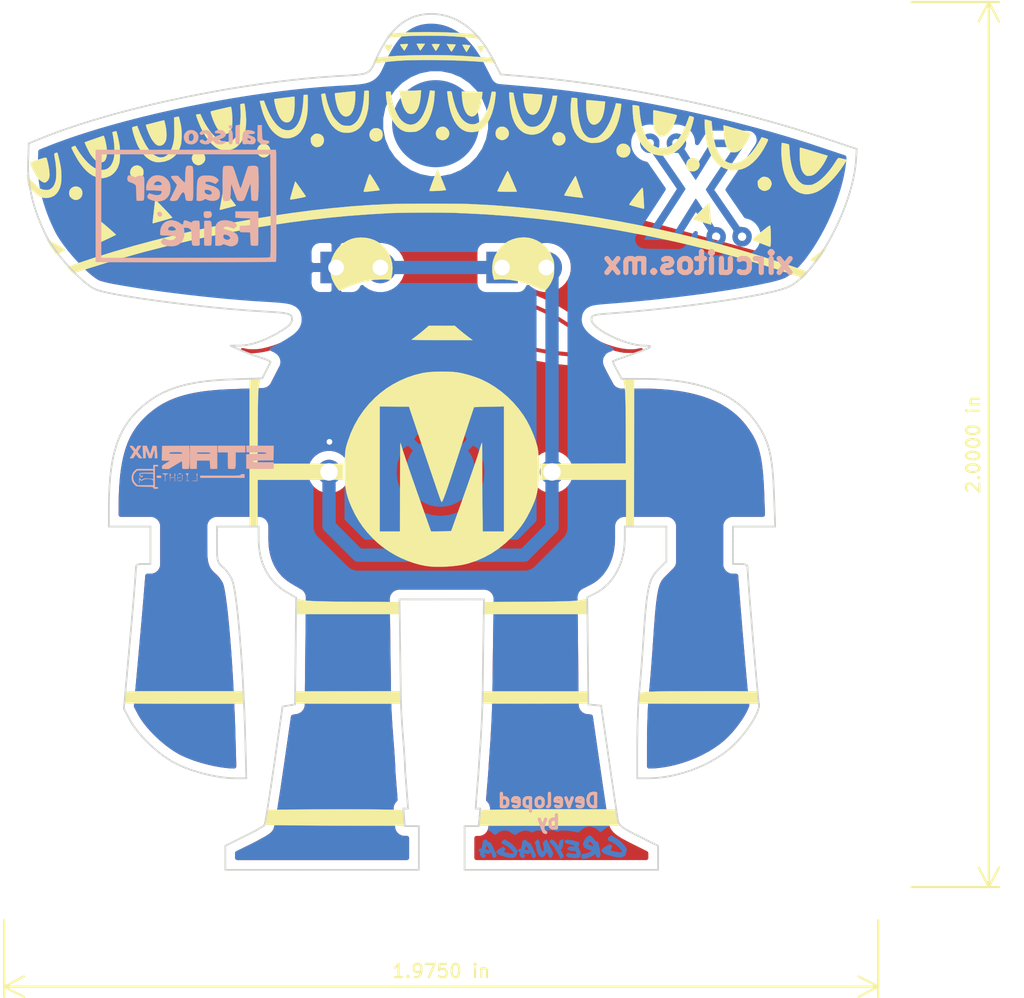
<source format=kicad_pcb>
(kicad_pcb (version 20171130) (host pcbnew 5.1.4-e60b266~84~ubuntu18.04.1)
  (title_block (rev 1))
  (layers (0 Front signal) (31 Back signal) (34 B.Paste user) (35 F.Paste user) (36 B.SilkS user) (37 F.SilkS user) (38 B.Mask user) (39 F.Mask user) (44 Edge.Cuts user))
  (net 0 "")
  (net 1 "Net-(D1-Pad2)")
  (net 2 +3V3)
  (net 3 GND)
  (module MF-Jalisco:MF-Jalisco_Logo_50mmsvg (layer Front) (at 121.285 89.535)
    (fp_text reference Ref** hide)
    (fp_text value Val** hide)
  )
  (module MF-Jalisco:MF-Jalisco_Logo_PatrocinioX_50mmsvg (layer Front) (at 151.9174 86.1314)
    (fp_text reference Ref** hide)
    (fp_text value Val** hide)
    (fp_poly (pts (xy -0.813199 -3.64518) (xy -0.684682 -3.598851) (xy -0.569903 -3.521688) (xy -0.475391 -3.415096) (xy -0.413218 -3.295588) (xy -0.387308 -3.182654) (xy -0.384881 -3.054985) (xy -0.404966 -2.930973) (xy -0.436937 -2.846093) (xy -0.480882 -2.761781) (xy -0.163501 -2.257629) (xy -0.067461 -2.105937) (xy 0.00902 -1.987346) (xy 0.068221 -1.898694) (xy 0.112422 -1.836815) (xy 0.143902 -1.798545) (xy 0.164939 -1.780722) (xy 0.177814 -1.780179) (xy 0.179387 -1.781613) (xy 0.195713 -1.805227) (xy 0.231729 -1.860962) (xy 0.284961 -1.944875) (xy 0.352934 -2.053021) (xy 0.433172 -2.181456) (xy 0.523199 -2.326234) (xy 0.620541 -2.483413) (xy 0.665292 -2.555875) (xy 1.12569 -3.302) (xy 2.139762 -3.302) (xy 2.34243 -3.301781) (xy 2.531597 -3.301152) (xy 2.703168 -3.300158) (xy 2.85305 -3.298843) (xy 2.977147 -3.297249) (xy 3.071367 -3.295421) (xy 3.131614 -3.293404) (xy 3.153796 -3.29124) (xy 3.153833 -3.291146) (xy 3.142297 -3.272322) (xy 3.108859 -3.221022) (xy 3.055275 -3.139874) (xy 2.9833 -3.031508) (xy 2.89469 -2.898553) (xy 2.7912 -2.743639) (xy 2.674587 -2.569395) (xy 2.546604 -2.37845) (xy 2.409009 -2.173434) (xy 2.263557 -1.956976) (xy 2.1913 -1.849539) (xy 1.228767 -0.418788) (xy 1.363374 -0.225269) (xy 1.402659 -0.168585) (xy 1.462906 -0.081382) (xy 1.541105 0.031971) (xy 1.634243 0.167103) (xy 1.739309 0.319642) (xy 1.853293 0.485219) (xy 1.973181 0.659462) (xy 2.094645 0.836083) (xy 2.69131 1.703917) (xy 2.853822 1.716533) (xy 2.978929 1.732884) (xy 3.076518 1.763617) (xy 3.160557 1.814682) (xy 3.230027 1.876771) (xy 3.317014 1.986001) (xy 3.367632 2.10704) (xy 3.385594 2.249139) (xy 3.385737 2.264833) (xy 3.366386 2.42077) (xy 3.310186 2.559696) (xy 3.219917 2.676944) (xy 3.098359 2.767845) (xy 3.080372 2.7775) (xy 2.98682 2.809869) (xy 2.872707 2.826872) (xy 2.757465 2.827019) (xy 2.662606 2.809522) (xy 2.52548 2.743281) (xy 2.415081 2.648037) (xy 2.334347 2.529804) (xy 2.286215 2.394594) (xy 2.273623 2.248421) (xy 2.27586 2.235358) (xy 2.5868 2.235358) (xy 2.59135 2.330692) (xy 2.614349 2.392348) (xy 2.672641 2.463134) (xy 2.752699 2.505713) (xy 2.842784 2.517755) (xy 2.931159 2.496929) (xy 2.981463 2.465224) (xy 3.046479 2.388424) (xy 3.076313 2.304006) (xy 3.074679 2.219295) (xy 3.04529 2.141616) (xy 2.991859 2.078293) (xy 2.918099 2.03665) (xy 2.827723 2.024012) (xy 2.763098 2.034467) (xy 2.676512 2.078012) (xy 2.616467 2.148053) (xy 2.5868 2.235358) (xy 2.27586 2.235358) (xy 2.299509 2.097299) (xy 2.305532 2.078552) (xy 2.326452 2.006826) (xy 2.337119 1.949377) (xy 2.335509 1.919802) (xy 2.321192 1.898408) (xy 2.284911 1.845097) (xy 2.228692 1.762827) (xy 2.154566 1.654558) (xy 2.064561 1.523249) (xy 1.960705 1.37186) (xy 1.845029 1.20335) (xy 1.719559 1.020678) (xy 1.586326 0.826803) (xy 1.529234 0.743755) (xy 1.388946 0.539033) (xy 1.25785 0.346406) (xy 1.137758 0.168612) (xy 1.030479 0.008389) (xy 0.937825 -0.131524) (xy 0.861605 -0.248389) (xy 0.803629 -0.339467) (xy 0.765708 -0.402018) (xy 0.749653 -0.433306) (xy 0.74931 -0.436061) (xy 0.762758 -0.458143) (xy 0.797934 -0.512372) (xy 0.85288 -0.59581) (xy 0.925636 -0.705517) (xy 1.014244 -0.838555) (xy 1.116745 -0.991986) (xy 1.231179 -1.162871) (xy 1.355588 -1.348271) (xy 1.488012 -1.545247) (xy 1.565582 -1.660468) (xy 1.701291 -1.862111) (xy 1.829814 -2.053394) (xy 1.949228 -2.231437) (xy 2.057611 -2.393357) (xy 2.153038 -2.536272) (xy 2.233588 -2.6573) (xy 2.297338 -2.753558) (xy 2.342364 -2.822165) (xy 2.366744 -2.860238) (xy 2.370667 -2.867195) (xy 2.350459 -2.87034) (xy 2.293674 -2.87308) (xy 2.206066 -2.875297) (xy 2.093388 -2.876873) (xy 1.961395 -2.87769) (xy 1.857375 -2.87774) (xy 1.344083 -2.876814) (xy 0.76263 -1.934192) (xy 0.650904 -1.753308) (xy 0.545748 -1.583524) (xy 0.449272 -1.428215) (xy 0.363587 -1.290759) (xy 0.290804 -1.17453) (xy 0.233035 -1.082905) (xy 0.192389 -1.019261) (xy 0.170978 -0.986974) (xy 0.168289 -0.983605) (xy 0.154699 -0.999248) (xy 0.12103 -1.047206) (xy 0.069629 -1.123887) (xy 0.002838 -1.225698) (xy -0.076997 -1.349047) (xy -0.167532 -1.490342) (xy -0.266423 -1.64599) (xy -0.337007 -1.75782) (xy -0.829416 -2.54) (xy -0.949167 -2.540207) (xy -1.094061 -2.559084) (xy -1.220523 -2.611323) (xy -1.326216 -2.691136) (xy -1.408803 -2.792731) (xy -1.465949 -2.910316) (xy -1.495315 -3.038103) (xy -1.495246 -3.050315) (xy -1.182742 -3.050315) (xy -1.171436 -3.002235) (xy -1.140449 -2.955713) (xy -1.132939 -2.946647) (xy -1.070583 -2.892781) (xy -0.996951 -2.858005) (xy -0.927706 -2.848959) (xy -0.910167 -2.852244) (xy -0.867013 -2.866378) (xy -0.82124 -2.882791) (xy -0.752006 -2.929366) (xy -0.706336 -3.001839) (xy -0.688828 -3.088262) (xy -0.704079 -3.176686) (xy -0.70616 -3.181851) (xy -0.761041 -3.266862) (xy -0.836896 -3.322439) (xy -0.924553 -3.346202) (xy -1.014842 -3.33577) (xy -1.098591 -3.288764) (xy -1.103052 -3.284868) (xy -1.147899 -3.235167) (xy -1.171144 -3.177777) (xy -1.179747 -3.119865) (xy -1.182742 -3.050315) (xy -1.495246 -3.050315) (xy -1.494567 -3.1703) (xy -1.461368 -3.301116) (xy -1.39338 -3.424761) (xy -1.334017 -3.493999) (xy -1.215862 -3.585083) (xy -1.08532 -3.639703) (xy -0.948922 -3.659266) (xy -0.813199 -3.64518)) (layer Back) (width 0.01))
    (fp_poly (pts (xy -2.303705 -3.633999) (xy -2.172856 -3.575379) (xy -2.058247 -3.481965) (xy -1.973771 -3.369234) (xy -1.943213 -3.311285) (xy -1.925561 -3.256865) (xy -1.917468 -3.190534) (xy -1.915583 -3.100917) (xy -1.920216 -2.986852) (xy -1.93528 -2.903071) (xy -1.954356 -2.853644) (xy -1.993128 -2.775704) (xy -1.204703 -1.638962) (xy -1.068999 -1.442923) (xy -0.940683 -1.256814) (xy -0.821762 -1.083596) (xy -0.714245 -0.926227) (xy -0.620138 -0.787669) (xy -0.541451 -0.670881) (xy -0.480191 -0.578825) (xy -0.438366 -0.514459) (xy -0.417983 -0.480745) (xy -0.416278 -0.476598) (xy -0.427595 -0.455005) (xy -0.460291 -0.400978) (xy -0.512486 -0.317449) (xy -0.582298 -0.207354) (xy -0.667845 -0.073627) (xy -0.767247 0.080797) (xy -0.878623 0.252984) (xy -1.00009 0.44) (xy -1.129768 0.638909) (xy -1.213036 0.766259) (xy -1.347181 0.971403) (xy -1.474618 1.166685) (xy -1.593426 1.349139) (xy -1.701685 1.515796) (xy -1.797477 1.663692) (xy -1.878882 1.789858) (xy -1.943981 1.89133) (xy -1.990853 1.96514) (xy -2.01758 2.008321) (xy -2.023161 2.01833) (xy -2.024319 2.029529) (xy -2.014836 2.038052) (xy -1.989848 2.044258) (xy -1.944494 2.048508) (xy -1.873909 2.05116) (xy -1.77323 2.052576) (xy -1.637594 2.053114) (xy -1.552253 2.053167) (xy -1.067978 2.053167) (xy -0.47146 1.095375) (xy -0.357219 0.91207) (xy -0.2491 0.738832) (xy -0.149284 0.579138) (xy -0.059952 0.436465) (xy 0.016716 0.314292) (xy 0.078538 0.216095) (xy 0.123333 0.145352) (xy 0.148922 0.105541) (xy 0.153552 0.098697) (xy 0.16192 0.092208) (xy 0.173773 0.094511) (xy 0.191095 0.108426) (xy 0.215869 0.136774) (xy 0.250079 0.182376) (xy 0.295707 0.248053) (xy 0.354737 0.336626) (xy 0.429153 0.450915) (xy 0.520937 0.593742) (xy 0.632074 0.767928) (xy 0.707911 0.887155) (xy 1.233774 1.7145) (xy 1.352429 1.714965) (xy 1.499799 1.735307) (xy 1.631811 1.791901) (xy 1.743243 1.879894) (xy 1.828877 1.994436) (xy 1.883495 2.130678) (xy 1.899439 2.22333) (xy 1.893596 2.371368) (xy 1.851801 2.505925) (xy 1.779386 2.622888) (xy 1.681683 2.718141) (xy 1.564023 2.787572) (xy 1.431739 2.827066) (xy 1.290162 2.832509) (xy 1.149863 2.801672) (xy 1.039396 2.743687) (xy 0.936935 2.656012) (xy 0.855499 2.550992) (xy 0.82627 2.494765) (xy 0.792129 2.37137) (xy 0.788113 2.287065) (xy 1.100667 2.287065) (xy 1.10695 2.349959) (xy 1.131706 2.400487) (xy 1.175276 2.449509) (xy 1.222892 2.493487) (xy 1.262425 2.513873) (xy 1.312826 2.517272) (xy 1.359227 2.513612) (xy 1.434789 2.500977) (xy 1.4873 2.475233) (xy 1.528034 2.436552) (xy 1.575684 2.354616) (xy 1.58933 2.261916) (xy 1.56839 2.171697) (xy 1.541613 2.127539) (xy 1.482516 2.073308) (xy 1.409533 2.034633) (xy 1.338298 2.018515) (xy 1.305488 2.021814) (xy 1.204473 2.064387) (xy 1.139092 2.127986) (xy 1.10617 2.21672) (xy 1.100667 2.287065) (xy 0.788113 2.287065) (xy 0.785676 2.235937) (xy 0.806471 2.10493) (xy 0.838991 2.020803) (xy 0.883444 1.935522) (xy 0.542264 1.398363) (xy 0.456142 1.263619) (xy 0.376813 1.14112) (xy 0.307213 1.035272) (xy 0.250275 0.950478) (xy 0.208935 0.891144) (xy 0.186129 0.861675) (xy 0.183029 0.859226) (xy 0.168455 0.876214) (xy 0.133956 0.925619) (xy 0.081859 1.003847) (xy 0.01449 1.107302) (xy -0.065823 1.23239) (xy -0.156754 1.375515) (xy -0.255975 1.533082) (xy -0.336309 1.661583) (xy -0.837592 2.465917) (xy -1.75409 2.457585) (xy -1.949227 2.455533) (xy -2.132974 2.453067) (xy -2.300634 2.450291) (xy -2.447513 2.447304) (xy -2.568913 2.444209) (xy -2.660139 2.441108) (xy -2.716494 2.438103) (xy -2.731471 2.436418) (xy -2.792355 2.423583) (xy -1.851261 0.985088) (xy -1.705688 0.762364) (xy -1.567002 0.549764) (xy -1.436928 0.34996) (xy -1.317195 0.165623) (xy -1.209527 -0.000575) (xy -1.115651 -0.145963) (xy -1.037295 -0.267871) (xy -0.976184 -0.363626) (xy -0.934045 -0.430558) (xy -0.912604 -0.465996) (xy -0.910167 -0.470988) (xy -0.921901 -0.491108) (xy -0.955693 -0.54288) (xy -1.009432 -0.623204) (xy -1.081005 -0.728978) (xy -1.1683 -0.8571) (xy -1.269203 -1.004469) (xy -1.381603 -1.167983) (xy -1.503386 -1.344541) (xy -1.619181 -1.511907) (xy -2.328196 -2.535245) (xy -2.462694 -2.53602) (xy -2.593369 -2.547474) (xy -2.701891 -2.584131) (xy -2.803828 -2.651975) (xy -2.835529 -2.679375) (xy -2.935464 -2.793648) (xy -2.997046 -2.923309) (xy -3.021272 -3.04883) (xy -3.019763 -3.089069) (xy -2.709883 -3.089069) (xy -2.693972 -3.00184) (xy -2.648578 -2.925317) (xy -2.578141 -2.871741) (xy -2.503265 -2.842807) (xy -2.438024 -2.841292) (xy -2.36373 -2.865196) (xy -2.284387 -2.919182) (xy -2.236807 -3.000235) (xy -2.2225 -3.095462) (xy -2.238325 -3.194787) (xy -2.287476 -3.269371) (xy -2.349734 -3.312704) (xy -2.447433 -3.342074) (xy -2.54462 -3.329145) (xy -2.580241 -3.313665) (xy -2.653066 -3.255114) (xy -2.696264 -3.176871) (xy -2.709883 -3.089069) (xy -3.019763 -3.089069) (xy -3.015517 -3.202229) (xy -2.97091 -3.341359) (xy -2.889721 -3.461995) (xy -2.774223 -3.559912) (xy -2.733495 -3.584077) (xy -2.590042 -3.64005) (xy -2.444773 -3.656123) (xy -2.303705 -3.633999)) (layer Back) (width 0.01))
  )
  (module MF-Jalisco:MF-Jalisco_Logo_PatrocinioStar_50mmsvg (layer Front) (at 122.7582 99.8728)
    (fp_text reference Ref** hide)
    (fp_text value Val** hide)
  )
  (module MF-Jalisco:LED_D5.0mm_FlatTop (layer Front) (at 131.445 90.17)
    (fp_text reference D1)
    (fp_text value LED)
    (pad 1 thru_hole rect (at 0 0) (size 1.8 1.8) (drill 0.9) (layers *.Cu *.Mask) (net 3 GND))
    (pad 2 thru_hole circle (at 2.54 0) (size 1.8 1.8) (drill 0.9) (layers *.Cu *.Mask) (net 1 "Net-(D1-Pad2)"))
  )
  (module MF-Jalisco:LED_D5.0mm_FlatTop (layer Front) (at 140.97 90.17)
    (fp_text reference D2)
    (fp_text value LED)
    (pad 2 thru_hole circle (at 2.54 0) (size 1.8 1.8) (drill 0.9) (layers *.Cu *.Mask) (net 2 +3V3))
    (pad 1 thru_hole rect (at 0 0) (size 1.8 1.8) (drill 0.9) (layers *.Cu *.Mask) (net 1 "Net-(D1-Pad2)"))
  )
  (module MF-Jalisco:MF-Jalisco_50mm (layer Front) (at 137.186168 100.283988)
    (fp_text reference U1 hide)
    (fp_text value MF-Jalisco hide)
    (fp_poly (pts (xy -1.380756 -7.331856) (xy -1.359313 -7.313148) (xy -1.35218 -7.304686) (xy -1.323417 -7.261703) (xy -1.312322 -7.231364) (xy -1.32806 -7.202216) (xy -1.37188 -7.151487) (xy -1.43866 -7.083856) (xy -1.523281 -7.004008) (xy -1.620624 -6.916622) (xy -1.725568 -6.826382) (xy -1.832994 -6.73797) (xy -1.937781 -6.656068) (xy -1.958225 -6.640691) (xy -2.134771 -6.514962) (xy -2.337418 -6.380777) (xy -2.553241 -6.246088) (xy -2.769315 -6.118846) (xy -2.972717 -6.007002) (xy -3.066009 -5.959149) (xy -3.498153 -5.763515) (xy -3.966296 -5.588908) (xy -4.469551 -5.43558) (xy -5.00703 -5.303783) (xy -5.577848 -5.193771) (xy -5.958417 -5.13517) (xy -6.321218 -5.087421) (xy -6.662297 -5.049171) (xy -6.992636 -5.019681) (xy -7.323218 -4.998212) (xy -7.665026 -4.984025) (xy -8.029041 -4.976379) (xy -8.344958 -4.974474) (xy -8.525102 -4.974506) (xy -8.667701 -4.974998) (xy -8.777546 -4.976249) (xy -8.859426 -4.978558) (xy -8.918129 -4.982226) (xy -8.958446 -4.987551) (xy -8.985165 -4.994833) (xy -9.003075 -5.004371) (xy -9.016966 -5.016466) (xy -9.017 -5.0165) (xy -9.054395 -5.070897) (xy -9.050242 -5.118122) (xy -9.029396 -5.141996) (xy -9.003015 -5.149719) (xy -8.94211 -5.157016) (xy -8.845257 -5.163965) (xy -8.711033 -5.170642) (xy -8.538016 -5.177125) (xy -8.324781 -5.183491) (xy -8.205882 -5.186573) (xy -7.820174 -5.197752) (xy -7.470806 -5.211396) (xy -7.151836 -5.227944) (xy -6.857319 -5.247833) (xy -6.581311 -5.271499) (xy -6.317868 -5.29938) (xy -6.061047 -5.331913) (xy -5.884333 -5.357341) (xy -5.339628 -5.450519) (xy -4.829958 -5.561303) (xy -4.351186 -5.691247) (xy -3.899175 -5.841904) (xy -3.469791 -6.014825) (xy -3.058895 -6.211564) (xy -2.662352 -6.433674) (xy -2.276025 -6.682707) (xy -2.185629 -6.74576) (xy -2.099629 -6.809089) (xy -1.993803 -6.890751) (xy -1.880217 -6.981242) (xy -1.770937 -7.071059) (xy -1.74625 -7.091832) (xy -1.633402 -7.186594) (xy -1.547657 -7.256034) (xy -1.484267 -7.302716) (xy -1.438485 -7.329204) (xy -1.405564 -7.338062) (xy -1.380756 -7.331856)) (layer Front) (width 0.01))
    (fp_poly (pts (xy 2.077658 -7.338267) (xy 2.122925 -7.314216) (xy 2.184316 -7.270686) (xy 2.266299 -7.205089) (xy 2.373346 -7.114836) (xy 2.427757 -7.068178) (xy 2.799762 -6.773588) (xy 3.204667 -6.500209) (xy 3.637288 -6.250761) (xy 4.092444 -6.027965) (xy 4.564954 -5.834539) (xy 5.049633 -5.673204) (xy 5.129543 -5.650103) (xy 5.533922 -5.546688) (xy 5.973092 -5.454752) (xy 6.440895 -5.37504) (xy 6.931172 -5.308299) (xy 7.437766 -5.255272) (xy 7.954518 -5.216704) (xy 8.475269 -5.193341) (xy 8.966729 -5.185909) (xy 9.121995 -5.185404) (xy 9.266349 -5.184021) (xy 9.393472 -5.181892) (xy 9.497044 -5.179149) (xy 9.570748 -5.175925) (xy 9.607772 -5.172454) (xy 9.673093 -5.147003) (xy 9.700691 -5.107113) (xy 9.688802 -5.057325) (xy 9.664366 -5.026942) (xy 9.611591 -4.974167) (xy 8.906837 -4.977238) (xy 8.721391 -4.978573) (xy 8.534768 -4.980879) (xy 8.355052 -4.983987) (xy 8.190324 -4.987726) (xy 8.048666 -4.991928) (xy 7.93816 -4.996424) (xy 7.90575 -4.998191) (xy 7.509278 -5.028404) (xy 7.095407 -5.071613) (xy 6.674829 -5.126222) (xy 6.258234 -5.190635) (xy 5.856314 -5.263258) (xy 5.479758 -5.342494) (xy 5.281083 -5.389878) (xy 4.748392 -5.542947) (xy 4.233083 -5.730705) (xy 3.738005 -5.951713) (xy 3.266007 -6.204529) (xy 2.819938 -6.487714) (xy 2.402646 -6.799828) (xy 2.265144 -6.914584) (xy 2.145551 -7.020249) (xy 2.058239 -7.105173) (xy 2.000824 -7.172913) (xy 1.970924 -7.227027) (xy 1.966153 -7.271073) (xy 1.984128 -7.30861) (xy 1.9939 -7.319433) (xy 2.017615 -7.338287) (xy 2.044044 -7.345428) (xy 2.077658 -7.338267)) (layer Front) (width 0.01))
    (fp_poly (pts (xy -2.381226 -8.485074) (xy -2.010526 -8.4319) (xy -1.652894 -8.341348) (xy -1.3074 -8.213444) (xy -1.096078 -8.113964) (xy -0.920097 -8.018542) (xy -0.781412 -7.931284) (xy -0.680763 -7.852833) (xy -0.61889 -7.783833) (xy -0.596533 -7.72493) (xy -0.606363 -7.687414) (xy -0.638231 -7.655664) (xy -0.683089 -7.647509) (xy -0.745871 -7.664097) (xy -0.83151 -7.706576) (xy -0.92075 -7.76058) (xy -1.243341 -7.941012) (xy -1.587369 -8.08687) (xy -1.946686 -8.195694) (xy -2.085685 -8.22677) (xy -2.194963 -8.242915) (xy -2.337127 -8.255083) (xy -2.502919 -8.263271) (xy -2.683079 -8.267476) (xy -2.868347 -8.267693) (xy -3.049463 -8.263919) (xy -3.217168 -8.25615) (xy -3.362202 -8.244383) (xy -3.475306 -8.228613) (xy -3.481917 -8.227334) (xy -3.965908 -8.113052) (xy -4.458561 -7.960962) (xy -4.954121 -7.773057) (xy -5.446829 -7.551329) (xy -5.477173 -7.536504) (xy -5.594697 -7.478551) (xy -5.699472 -7.426024) (xy -5.795789 -7.376356) (xy -5.887938 -7.326983) (xy -5.98021 -7.275339) (xy -6.076897 -7.218858) (xy -6.182288 -7.154977) (xy -6.300675 -7.081128) (xy -6.436349 -6.994747) (xy -6.5936 -6.893269) (xy -6.776719 -6.774128) (xy -6.989997 -6.634759) (xy -7.037917 -6.603403) (xy -7.331301 -6.412979) (xy -7.595107 -6.245513) (xy -7.833771 -6.098767) (xy -8.051732 -5.970501) (xy -8.253427 -5.858476) (xy -8.443294 -5.760452) (xy -8.625771 -5.674191) (xy -8.805297 -5.597451) (xy -8.986307 -5.527995) (xy -9.173241 -5.463582) (xy -9.370536 -5.401973) (xy -9.485144 -5.368451) (xy -9.680851 -5.317627) (xy -9.885557 -5.273904) (xy -10.090659 -5.238473) (xy -10.287555 -5.212523) (xy -10.467643 -5.197243) (xy -10.62232 -5.193823) (xy -10.710333 -5.199064) (xy -10.84785 -5.218572) (xy -10.973183 -5.245044) (xy -11.074605 -5.275739) (xy -11.117271 -5.294101) (xy -11.170733 -5.327662) (xy -11.193684 -5.363475) (xy -11.197167 -5.395339) (xy -11.189873 -5.452375) (xy -11.164308 -5.484237) (xy -11.114945 -5.492668) (xy -11.03626 -5.47941) (xy -10.979772 -5.463887) (xy -10.852637 -5.437156) (xy -10.695299 -5.421267) (xy -10.518482 -5.41624) (xy -10.33291 -5.422094) (xy -10.149306 -5.438848) (xy -10.000376 -5.46214) (xy -9.686655 -5.534582) (xy -9.354094 -5.633379) (xy -9.013635 -5.754795) (xy -8.676216 -5.895098) (xy -8.519583 -5.967559) (xy -8.395745 -6.02818) (xy -8.276772 -6.089547) (xy -8.157021 -6.155002) (xy -8.030853 -6.227886) (xy -7.892625 -6.311541) (xy -7.736697 -6.409308) (xy -7.557426 -6.524529) (xy -7.349173 -6.660546) (xy -7.344833 -6.663396) (xy -7.050602 -6.855839) (xy -6.787086 -7.026184) (xy -6.550345 -7.176643) (xy -6.336436 -7.30943) (xy -6.14142 -7.426755) (xy -5.961354 -7.530832) (xy -5.792297 -7.623874) (xy -5.630308 -7.708091) (xy -5.471445 -7.785698) (xy -5.311768 -7.858906) (xy -5.147335 -7.929928) (xy -4.974204 -8.000976) (xy -4.931833 -8.017914) (xy -4.46323 -8.189486) (xy -4.013265 -8.323543) (xy -3.581011 -8.420107) (xy -3.165539 -8.479201) (xy -2.76592 -8.500849) (xy -2.381226 -8.485074)) (layer Front) (width 0.01))
    (fp_poly (pts (xy 3.60848 -8.47634) (xy 3.764784 -8.474167) (xy 3.895896 -8.469456) (xy 4.010384 -8.461254) (xy 4.116817 -8.448606) (xy 4.223763 -8.430558) (xy 4.33979 -8.406156) (xy 4.473467 -8.374445) (xy 4.582583 -8.347274) (xy 4.97378 -8.23547) (xy 5.384033 -8.092619) (xy 5.806634 -7.921258) (xy 6.234874 -7.72393) (xy 6.25475 -7.714195) (xy 6.391999 -7.645857) (xy 6.520464 -7.579594) (xy 6.645306 -7.512333) (xy 6.771687 -7.441002) (xy 6.90477 -7.362528) (xy 7.049717 -7.273839) (xy 7.21169 -7.171863) (xy 7.39585 -7.053527) (xy 7.607362 -6.915758) (xy 7.716661 -6.844095) (xy 7.946112 -6.693835) (xy 8.144945 -6.564688) (xy 8.317574 -6.454002) (xy 8.468414 -6.359124) (xy 8.601878 -6.2774) (xy 8.722381 -6.206176) (xy 8.834336 -6.1428) (xy 8.942159 -6.084619) (xy 9.050263 -6.028979) (xy 9.163062 -5.973226) (xy 9.17575 -5.967068) (xy 9.504951 -5.817849) (xy 9.829843 -5.690701) (xy 10.146777 -5.58639) (xy 10.452105 -5.505686) (xy 10.742179 -5.449355) (xy 11.01335 -5.418166) (xy 11.26197 -5.412887) (xy 11.484392 -5.434285) (xy 11.594796 -5.457852) (xy 11.706225 -5.482729) (xy 11.783277 -5.488453) (xy 11.829723 -5.474216) (xy 11.849336 -5.439212) (xy 11.84931 -5.403462) (xy 11.822761 -5.339882) (xy 11.759399 -5.289193) (xy 11.658425 -5.251167) (xy 11.51904 -5.22558) (xy 11.340448 -5.212206) (xy 11.166261 -5.210172) (xy 11.049085 -5.211819) (xy 10.942298 -5.214201) (xy 10.855282 -5.217047) (xy 10.797418 -5.220081) (xy 10.784417 -5.221301) (xy 10.571559 -5.257037) (xy 10.331391 -5.313191) (xy 10.072061 -5.387056) (xy 9.801717 -5.475925) (xy 9.528508 -5.577091) (xy 9.260582 -5.687847) (xy 9.006088 -5.805487) (xy 8.965764 -5.825466) (xy 8.88164 -5.86795) (xy 8.804015 -5.908226) (xy 8.728711 -5.948839) (xy 8.651551 -5.992333) (xy 8.568356 -6.041256) (xy 8.474949 -6.098151) (xy 8.367151 -6.165565) (xy 8.240786 -6.246042) (xy 8.091674 -6.34213) (xy 7.915638 -6.456372) (xy 7.7085 -6.591315) (xy 7.704667 -6.593815) (xy 7.462411 -6.751361) (xy 7.250953 -6.887759) (xy 7.066012 -7.005563) (xy 6.903307 -7.107324) (xy 6.75856 -7.195598) (xy 6.62749 -7.272936) (xy 6.505818 -7.341891) (xy 6.389263 -7.405018) (xy 6.273547 -7.464869) (xy 6.154388 -7.523997) (xy 6.106583 -7.54716) (xy 5.6248 -7.764837) (xy 5.160957 -7.944902) (xy 4.714154 -8.087652) (xy 4.28349 -8.193385) (xy 3.989917 -8.245715) (xy 3.837076 -8.263062) (xy 3.658673 -8.274497) (xy 3.467938 -8.27988) (xy 3.278102 -8.279074) (xy 3.102393 -8.271938) (xy 2.954043 -8.258334) (xy 2.942167 -8.256743) (xy 2.650012 -8.204321) (xy 2.365057 -8.130091) (xy 2.096522 -8.037106) (xy 1.85363 -7.928418) (xy 1.711234 -7.849191) (xy 1.588493 -7.774703) (xy 1.496094 -7.720016) (xy 1.428565 -7.682361) (xy 1.380433 -7.658969) (xy 1.346225 -7.64707) (xy 1.320468 -7.643897) (xy 1.307531 -7.644922) (xy 1.274264 -7.657526) (xy 1.261004 -7.691026) (xy 1.259417 -7.725741) (xy 1.262639 -7.764193) (xy 1.276779 -7.796977) (xy 1.308548 -7.832545) (xy 1.364657 -7.879352) (xy 1.407583 -7.912386) (xy 1.51404 -7.984703) (xy 1.649189 -8.063628) (xy 1.801274 -8.143282) (xy 1.958538 -8.217784) (xy 2.109223 -8.281255) (xy 2.233083 -8.32521) (xy 2.378477 -8.369103) (xy 2.505899 -8.403755) (xy 2.623622 -8.430224) (xy 2.739922 -8.449569) (xy 2.863072 -8.462851) (xy 3.001348 -8.471127) (xy 3.163022 -8.475457) (xy 3.356371 -8.476901) (xy 3.418417 -8.476931) (xy 3.60848 -8.47634)) (layer Front) (width 0.01))
    (fp_line (start -12.098521 23.766212) (end -12.098521 23.593238) (layer Edge.Cuts) (width 0.1))
    (fp_line (start -12.098521 23.593238) (end -12.098521 23.420262) (layer Edge.Cuts) (width 0.1))
    (fp_line (start -12.098521 23.420262) (end -12.098521 23.247288) (layer Edge.Cuts) (width 0.1))
    (fp_line (start -12.098521 23.247288) (end -12.098521 23.074313) (layer Edge.Cuts) (width 0.1))
    (fp_line (start -12.098521 23.074313) (end -11.827029 22.941299) (layer Edge.Cuts) (width 0.1))
    (fp_line (start -11.827029 22.941299) (end -11.555537 22.808284) (layer Edge.Cuts) (width 0.1))
    (fp_line (start -11.555537 22.808284) (end -11.284046 22.67527) (layer Edge.Cuts) (width 0.1))
    (fp_line (start -11.284046 22.67527) (end -11.012554 22.542255) (layer Edge.Cuts) (width 0.1))
    (fp_line (start -11.012554 22.542255) (end -10.792909 22.432959) (layer Edge.Cuts) (width 0.1))
    (fp_line (start -10.792909 22.432959) (end -10.585109 22.326321) (layer Edge.Cuts) (width 0.1))
    (fp_line (start -10.585109 22.326321) (end -10.393904 22.225012) (layer Edge.Cuts) (width 0.1))
    (fp_line (start -10.393904 22.225012) (end -10.224051 22.131702) (layer Edge.Cuts) (width 0.1))
    (fp_line (start -10.224051 22.131702) (end -10.080306 22.049052) (layer Edge.Cuts) (width 0.1))
    (fp_line (start -10.080306 22.049052) (end -9.967421 21.979742) (layer Edge.Cuts) (width 0.1))
    (fp_line (start -9.967421 21.979742) (end -9.890161 21.926422) (layer Edge.Cuts) (width 0.1))
    (fp_line (start -9.890161 21.926422) (end -9.866371 21.906602) (layer Edge.Cuts) (width 0.1))
    (fp_line (start -9.866371 21.906602) (end -9.853261 21.891782) (layer Edge.Cuts) (width 0.1))
    (fp_line (start -9.853261 21.891782) (end -9.843261 21.862372) (layer Edge.Cuts) (width 0.1))
    (fp_line (start -9.843261 21.862372) (end -9.828651 21.799752) (layer Edge.Cuts) (width 0.1))
    (fp_line (start -9.828651 21.799752) (end -9.786681 21.581958) (layer Edge.Cuts) (width 0.1))
    (fp_line (start -9.786681 21.581958) (end -9.729601 21.252612) (layer Edge.Cuts) (width 0.1))
    (fp_line (start -9.729601 21.252612) (end -9.659681 20.825911) (layer Edge.Cuts) (width 0.1))
    (fp_line (start -9.659681 20.825911) (end -9.490476 19.737254) (layer Edge.Cuts) (width 0.1))
    (fp_line (start -9.490476 19.737254) (end -9.297306 18.429587) (layer Edge.Cuts) (width 0.1))
    (fp_line (start -9.297306 18.429587) (end -9.176657 17.593647) (layer Edge.Cuts) (width 0.1))
    (fp_line (start -9.176657 17.593647) (end -9.056008 16.757707) (layer Edge.Cuts) (width 0.1))
    (fp_line (start -9.056008 16.757707) (end -8.935358 15.921767) (layer Edge.Cuts) (width 0.1))
    (fp_line (start -8.935358 15.921767) (end -8.814709 15.085826) (layer Edge.Cuts) (width 0.1))
    (fp_line (start -8.814709 15.085826) (end -8.725149 15.070456) (layer Edge.Cuts) (width 0.1))
    (fp_line (start -8.725149 15.070456) (end -8.635589 15.055086) (layer Edge.Cuts) (width 0.1))
    (fp_line (start -8.635589 15.055086) (end -8.546029 15.039716) (layer Edge.Cuts) (width 0.1))
    (fp_line (start -8.546029 15.039716) (end -8.456469 15.024346) (layer Edge.Cuts) (width 0.1))
    (fp_line (start -8.456469 15.024346) (end -8.366909 15.008976) (layer Edge.Cuts) (width 0.1))
    (fp_line (start -8.366909 15.008976) (end -8.277349 14.993606) (layer Edge.Cuts) (width 0.1))
    (fp_line (start -8.277349 14.993606) (end -8.187789 14.978236) (layer Edge.Cuts) (width 0.1))
    (fp_line (start -8.187789 14.978236) (end -8.098229 14.962866) (layer Edge.Cuts) (width 0.1))
    (fp_line (start -8.098229 14.962866) (end -8.090229 14.19757) (layer Edge.Cuts) (width 0.1))
    (fp_line (start -8.090229 14.19757) (end -8.082229 13.432274) (layer Edge.Cuts) (width 0.1))
    (fp_line (start -8.082229 13.432274) (end -8.074229 12.666978) (layer Edge.Cuts) (width 0.1))
    (fp_line (start -8.074229 12.666978) (end -8.066229 11.901682) (layer Edge.Cuts) (width 0.1))
    (fp_line (start -8.066229 11.901682) (end -8.058229 11.136386) (layer Edge.Cuts) (width 0.1))
    (fp_line (start -8.058229 11.136386) (end -8.050229 10.37109) (layer Edge.Cuts) (width 0.1))
    (fp_line (start -8.050229 10.37109) (end -8.042229 9.605793) (layer Edge.Cuts) (width 0.1))
    (fp_line (start -8.042229 9.605793) (end -8.034229 8.840498) (layer Edge.Cuts) (width 0.1))
    (fp_line (start -8.034229 8.840498) (end -8.166866 8.762768) (layer Edge.Cuts) (width 0.1))
    (fp_line (start -8.166866 8.762768) (end -8.299502 8.685038) (layer Edge.Cuts) (width 0.1))
    (fp_line (start -8.299502 8.685038) (end -8.432139 8.607308) (layer Edge.Cuts) (width 0.1))
    (fp_line (start -8.432139 8.607308) (end -8.564775 8.529578) (layer Edge.Cuts) (width 0.1))
    (fp_line (start -8.564775 8.529578) (end -8.663485 8.469608) (layer Edge.Cuts) (width 0.1))
    (fp_line (start -8.663485 8.469608) (end -8.759165 8.407168) (layer Edge.Cuts) (width 0.1))
    (fp_line (start -8.759165 8.407168) (end -8.851815 8.342258) (layer Edge.Cuts) (width 0.1))
    (fp_line (start -8.851815 8.342258) (end -8.941425 8.274908) (layer Edge.Cuts) (width 0.1))
    (fp_line (start -8.941425 8.274908) (end -9.027985 8.205118) (layer Edge.Cuts) (width 0.1))
    (fp_line (start -9.027985 8.205118) (end -9.111495 8.132918) (layer Edge.Cuts) (width 0.1))
    (fp_line (start -9.111495 8.132918) (end -9.191945 8.058308) (layer Edge.Cuts) (width 0.1))
    (fp_line (start -9.191945 8.058308) (end -9.269315 7.981308) (layer Edge.Cuts) (width 0.1))
    (fp_line (start -9.269315 7.981308) (end -9.343625 7.901918) (layer Edge.Cuts) (width 0.1))
    (fp_line (start -9.343625 7.901918) (end -9.414855 7.820168) (layer Edge.Cuts) (width 0.1))
    (fp_line (start -9.414855 7.820168) (end -9.482985 7.736068) (layer Edge.Cuts) (width 0.1))
    (fp_line (start -9.482985 7.736068) (end -9.548015 7.649628) (layer Edge.Cuts) (width 0.1))
    (fp_line (start -9.548015 7.649628) (end -9.609945 7.560858) (layer Edge.Cuts) (width 0.1))
    (fp_line (start -9.609945 7.560858) (end -9.668775 7.469778) (layer Edge.Cuts) (width 0.1))
    (fp_line (start -9.668775 7.469778) (end -9.724485 7.376398) (layer Edge.Cuts) (width 0.1))
    (fp_line (start -9.724485 7.376398) (end -9.777065 7.280738) (layer Edge.Cuts) (width 0.1))
    (fp_line (start -9.777065 7.280738) (end -9.826515 7.182808) (layer Edge.Cuts) (width 0.1))
    (fp_line (start -9.826515 7.182808) (end -9.872825 7.082616) (layer Edge.Cuts) (width 0.1))
    (fp_line (start -9.872825 7.082616) (end -9.915985 6.980177) (layer Edge.Cuts) (width 0.1))
    (fp_line (start -9.915985 6.980177) (end -9.955995 6.875508) (layer Edge.Cuts) (width 0.1))
    (fp_line (start -9.955995 6.875508) (end -9.992845 6.768621) (layer Edge.Cuts) (width 0.1))
    (fp_line (start -9.992845 6.768621) (end -10.026535 6.659529) (layer Edge.Cuts) (width 0.1))
    (fp_line (start -10.026535 6.659529) (end -10.057045 6.548245) (layer Edge.Cuts) (width 0.1))
    (fp_line (start -10.057045 6.548245) (end -10.084365 6.434785) (layer Edge.Cuts) (width 0.1))
    (fp_line (start -10.084365 6.434785) (end -10.108505 6.319161) (layer Edge.Cuts) (width 0.1))
    (fp_line (start -10.108505 6.319161) (end -10.129455 6.201386) (layer Edge.Cuts) (width 0.1))
    (fp_line (start -10.129455 6.201386) (end -10.147195 6.081472) (layer Edge.Cuts) (width 0.1))
    (fp_line (start -10.147195 6.081472) (end -10.161725 5.959436) (layer Edge.Cuts) (width 0.1))
    (fp_line (start -10.161725 5.959436) (end -10.173035 5.835288) (layer Edge.Cuts) (width 0.1))
    (fp_line (start -10.173035 5.835288) (end -10.181135 5.709045) (layer Edge.Cuts) (width 0.1))
    (fp_line (start -10.181135 5.709045) (end -10.185935 5.580717) (layer Edge.Cuts) (width 0.1))
    (fp_line (start -10.185935 5.580717) (end -10.187535 5.45032) (layer Edge.Cuts) (width 0.1))
    (fp_line (start -10.187535 5.45032) (end -10.187535 5.276569) (layer Edge.Cuts) (width 0.1))
    (fp_line (start -10.187535 5.276569) (end -10.187535 5.102872) (layer Edge.Cuts) (width 0.1))
    (fp_line (start -10.187535 5.102872) (end -10.187535 4.929175) (layer Edge.Cuts) (width 0.1))
    (fp_line (start -10.187535 4.929175) (end -10.187535 4.755478) (layer Edge.Cuts) (width 0.1))
    (fp_line (start -10.187535 4.755478) (end -10.486486 4.755478) (layer Edge.Cuts) (width 0.1))
    (fp_line (start -10.486486 4.755478) (end -10.785012 4.755478) (layer Edge.Cuts) (width 0.1))
    (fp_line (start -10.785012 4.755478) (end -11.083538 4.755478) (layer Edge.Cuts) (width 0.1))
    (fp_line (start -11.083538 4.755478) (end -11.382064 4.755478) (layer Edge.Cuts) (width 0.1))
    (fp_line (start -11.382064 4.755478) (end -11.68059 4.755478) (layer Edge.Cuts) (width 0.1))
    (fp_line (start -11.68059 4.755478) (end -11.979116 4.755478) (layer Edge.Cuts) (width 0.1))
    (fp_line (start -11.979116 4.755478) (end -12.277641 4.755478) (layer Edge.Cuts) (width 0.1))
    (fp_line (start -12.277641 4.755478) (end -12.576167 4.755478) (layer Edge.Cuts) (width 0.1))
    (fp_line (start -12.576167 4.755478) (end -12.576167 5.011152) (layer Edge.Cuts) (width 0.1))
    (fp_line (start -12.576167 5.011152) (end -12.576167 5.266827) (layer Edge.Cuts) (width 0.1))
    (fp_line (start -12.576167 5.266827) (end -12.576167 5.522501) (layer Edge.Cuts) (width 0.1))
    (fp_line (start -12.576167 5.522501) (end -12.576167 5.778174) (layer Edge.Cuts) (width 0.1))
    (fp_line (start -12.576167 5.778174) (end -12.574967 6.104849) (layer Edge.Cuts) (width 0.1))
    (fp_line (start -12.574967 6.104849) (end -12.568867 6.358064) (layer Edge.Cuts) (width 0.1))
    (fp_line (start -12.568867 6.358064) (end -12.562867 6.461346) (layer Edge.Cuts) (width 0.1))
    (fp_line (start -12.562867 6.461346) (end -12.554367 6.551326) (layer Edge.Cuts) (width 0.1))
    (fp_line (start -12.554367 6.551326) (end -12.542837 6.629706) (layer Edge.Cuts) (width 0.1))
    (fp_line (start -12.542837 6.629706) (end -12.527867 6.698166) (layer Edge.Cuts) (width 0.1))
    (fp_line (start -12.527867 6.698166) (end -12.509017 6.758386) (layer Edge.Cuts) (width 0.1))
    (fp_line (start -12.509017 6.758386) (end -12.485847 6.812066) (layer Edge.Cuts) (width 0.1))
    (fp_line (start -12.485847 6.812066) (end -12.457917 6.860886) (layer Edge.Cuts) (width 0.1))
    (fp_line (start -12.457917 6.860886) (end -12.424767 6.906536) (layer Edge.Cuts) (width 0.1))
    (fp_line (start -12.424767 6.906536) (end -12.385957 6.950706) (layer Edge.Cuts) (width 0.1))
    (fp_line (start -12.385957 6.950706) (end -12.341057 6.995096) (layer Edge.Cuts) (width 0.1))
    (fp_line (start -12.341057 6.995096) (end -12.231181 7.091256) (layer Edge.Cuts) (width 0.1))
    (fp_line (start -12.231181 7.091256) (end -12.158121 7.158936) (layer Edge.Cuts) (width 0.1))
    (fp_line (start -12.158121 7.158936) (end -12.082721 7.240156) (layer Edge.Cuts) (width 0.1))
    (fp_line (start -12.082721 7.240156) (end -12.007151 7.331856) (layer Edge.Cuts) (width 0.1))
    (fp_line (start -12.007151 7.331856) (end -11.933591 7.430956) (layer Edge.Cuts) (width 0.1))
    (fp_line (start -11.933591 7.430956) (end -11.864201 7.534383) (layer Edge.Cuts) (width 0.1))
    (fp_line (start -11.864201 7.534383) (end -11.801141 7.639069) (layer Edge.Cuts) (width 0.1))
    (fp_line (start -11.801141 7.639069) (end -11.746591 7.741945) (layer Edge.Cuts) (width 0.1))
    (fp_line (start -11.746591 7.741945) (end -11.702711 7.839935) (layer Edge.Cuts) (width 0.1))
    (fp_line (start -11.702711 7.839935) (end -11.675451 7.918185) (layer Edge.Cuts) (width 0.1))
    (fp_line (start -11.675451 7.918185) (end -11.647851 8.017145) (layer Edge.Cuts) (width 0.1))
    (fp_line (start -11.647851 8.017145) (end -11.619971 8.136102) (layer Edge.Cuts) (width 0.1))
    (fp_line (start -11.619971 8.136102) (end -11.591871 8.274344) (layer Edge.Cuts) (width 0.1))
    (fp_line (start -11.591871 8.274344) (end -11.563601 8.431159) (layer Edge.Cuts) (width 0.1))
    (fp_line (start -11.563601 8.431159) (end -11.535221 8.605835) (layer Edge.Cuts) (width 0.1))
    (fp_line (start -11.535221 8.605835) (end -11.478361 9.005923) (layer Edge.Cuts) (width 0.1))
    (fp_line (start -11.478361 9.005923) (end -11.421761 9.468914) (layer Edge.Cuts) (width 0.1))
    (fp_line (start -11.421761 9.468914) (end -11.365891 9.989113) (layer Edge.Cuts) (width 0.1))
    (fp_line (start -11.365891 9.989113) (end -11.311211 10.560824) (layer Edge.Cuts) (width 0.1))
    (fp_line (start -11.311211 10.560824) (end -11.258191 11.178352) (layer Edge.Cuts) (width 0.1))
    (fp_line (start -11.258191 11.178352) (end -11.207291 11.836004) (layer Edge.Cuts) (width 0.1))
    (fp_line (start -11.207291 11.836004) (end -11.158971 12.528082) (layer Edge.Cuts) (width 0.1))
    (fp_line (start -11.158971 12.528082) (end -11.113701 13.248893) (layer Edge.Cuts) (width 0.1))
    (fp_line (start -11.113701 13.248893) (end -11.071941 13.992741) (layer Edge.Cuts) (width 0.1))
    (fp_line (start -11.071941 13.992741) (end -11.034151 14.75393) (layer Edge.Cuts) (width 0.1))
    (fp_line (start -11.034151 14.75393) (end -11.000801 15.526767) (layer Edge.Cuts) (width 0.1))
    (fp_line (start -11.000801 15.526767) (end -10.972361 16.305557) (layer Edge.Cuts) (width 0.1))
    (fp_line (start -10.972361 16.305557) (end -10.949291 17.084602) (layer Edge.Cuts) (width 0.1))
    (fp_line (start -10.949291 17.084602) (end -10.935501 17.614486) (layer Edge.Cuts) (width 0.1))
    (fp_line (start -10.935501 17.614486) (end -10.921711 18.144369) (layer Edge.Cuts) (width 0.1))
    (fp_line (start -10.921711 18.144369) (end -10.907921 18.674253) (layer Edge.Cuts) (width 0.1))
    (fp_line (start -10.907921 18.674253) (end -10.894131 19.204136) (layer Edge.Cuts) (width 0.1))
    (fp_line (start -10.894131 19.204136) (end -11.045932 19.204136) (layer Edge.Cuts) (width 0.1))
    (fp_line (start -11.045932 19.204136) (end -11.197757 19.204136) (layer Edge.Cuts) (width 0.1))
    (fp_line (start -11.197757 19.204136) (end -11.34958 19.204136) (layer Edge.Cuts) (width 0.1))
    (fp_line (start -11.34958 19.204136) (end -11.501404 19.204136) (layer Edge.Cuts) (width 0.1))
    (fp_line (start -11.501404 19.204136) (end -11.689935 19.200236) (layer Edge.Cuts) (width 0.1))
    (fp_line (start -11.689935 19.200236) (end -11.887073 19.188816) (layer Edge.Cuts) (width 0.1))
    (fp_line (start -11.887073 19.188816) (end -12.091554 19.170136) (layer Edge.Cuts) (width 0.1))
    (fp_line (start -12.091554 19.170136) (end -12.302121 19.144516) (layer Edge.Cuts) (width 0.1))
    (fp_line (start -12.302121 19.144516) (end -12.517515 19.112246) (layer Edge.Cuts) (width 0.1))
    (fp_line (start -12.517515 19.112246) (end -12.736475 19.073636) (layer Edge.Cuts) (width 0.1))
    (fp_line (start -12.736475 19.073636) (end -12.95774 19.028976) (layer Edge.Cuts) (width 0.1))
    (fp_line (start -12.95774 19.028976) (end -13.180053 18.978576) (layer Edge.Cuts) (width 0.1))
    (fp_line (start -13.180053 18.978576) (end -13.402152 18.922736) (layer Edge.Cuts) (width 0.1))
    (fp_line (start -13.402152 18.922736) (end -13.622779 18.861756) (layer Edge.Cuts) (width 0.1))
    (fp_line (start -13.622779 18.861756) (end -13.840673 18.795936) (layer Edge.Cuts) (width 0.1))
    (fp_line (start -13.840673 18.795936) (end -14.054575 18.725576) (layer Edge.Cuts) (width 0.1))
    (fp_line (start -14.054575 18.725576) (end -14.263226 18.650976) (layer Edge.Cuts) (width 0.1))
    (fp_line (start -14.263226 18.650976) (end -14.465365 18.572446) (layer Edge.Cuts) (width 0.1))
    (fp_line (start -14.465365 18.572446) (end -14.659733 18.490276) (layer Edge.Cuts) (width 0.1))
    (fp_line (start -14.659733 18.490276) (end -14.84507 18.404776) (layer Edge.Cuts) (width 0.1))
    (fp_line (start -14.84507 18.404776) (end -14.94289 18.355926) (layer Edge.Cuts) (width 0.1))
    (fp_line (start -14.94289 18.355926) (end -15.041608 18.303436) (layer Edge.Cuts) (width 0.1))
    (fp_line (start -15.041608 18.303436) (end -15.141059 18.247446) (layer Edge.Cuts) (width 0.1))
    (fp_line (start -15.141059 18.247446) (end -15.240984 18.188116) (layer Edge.Cuts) (width 0.1))
    (fp_line (start -15.240984 18.188116) (end -15.442077 18.06007) (layer Edge.Cuts) (width 0.1))
    (fp_line (start -15.442077 18.06007) (end -15.643481 17.920525) (layer Edge.Cuts) (width 0.1))
    (fp_line (start -15.643481 17.920525) (end -15.843886 17.770714) (layer Edge.Cuts) (width 0.1))
    (fp_line (start -15.843886 17.770714) (end -16.041982 17.611874) (layer Edge.Cuts) (width 0.1))
    (fp_line (start -16.041982 17.611874) (end -16.23646 17.44524) (layer Edge.Cuts) (width 0.1))
    (fp_line (start -16.23646 17.44524) (end -16.426011 17.272047) (layer Edge.Cuts) (width 0.1))
    (fp_line (start -16.426011 17.272047) (end -16.609324 17.09353) (layer Edge.Cuts) (width 0.1))
    (fp_line (start -16.609324 17.09353) (end -16.785087 16.910926) (layer Edge.Cuts) (width 0.1))
    (fp_line (start -16.785087 16.910926) (end -16.951994 16.725469) (layer Edge.Cuts) (width 0.1))
    (fp_line (start -16.951994 16.725469) (end -17.108733 16.538397) (layer Edge.Cuts) (width 0.1))
    (fp_line (start -17.108733 16.538397) (end -17.253995 16.350944) (layer Edge.Cuts) (width 0.1))
    (fp_line (start -17.253995 16.350944) (end -17.321916 16.257464) (layer Edge.Cuts) (width 0.1))
    (fp_line (start -17.321916 16.257464) (end -17.386474 16.164344) (layer Edge.Cuts) (width 0.1))
    (fp_line (start -17.386474 16.164344) (end -17.447507 16.071754) (layer Edge.Cuts) (width 0.1))
    (fp_line (start -17.447507 16.071754) (end -17.504854 15.979834) (layer Edge.Cuts) (width 0.1))
    (fp_line (start -17.504854 15.979834) (end -17.558345 15.888754) (layer Edge.Cuts) (width 0.1))
    (fp_line (start -17.558345 15.888754) (end -17.607819 15.798654) (layer Edge.Cuts) (width 0.1))
    (fp_line (start -17.607819 15.798654) (end -17.686552 15.64995) (layer Edge.Cuts) (width 0.1))
    (fp_line (start -17.686552 15.64995) (end -17.765285 15.501245) (layer Edge.Cuts) (width 0.1))
    (fp_line (start -17.765285 15.501245) (end -17.844018 15.35254) (layer Edge.Cuts) (width 0.1))
    (fp_line (start -17.844018 15.35254) (end -17.922751 15.203836) (layer Edge.Cuts) (width 0.1))
    (fp_line (start -17.922751 15.203836) (end -17.837979 14.263478) (layer Edge.Cuts) (width 0.1))
    (fp_line (start -17.837979 14.263478) (end -17.753207 13.323123) (layer Edge.Cuts) (width 0.1))
    (fp_line (start -17.753207 13.323123) (end -17.668435 12.382766) (layer Edge.Cuts) (width 0.1))
    (fp_line (start -17.668435 12.382766) (end -17.583663 11.442409) (layer Edge.Cuts) (width 0.1))
    (fp_line (start -17.583663 11.442409) (end -17.451551 9.951296) (layer Edge.Cuts) (width 0.1))
    (fp_line (start -17.451551 9.951296) (end -17.342507 8.671903) (layer Edge.Cuts) (width 0.1))
    (fp_line (start -17.342507 8.671903) (end -17.26785 7.740385) (layer Edge.Cuts) (width 0.1))
    (fp_line (start -17.26785 7.740385) (end -17.246948 7.447629) (layer Edge.Cuts) (width 0.1))
    (fp_line (start -17.246948 7.447629) (end -17.238878 7.2929) (layer Edge.Cuts) (width 0.1))
    (fp_line (start -17.238878 7.2929) (end -17.235138 7.172052) (layer Edge.Cuts) (width 0.1))
    (fp_line (start -17.235138 7.172052) (end -17.231228 7.122352) (layer Edge.Cuts) (width 0.1))
    (fp_line (start -17.231228 7.122352) (end -17.225368 7.079192) (layer Edge.Cuts) (width 0.1))
    (fp_line (start -17.225368 7.079192) (end -17.216958 7.042112) (layer Edge.Cuts) (width 0.1))
    (fp_line (start -17.216958 7.042112) (end -17.205517 7.010662) (layer Edge.Cuts) (width 0.1))
    (fp_line (start -17.205517 7.010662) (end -17.19056 6.984372) (layer Edge.Cuts) (width 0.1))
    (fp_line (start -17.19056 6.984372) (end -17.171586 6.962792) (layer Edge.Cuts) (width 0.1))
    (fp_line (start -17.171586 6.962792) (end -17.148093 6.945462) (layer Edge.Cuts) (width 0.1))
    (fp_line (start -17.148093 6.945462) (end -17.119589 6.931932) (layer Edge.Cuts) (width 0.1))
    (fp_line (start -17.119589 6.931932) (end -17.085565 6.921742) (layer Edge.Cuts) (width 0.1))
    (fp_line (start -17.085565 6.921742) (end -17.045527 6.914442) (layer Edge.Cuts) (width 0.1))
    (fp_line (start -17.045527 6.914442) (end -16.998975 6.909542) (layer Edge.Cuts) (width 0.1))
    (fp_line (start -16.998975 6.909542) (end -16.945407 6.906642) (layer Edge.Cuts) (width 0.1))
    (fp_line (start -16.945407 6.906642) (end -16.815236 6.904842) (layer Edge.Cuts) (width 0.1))
    (fp_line (start -16.815236 6.904842) (end -16.710764 6.904842) (layer Edge.Cuts) (width 0.1))
    (fp_line (start -16.710764 6.904842) (end -16.60628 6.904842) (layer Edge.Cuts) (width 0.1))
    (fp_line (start -16.60628 6.904842) (end -16.501796 6.904842) (layer Edge.Cuts) (width 0.1))
    (fp_line (start -16.501796 6.904842) (end -16.397312 6.904842) (layer Edge.Cuts) (width 0.1))
    (fp_line (start -16.397312 6.904842) (end -16.397312 6.636161) (layer Edge.Cuts) (width 0.1))
    (fp_line (start -16.397312 6.636161) (end -16.397312 6.367487) (layer Edge.Cuts) (width 0.1))
    (fp_line (start -16.397312 6.367487) (end -16.397312 6.098814) (layer Edge.Cuts) (width 0.1))
    (fp_line (start -16.397312 6.098814) (end -16.397312 5.830142) (layer Edge.Cuts) (width 0.1))
    (fp_line (start -16.397312 5.830142) (end -16.397312 5.561468) (layer Edge.Cuts) (width 0.1))
    (fp_line (start -16.397312 5.561468) (end -16.397312 5.292796) (layer Edge.Cuts) (width 0.1))
    (fp_line (start -16.397312 5.292796) (end -16.397312 5.024121) (layer Edge.Cuts) (width 0.1))
    (fp_line (start -16.397312 5.024121) (end -16.397312 4.755448) (layer Edge.Cuts) (width 0.1))
    (fp_line (start -16.397312 4.755448) (end -16.695835 4.755448) (layer Edge.Cuts) (width 0.1))
    (fp_line (start -16.695835 4.755448) (end -16.994361 4.755448) (layer Edge.Cuts) (width 0.1))
    (fp_line (start -16.994361 4.755448) (end -17.292887 4.755448) (layer Edge.Cuts) (width 0.1))
    (fp_line (start -17.292887 4.755448) (end -17.591413 4.755448) (layer Edge.Cuts) (width 0.1))
    (fp_line (start -17.591413 4.755448) (end -17.889939 4.755448) (layer Edge.Cuts) (width 0.1))
    (fp_line (start -17.889939 4.755448) (end -18.188465 4.755448) (layer Edge.Cuts) (width 0.1))
    (fp_line (start -18.188465 4.755448) (end -18.486991 4.755448) (layer Edge.Cuts) (width 0.1))
    (fp_line (start -18.486991 4.755448) (end -18.785516 4.755448) (layer Edge.Cuts) (width 0.1))
    (fp_line (start -18.785516 4.755448) (end -18.785004 4.494238) (layer Edge.Cuts) (width 0.1))
    (fp_line (start -18.785004 4.494238) (end -18.784492 4.233029) (layer Edge.Cuts) (width 0.1))
    (fp_line (start -18.784492 4.233029) (end -18.783981 3.971817) (layer Edge.Cuts) (width 0.1))
    (fp_line (start -18.783981 3.971817) (end -18.783469 3.710608) (layer Edge.Cuts) (width 0.1))
    (fp_line (start -18.783469 3.710608) (end -18.781599 3.442032) (layer Edge.Cuts) (width 0.1))
    (fp_line (start -18.781599 3.442032) (end -18.777099 3.181438) (layer Edge.Cuts) (width 0.1))
    (fp_line (start -18.777099 3.181438) (end -18.769969 2.928631) (layer Edge.Cuts) (width 0.1))
    (fp_line (start -18.769969 2.928631) (end -18.760049 2.683415) (layer Edge.Cuts) (width 0.1))
    (fp_line (start -18.760049 2.683415) (end -18.747317 2.445595) (layer Edge.Cuts) (width 0.1))
    (fp_line (start -18.747317 2.445595) (end -18.731715 2.214978) (layer Edge.Cuts) (width 0.1))
    (fp_line (start -18.731715 2.214978) (end -18.713191 1.991367) (layer Edge.Cuts) (width 0.1))
    (fp_line (start -18.713191 1.991367) (end -18.691686 1.774569) (layer Edge.Cuts) (width 0.1))
    (fp_line (start -18.691686 1.774569) (end -18.66714 1.564389) (layer Edge.Cuts) (width 0.1))
    (fp_line (start -18.66714 1.564389) (end -18.639494 1.360631) (layer Edge.Cuts) (width 0.1))
    (fp_line (start -18.639494 1.360631) (end -18.608697 1.1631) (layer Edge.Cuts) (width 0.1))
    (fp_line (start -18.608697 1.1631) (end -18.57469 0.971603) (layer Edge.Cuts) (width 0.1))
    (fp_line (start -18.57469 0.971603) (end -18.537413 0.785944) (layer Edge.Cuts) (width 0.1))
    (fp_line (start -18.537413 0.785944) (end -18.496806 0.605929) (layer Edge.Cuts) (width 0.1))
    (fp_line (start -18.496806 0.605929) (end -18.452819 0.431362) (layer Edge.Cuts) (width 0.1))
    (fp_line (start -18.452819 0.431362) (end -18.405392 0.262049) (layer Edge.Cuts) (width 0.1))
    (fp_line (start -18.405392 0.262049) (end -18.354466 0.097796) (layer Edge.Cuts) (width 0.1))
    (fp_line (start -18.354466 0.097796) (end -18.299981 -0.061595) (layer Edge.Cuts) (width 0.1))
    (fp_line (start -18.299981 -0.061595) (end -18.241886 -0.216315) (layer Edge.Cuts) (width 0.1))
    (fp_line (start -18.241886 -0.216315) (end -18.180114 -0.366561) (layer Edge.Cuts) (width 0.1))
    (fp_line (start -18.180114 -0.366561) (end -18.114613 -0.512527) (layer Edge.Cuts) (width 0.1))
    (fp_line (start -18.114613 -0.512527) (end -18.045333 -0.654409) (layer Edge.Cuts) (width 0.1))
    (fp_line (start -18.045333 -0.654409) (end -17.972205 -0.792399) (layer Edge.Cuts) (width 0.1))
    (fp_line (start -17.972205 -0.792399) (end -17.895179 -0.926695) (layer Edge.Cuts) (width 0.1))
    (fp_line (start -17.895179 -0.926695) (end -17.814195 -1.057491) (layer Edge.Cuts) (width 0.1))
    (fp_line (start -17.814195 -1.057491) (end -17.729192 -1.18498) (layer Edge.Cuts) (width 0.1))
    (fp_line (start -17.729192 -1.18498) (end -17.640116 -1.30936) (layer Edge.Cuts) (width 0.1))
    (fp_line (start -17.640116 -1.30936) (end -17.546909 -1.430822) (layer Edge.Cuts) (width 0.1))
    (fp_line (start -17.546909 -1.430822) (end -17.449514 -1.549563) (layer Edge.Cuts) (width 0.1))
    (fp_line (start -17.449514 -1.549563) (end -17.347873 -1.665779) (layer Edge.Cuts) (width 0.1))
    (fp_line (start -17.347873 -1.665779) (end -17.24193 -1.779662) (layer Edge.Cuts) (width 0.1))
    (fp_line (start -17.24193 -1.779662) (end -17.131625 -1.891409) (layer Edge.Cuts) (width 0.1))
    (fp_line (start -17.131625 -1.891409) (end -17.015733 -2.002673) (layer Edge.Cuts) (width 0.1))
    (fp_line (start -17.015733 -2.002673) (end -16.898239 -2.109813) (layer Edge.Cuts) (width 0.1))
    (fp_line (start -16.898239 -2.109813) (end -16.778974 -2.212884) (layer Edge.Cuts) (width 0.1))
    (fp_line (start -16.778974 -2.212884) (end -16.657767 -2.311944) (layer Edge.Cuts) (width 0.1))
    (fp_line (start -16.657767 -2.311944) (end -16.53445 -2.407054) (layer Edge.Cuts) (width 0.1))
    (fp_line (start -16.53445 -2.407054) (end -16.408849 -2.498264) (layer Edge.Cuts) (width 0.1))
    (fp_line (start -16.408849 -2.498264) (end -16.280798 -2.585634) (layer Edge.Cuts) (width 0.1))
    (fp_line (start -16.280798 -2.585634) (end -16.150123 -2.669224) (layer Edge.Cuts) (width 0.1))
    (fp_line (start -16.150123 -2.669224) (end -16.016657 -2.749084) (layer Edge.Cuts) (width 0.1))
    (fp_line (start -16.016657 -2.749084) (end -15.880228 -2.825274) (layer Edge.Cuts) (width 0.1))
    (fp_line (start -15.880228 -2.825274) (end -15.740666 -2.897854) (layer Edge.Cuts) (width 0.1))
    (fp_line (start -15.740666 -2.897854) (end -15.597802 -2.966884) (layer Edge.Cuts) (width 0.1))
    (fp_line (start -15.597802 -2.966884) (end -15.451464 -3.032424) (layer Edge.Cuts) (width 0.1))
    (fp_line (start -15.451464 -3.032424) (end -15.301485 -3.094524) (layer Edge.Cuts) (width 0.1))
    (fp_line (start -15.301485 -3.094524) (end -15.147691 -3.153244) (layer Edge.Cuts) (width 0.1))
    (fp_line (start -15.147691 -3.153244) (end -14.989914 -3.208634) (layer Edge.Cuts) (width 0.1))
    (fp_line (start -14.989914 -3.208634) (end -14.827983 -3.260764) (layer Edge.Cuts) (width 0.1))
    (fp_line (start -14.827983 -3.260764) (end -14.661728 -3.309684) (layer Edge.Cuts) (width 0.1))
    (fp_line (start -14.661728 -3.309684) (end -14.49098 -3.355454) (layer Edge.Cuts) (width 0.1))
    (fp_line (start -14.49098 -3.355454) (end -14.315567 -3.398124) (layer Edge.Cuts) (width 0.1))
    (fp_line (start -14.315567 -3.398124) (end -14.135321 -3.437754) (layer Edge.Cuts) (width 0.1))
    (fp_line (start -14.135321 -3.437754) (end -13.95007 -3.474414) (layer Edge.Cuts) (width 0.1))
    (fp_line (start -13.95007 -3.474414) (end -13.759644 -3.508144) (layer Edge.Cuts) (width 0.1))
    (fp_line (start -13.759644 -3.508144) (end -13.563874 -3.539004) (layer Edge.Cuts) (width 0.1))
    (fp_line (start -13.563874 -3.539004) (end -13.362589 -3.567054) (layer Edge.Cuts) (width 0.1))
    (fp_line (start -13.362589 -3.567054) (end -13.155618 -3.592354) (layer Edge.Cuts) (width 0.1))
    (fp_line (start -13.155618 -3.592354) (end -12.942792 -3.614964) (layer Edge.Cuts) (width 0.1))
    (fp_line (start -12.942792 -3.614964) (end -12.723941 -3.634934) (layer Edge.Cuts) (width 0.1))
    (fp_line (start -12.723941 -3.634934) (end -12.498894 -3.652324) (layer Edge.Cuts) (width 0.1))
    (fp_line (start -12.498894 -3.652324) (end -12.267482 -3.667194) (layer Edge.Cuts) (width 0.1))
    (fp_line (start -12.267482 -3.667194) (end -12.029535 -3.679594) (layer Edge.Cuts) (width 0.1))
    (fp_line (start -12.029535 -3.679594) (end -11.784881 -3.689594) (layer Edge.Cuts) (width 0.1))
    (fp_line (start -11.784881 -3.689594) (end -11.333305 -3.705624) (layer Edge.Cuts) (width 0.1))
    (fp_line (start -11.333305 -3.705624) (end -10.881729 -3.721664) (layer Edge.Cuts) (width 0.1))
    (fp_line (start -10.881729 -3.721664) (end -10.430155 -3.737704) (layer Edge.Cuts) (width 0.1))
    (fp_line (start -10.430155 -3.737704) (end -9.97858 -3.753734) (layer Edge.Cuts) (width 0.1))
    (fp_line (start -9.97858 -3.753734) (end -9.92344 -3.861797) (layer Edge.Cuts) (width 0.1))
    (fp_line (start -9.92344 -3.861797) (end -9.8683 -3.96986) (layer Edge.Cuts) (width 0.1))
    (fp_line (start -9.8683 -3.96986) (end -9.81316 -4.077924) (layer Edge.Cuts) (width 0.1))
    (fp_line (start -9.81316 -4.077924) (end -9.75802 -4.185986) (layer Edge.Cuts) (width 0.1))
    (fp_line (start -9.75802 -4.185986) (end -9.66959 -4.359106) (layer Edge.Cuts) (width 0.1))
    (fp_line (start -9.66959 -4.359106) (end -9.59185 -4.510941) (layer Edge.Cuts) (width 0.1))
    (fp_line (start -9.59185 -4.510941) (end -9.53321 -4.625106) (layer Edge.Cuts) (width 0.1))
    (fp_line (start -9.53321 -4.625106) (end -9.50206 -4.685226) (layer Edge.Cuts) (width 0.1))
    (fp_line (start -9.50206 -4.685226) (end -9.501882 -4.693126) (layer Edge.Cuts) (width 0.1))
    (fp_line (start -9.501882 -4.693126) (end -9.508382 -4.702926) (layer Edge.Cuts) (width 0.1))
    (fp_line (start -9.508382 -4.702926) (end -9.540432 -4.727666) (layer Edge.Cuts) (width 0.1))
    (fp_line (start -9.540432 -4.727666) (end -9.595562 -4.758316) (layer Edge.Cuts) (width 0.1))
    (fp_line (start -9.595562 -4.758316) (end -9.671222 -4.793746) (layer Edge.Cuts) (width 0.1))
    (fp_line (start -9.671222 -4.793746) (end -9.764842 -4.832816) (layer Edge.Cuts) (width 0.1))
    (fp_line (start -9.764842 -4.832816) (end -9.873853 -4.874406) (layer Edge.Cuts) (width 0.1))
    (fp_line (start -9.873853 -4.874406) (end -9.995687 -4.917386) (layer Edge.Cuts) (width 0.1))
    (fp_line (start -9.995687 -4.917386) (end -10.127781 -4.960616) (layer Edge.Cuts) (width 0.1))
    (fp_line (start -10.127781 -4.960616) (end -10.424389 -5.059646) (layer Edge.Cuts) (width 0.1))
    (fp_line (start -10.424389 -5.059646) (end -10.743225 -5.175217) (layer Edge.Cuts) (width 0.1))
    (fp_line (start -10.743225 -5.175217) (end -11.046009 -5.292959) (layer Edge.Cuts) (width 0.1))
    (fp_line (start -11.046009 -5.292959) (end -11.179418 -5.348159) (layer Edge.Cuts) (width 0.1))
    (fp_line (start -11.179418 -5.348159) (end -11.294459 -5.398509) (layer Edge.Cuts) (width 0.1))
    (fp_line (start -11.294459 -5.398509) (end -11.420835 -5.455879) (layer Edge.Cuts) (width 0.1))
    (fp_line (start -11.420835 -5.455879) (end -11.54721 -5.513239) (layer Edge.Cuts) (width 0.1))
    (fp_line (start -11.54721 -5.513239) (end -11.673586 -5.570599) (layer Edge.Cuts) (width 0.1))
    (fp_line (start -11.673586 -5.570599) (end -11.799962 -5.627959) (layer Edge.Cuts) (width 0.1))
    (fp_line (start -11.799962 -5.627959) (end -11.674131 -5.62862) (layer Edge.Cuts) (width 0.1))
    (fp_line (start -11.674131 -5.62862) (end -11.548301 -5.62928) (layer Edge.Cuts) (width 0.1))
    (fp_line (start -11.548301 -5.62928) (end -11.42247 -5.62994) (layer Edge.Cuts) (width 0.1))
    (fp_line (start -11.42247 -5.62994) (end -11.296641 -5.630601) (layer Edge.Cuts) (width 0.1))
    (fp_line (start -11.296641 -5.630601) (end -11.171556 -5.634501) (layer Edge.Cuts) (width 0.1))
    (fp_line (start -11.171556 -5.634501) (end -11.042771 -5.644871) (layer Edge.Cuts) (width 0.1))
    (fp_line (start -11.042771 -5.644871) (end -10.910486 -5.661641) (layer Edge.Cuts) (width 0.1))
    (fp_line (start -10.910486 -5.661641) (end -10.774904 -5.684741) (layer Edge.Cuts) (width 0.1))
    (fp_line (start -10.774904 -5.684741) (end -10.636223 -5.714091) (layer Edge.Cuts) (width 0.1))
    (fp_line (start -10.636223 -5.714091) (end -10.494649 -5.749641) (layer Edge.Cuts) (width 0.1))
    (fp_line (start -10.494649 -5.749641) (end -10.35038 -5.791311) (layer Edge.Cuts) (width 0.1))
    (fp_line (start -10.35038 -5.791311) (end -10.203619 -5.839031) (layer Edge.Cuts) (width 0.1))
    (fp_line (start -10.203619 -5.839031) (end -10.054566 -5.892741) (layer Edge.Cuts) (width 0.1))
    (fp_line (start -10.054566 -5.892741) (end -9.903423 -5.952361) (layer Edge.Cuts) (width 0.1))
    (fp_line (start -9.903423 -5.952361) (end -9.750393 -6.017831) (layer Edge.Cuts) (width 0.1))
    (fp_line (start -9.750393 -6.017831) (end -9.595675 -6.089081) (layer Edge.Cuts) (width 0.1))
    (fp_line (start -9.595675 -6.089081) (end -9.439473 -6.166041) (layer Edge.Cuts) (width 0.1))
    (fp_line (start -9.439473 -6.166041) (end -9.281986 -6.248641) (layer Edge.Cuts) (width 0.1))
    (fp_line (start -9.281986 -6.248641) (end -9.123417 -6.336811) (layer Edge.Cuts) (width 0.1))
    (fp_line (start -9.123417 -6.336811) (end -8.963966 -6.430481) (layer Edge.Cuts) (width 0.1))
    (fp_line (start -8.963966 -6.430481) (end -8.781952 -6.543494) (layer Edge.Cuts) (width 0.1))
    (fp_line (start -8.781952 -6.543494) (end -8.632585 -6.644003) (layer Edge.Cuts) (width 0.1))
    (fp_line (start -8.632585 -6.644003) (end -8.569335 -6.690393) (layer Edge.Cuts) (width 0.1))
    (fp_line (start -8.569335 -6.690393) (end -8.513275 -6.734643) (layer Edge.Cuts) (width 0.1))
    (fp_line (start -8.513275 -6.734643) (end -8.464095 -6.777083) (layer Edge.Cuts) (width 0.1))
    (fp_line (start -8.464095 -6.777083) (end -8.421455 -6.818053) (layer Edge.Cuts) (width 0.1))
    (fp_line (start -8.421455 -6.818053) (end -8.385045 -6.857873) (layer Edge.Cuts) (width 0.1))
    (fp_line (start -8.385045 -6.857873) (end -8.354535 -6.896873) (layer Edge.Cuts) (width 0.1))
    (fp_line (start -8.354535 -6.896873) (end -8.329605 -6.935393) (layer Edge.Cuts) (width 0.1))
    (fp_line (start -8.329605 -6.935393) (end -8.309935 -6.973753) (layer Edge.Cuts) (width 0.1))
    (fp_line (start -8.309935 -6.973753) (end -8.295195 -7.012283) (layer Edge.Cuts) (width 0.1))
    (fp_line (start -8.295195 -7.012283) (end -8.285065 -7.051323) (layer Edge.Cuts) (width 0.1))
    (fp_line (start -8.285065 -7.051323) (end -8.279165 -7.091193) (layer Edge.Cuts) (width 0.1))
    (fp_line (start -8.279165 -7.091193) (end -8.277265 -7.132223) (layer Edge.Cuts) (width 0.1))
    (fp_line (start -8.277265 -7.132223) (end -8.278665 -7.193583) (layer Edge.Cuts) (width 0.1))
    (fp_line (start -8.278665 -7.193583) (end -8.284565 -7.247983) (layer Edge.Cuts) (width 0.1))
    (fp_line (start -8.284565 -7.247983) (end -8.297115 -7.295983) (layer Edge.Cuts) (width 0.1))
    (fp_line (start -8.297115 -7.295983) (end -8.306615 -7.317773) (layer Edge.Cuts) (width 0.1))
    (fp_line (start -8.306615 -7.317773) (end -8.318565 -7.338183) (layer Edge.Cuts) (width 0.1))
    (fp_line (start -8.318565 -7.338183) (end -8.333265 -7.357273) (layer Edge.Cuts) (width 0.1))
    (fp_line (start -8.333265 -7.357273) (end -8.351005 -7.375133) (layer Edge.Cuts) (width 0.1))
    (fp_line (start -8.351005 -7.375133) (end -8.372065 -7.391833) (layer Edge.Cuts) (width 0.1))
    (fp_line (start -8.372065 -7.391833) (end -8.396715 -7.407433) (layer Edge.Cuts) (width 0.1))
    (fp_line (start -8.396715 -7.407433) (end -8.425225 -7.422013) (layer Edge.Cuts) (width 0.1))
    (fp_line (start -8.425225 -7.422013) (end -8.457885 -7.435653) (layer Edge.Cuts) (width 0.1))
    (fp_line (start -8.457885 -7.435653) (end -8.536725 -7.460383) (layer Edge.Cuts) (width 0.1))
    (fp_line (start -8.536725 -7.460383) (end -8.635445 -7.482183) (layer Edge.Cuts) (width 0.1))
    (fp_line (start -8.635445 -7.482183) (end -8.756247 -7.501633) (layer Edge.Cuts) (width 0.1))
    (fp_line (start -8.756247 -7.501633) (end -8.901339 -7.519313) (layer Edge.Cuts) (width 0.1))
    (fp_line (start -8.901339 -7.519313) (end -9.072927 -7.535803) (layer Edge.Cuts) (width 0.1))
    (fp_line (start -9.072927 -7.535803) (end -9.504415 -7.567543) (layer Edge.Cuts) (width 0.1))
    (fp_line (start -9.504415 -7.567543) (end -10.068359 -7.601453) (layer Edge.Cuts) (width 0.1))
    (fp_line (start -10.068359 -7.601453) (end -10.718744 -7.643533) (layer Edge.Cuts) (width 0.1))
    (fp_line (start -10.718744 -7.643533) (end -11.407682 -7.696713) (layer Edge.Cuts) (width 0.1))
    (fp_line (start -11.407682 -7.696713) (end -12.125312 -7.759703) (layer Edge.Cuts) (width 0.1))
    (fp_line (start -12.125312 -7.759703) (end -12.861775 -7.831173) (layer Edge.Cuts) (width 0.1))
    (fp_line (start -12.861775 -7.831173) (end -13.607214 -7.909813) (layer Edge.Cuts) (width 0.1))
    (fp_line (start -13.607214 -7.909813) (end -14.351769 -7.994303) (layer Edge.Cuts) (width 0.1))
    (fp_line (start -14.351769 -7.994303) (end -15.08558 -8.083323) (layer Edge.Cuts) (width 0.1))
    (fp_line (start -15.08558 -8.083323) (end -15.79879 -8.175563) (layer Edge.Cuts) (width 0.1))
    (fp_line (start -15.79879 -8.175563) (end -16.481537 -8.269703) (layer Edge.Cuts) (width 0.1))
    (fp_line (start -16.481537 -8.269703) (end -17.123965 -8.364433) (layer Edge.Cuts) (width 0.1))
    (fp_line (start -17.123965 -8.364433) (end -17.716212 -8.458423) (layer Edge.Cuts) (width 0.1))
    (fp_line (start -17.716212 -8.458423) (end -18.248422 -8.550373) (layer Edge.Cuts) (width 0.1))
    (fp_line (start -18.248422 -8.550373) (end -18.488931 -8.595163) (layer Edge.Cuts) (width 0.1))
    (fp_line (start -18.488931 -8.595163) (end -18.710734 -8.638953) (layer Edge.Cuts) (width 0.1))
    (fp_line (start -18.710734 -8.638953) (end -18.912597 -8.681573) (layer Edge.Cuts) (width 0.1))
    (fp_line (start -18.912597 -8.681573) (end -19.093289 -8.722863) (layer Edge.Cuts) (width 0.1))
    (fp_line (start -19.093289 -8.722863) (end -19.251577 -8.762643) (layer Edge.Cuts) (width 0.1))
    (fp_line (start -19.251577 -8.762643) (end -19.386229 -8.800763) (layer Edge.Cuts) (width 0.1))
    (fp_line (start -19.386229 -8.800763) (end -19.496012 -8.837053) (layer Edge.Cuts) (width 0.1))
    (fp_line (start -19.496012 -8.837053) (end -19.579697 -8.871353) (layer Edge.Cuts) (width 0.1))
    (fp_line (start -19.579697 -8.871353) (end -19.654719 -8.909613) (layer Edge.Cuts) (width 0.1))
    (fp_line (start -19.654719 -8.909613) (end -19.733758 -8.955143) (layer Edge.Cuts) (width 0.1))
    (fp_line (start -19.733758 -8.955143) (end -19.8165 -9.007583) (layer Edge.Cuts) (width 0.1))
    (fp_line (start -19.8165 -9.007583) (end -19.902624 -9.066583) (layer Edge.Cuts) (width 0.1))
    (fp_line (start -19.902624 -9.066583) (end -19.991812 -9.131793) (layer Edge.Cuts) (width 0.1))
    (fp_line (start -19.991812 -9.131793) (end -20.083746 -9.202873) (layer Edge.Cuts) (width 0.1))
    (fp_line (start -20.083746 -9.202873) (end -20.178106 -9.279463) (layer Edge.Cuts) (width 0.1))
    (fp_line (start -20.178106 -9.279463) (end -20.274575 -9.361213) (layer Edge.Cuts) (width 0.1))
    (fp_line (start -20.274575 -9.361213) (end -20.472735 -9.538891) (layer Edge.Cuts) (width 0.1))
    (fp_line (start -20.472735 -9.538891) (end -20.675332 -9.732931) (layer Edge.Cuts) (width 0.1))
    (fp_line (start -20.675332 -9.732931) (end -20.879988 -9.940621) (layer Edge.Cuts) (width 0.1))
    (fp_line (start -20.879988 -9.940621) (end -21.084155 -10.159159) (layer Edge.Cuts) (width 0.1))
    (fp_line (start -21.084155 -10.159159) (end -21.285281 -10.385747) (layer Edge.Cuts) (width 0.1))
    (fp_line (start -21.285281 -10.385747) (end -21.480819 -10.617583) (layer Edge.Cuts) (width 0.1))
    (fp_line (start -21.480819 -10.617583) (end -21.668219 -10.851867) (layer Edge.Cuts) (width 0.1))
    (fp_line (start -21.668219 -10.851867) (end -21.844929 -11.0858) (layer Edge.Cuts) (width 0.1))
    (fp_line (start -21.844929 -11.0858) (end -22.008404 -11.316582) (layer Edge.Cuts) (width 0.1))
    (fp_line (start -22.008404 -11.316582) (end -22.084377 -11.429917) (layer Edge.Cuts) (width 0.1))
    (fp_line (start -22.084377 -11.429917) (end -22.156086 -11.541412) (layer Edge.Cuts) (width 0.1))
    (fp_line (start -22.156086 -11.541412) (end -22.223209 -11.650721) (layer Edge.Cuts) (width 0.1))
    (fp_line (start -22.223209 -11.650721) (end -22.285431 -11.757492) (layer Edge.Cuts) (width 0.1))
    (fp_line (start -22.285431 -11.757492) (end -22.34243 -11.861374) (layer Edge.Cuts) (width 0.1))
    (fp_line (start -22.34243 -11.861374) (end -22.393891 -11.962019) (layer Edge.Cuts) (width 0.1))
    (fp_line (start -22.393891 -11.962019) (end -22.525071 -12.237202) (layer Edge.Cuts) (width 0.1))
    (fp_line (start -22.525071 -12.237202) (end -22.647282 -12.510397) (layer Edge.Cuts) (width 0.1))
    (fp_line (start -22.647282 -12.510397) (end -22.760525 -12.781611) (layer Edge.Cuts) (width 0.1))
    (fp_line (start -22.760525 -12.781611) (end -22.864804 -13.05085) (layer Edge.Cuts) (width 0.1))
    (fp_line (start -22.864804 -13.05085) (end -22.960118 -13.318119) (layer Edge.Cuts) (width 0.1))
    (fp_line (start -22.960118 -13.318119) (end -23.046471 -13.583426) (layer Edge.Cuts) (width 0.1))
    (fp_line (start -23.046471 -13.583426) (end -23.123862 -13.846777) (layer Edge.Cuts) (width 0.1))
    (fp_line (start -23.123862 -13.846777) (end -23.192293 -14.10818) (layer Edge.Cuts) (width 0.1))
    (fp_line (start -23.192293 -14.10818) (end -23.251772 -14.367638) (layer Edge.Cuts) (width 0.1))
    (fp_line (start -23.251772 -14.367638) (end -23.302291 -14.62516) (layer Edge.Cuts) (width 0.1))
    (fp_line (start -23.302291 -14.62516) (end -23.343857 -14.880751) (layer Edge.Cuts) (width 0.1))
    (fp_line (start -23.343857 -14.880751) (end -23.376471 -15.134419) (layer Edge.Cuts) (width 0.1))
    (fp_line (start -23.376471 -15.134419) (end -23.400134 -15.386168) (layer Edge.Cuts) (width 0.1))
    (fp_line (start -23.400134 -15.386168) (end -23.414844 -15.636007) (layer Edge.Cuts) (width 0.1))
    (fp_line (start -23.414844 -15.636007) (end -23.420624 -15.88394) (layer Edge.Cuts) (width 0.1))
    (fp_line (start -23.420624 -15.88394) (end -23.417484 -16.129976) (layer Edge.Cuts) (width 0.1))
    (fp_line (start -23.417484 -16.129976) (end -23.408834 -16.40712) (layer Edge.Cuts) (width 0.1))
    (fp_line (start -23.408834 -16.40712) (end -23.400184 -16.684263) (layer Edge.Cuts) (width 0.1))
    (fp_line (start -23.400184 -16.684263) (end -23.391534 -16.961407) (layer Edge.Cuts) (width 0.1))
    (fp_line (start -23.391534 -16.961407) (end -23.382874 -17.238551) (layer Edge.Cuts) (width 0.1))
    (fp_line (start -23.382874 -17.238551) (end -23.205268 -17.310736) (layer Edge.Cuts) (width 0.1))
    (fp_line (start -23.205268 -17.310736) (end -23.027661 -17.382921) (layer Edge.Cuts) (width 0.1))
    (fp_line (start -23.027661 -17.382921) (end -22.850054 -17.455106) (layer Edge.Cuts) (width 0.1))
    (fp_line (start -22.850054 -17.455106) (end -22.761251 -17.491194) (layer Edge.Cuts) (width 0.1))
    (fp_line (start -22.761251 -17.491194) (end -22.672447 -17.527282) (layer Edge.Cuts) (width 0.1))
    (fp_line (start -22.672447 -17.527282) (end -22.266199 -17.688265) (layer Edge.Cuts) (width 0.1))
    (fp_line (start -22.266199 -17.688265) (end -21.843453 -17.847855) (layer Edge.Cuts) (width 0.1))
    (fp_line (start -21.843453 -17.847855) (end -21.405037 -18.005871) (layer Edge.Cuts) (width 0.1))
    (fp_line (start -21.405037 -18.005871) (end -20.951805 -18.162132) (layer Edge.Cuts) (width 0.1))
    (fp_line (start -20.951805 -18.162132) (end -20.484612 -18.316461) (layer Edge.Cuts) (width 0.1))
    (fp_line (start -20.484612 -18.316461) (end -20.004308 -18.468678) (layer Edge.Cuts) (width 0.1))
    (fp_line (start -20.004308 -18.468678) (end -19.511749 -18.618603) (layer Edge.Cuts) (width 0.1))
    (fp_line (start -19.511749 -18.618603) (end -19.007786 -18.766056) (layer Edge.Cuts) (width 0.1))
    (fp_line (start -19.007786 -18.766056) (end -18.493274 -18.910858) (layer Edge.Cuts) (width 0.1))
    (fp_line (start -18.493274 -18.910858) (end -17.969065 -19.05283) (layer Edge.Cuts) (width 0.1))
    (fp_line (start -17.969065 -19.05283) (end -17.436013 -19.19179) (layer Edge.Cuts) (width 0.1))
    (fp_line (start -17.436013 -19.19179) (end -16.89497 -19.327562) (layer Edge.Cuts) (width 0.1))
    (fp_line (start -16.89497 -19.327562) (end -16.346791 -19.459964) (layer Edge.Cuts) (width 0.1))
    (fp_line (start -16.346791 -19.459964) (end -15.792327 -19.588818) (layer Edge.Cuts) (width 0.1))
    (fp_line (start -15.792327 -19.588818) (end -15.232434 -19.713943) (layer Edge.Cuts) (width 0.1))
    (fp_line (start -15.232434 -19.713943) (end -14.667962 -19.83516) (layer Edge.Cuts) (width 0.1))
    (fp_line (start -14.667962 -19.83516) (end -14.099766 -19.95229) (layer Edge.Cuts) (width 0.1))
    (fp_line (start -14.099766 -19.95229) (end -13.5287 -20.065152) (layer Edge.Cuts) (width 0.1))
    (fp_line (start -13.5287 -20.065152) (end -12.955616 -20.173569) (layer Edge.Cuts) (width 0.1))
    (fp_line (start -12.955616 -20.173569) (end -12.381368 -20.277359) (layer Edge.Cuts) (width 0.1))
    (fp_line (start -12.381368 -20.277359) (end -11.806808 -20.376343) (layer Edge.Cuts) (width 0.1))
    (fp_line (start -11.806808 -20.376343) (end -11.232789 -20.470342) (layer Edge.Cuts) (width 0.1))
    (fp_line (start -11.232789 -20.470342) (end -10.660166 -20.559177) (layer Edge.Cuts) (width 0.1))
    (fp_line (start -10.660166 -20.559177) (end -10.089791 -20.642667) (layer Edge.Cuts) (width 0.1))
    (fp_line (start -10.089791 -20.642667) (end -9.522519 -20.720636) (layer Edge.Cuts) (width 0.1))
    (fp_line (start -9.522519 -20.720636) (end -8.959201 -20.792897) (layer Edge.Cuts) (width 0.1))
    (fp_line (start -8.959201 -20.792897) (end -8.40069 -20.859281) (layer Edge.Cuts) (width 0.1))
    (fp_line (start -8.40069 -20.859281) (end -7.84784 -20.919601) (layer Edge.Cuts) (width 0.1))
    (fp_line (start -7.84784 -20.919601) (end -7.301505 -20.973678) (layer Edge.Cuts) (width 0.1))
    (fp_line (start -7.301505 -20.973678) (end -6.762538 -21.021334) (layer Edge.Cuts) (width 0.1))
    (fp_line (start -6.762538 -21.021334) (end -6.231791 -21.062391) (layer Edge.Cuts) (width 0.1))
    (fp_line (start -6.231791 -21.062391) (end -5.710117 -21.096662) (layer Edge.Cuts) (width 0.1))
    (fp_line (start -5.710117 -21.096662) (end -5.057387 -21.13512) (layer Edge.Cuts) (width 0.1))
    (fp_line (start -5.057387 -21.13512) (end -4.795952 -21.152557) (layer Edge.Cuts) (width 0.1))
    (fp_line (start -4.795952 -21.152557) (end -4.572478 -21.171268) (layer Edge.Cuts) (width 0.1))
    (fp_line (start -4.572478 -21.171268) (end -4.382969 -21.193113) (layer Edge.Cuts) (width 0.1))
    (fp_line (start -4.382969 -21.193113) (end -4.299699 -21.205785) (layer Edge.Cuts) (width 0.1))
    (fp_line (start -4.299699 -21.205785) (end -4.223429 -21.219943) (layer Edge.Cuts) (width 0.1))
    (fp_line (start -4.223429 -21.219943) (end -4.153649 -21.235809) (layer Edge.Cuts) (width 0.1))
    (fp_line (start -4.153649 -21.235809) (end -4.089869 -21.253619) (layer Edge.Cuts) (width 0.1))
    (fp_line (start -4.089869 -21.253619) (end -4.031579 -21.273604) (layer Edge.Cuts) (width 0.1))
    (fp_line (start -4.031579 -21.273604) (end -3.978279 -21.295992) (layer Edge.Cuts) (width 0.1))
    (fp_line (start -3.978279 -21.295992) (end -3.929479 -21.321022) (layer Edge.Cuts) (width 0.1))
    (fp_line (start -3.929479 -21.321022) (end -3.884679 -21.348923) (layer Edge.Cuts) (width 0.1))
    (fp_line (start -3.884679 -21.348923) (end -3.843369 -21.379932) (layer Edge.Cuts) (width 0.1))
    (fp_line (start -3.843369 -21.379932) (end -3.805059 -21.414271) (layer Edge.Cuts) (width 0.1))
    (fp_line (start -3.805059 -21.414271) (end -3.769239 -21.452177) (layer Edge.Cuts) (width 0.1))
    (fp_line (start -3.769239 -21.452177) (end -3.735419 -21.493888) (layer Edge.Cuts) (width 0.1))
    (fp_line (start -3.735419 -21.493888) (end -3.703099 -21.539625) (layer Edge.Cuts) (width 0.1))
    (fp_line (start -3.703099 -21.539625) (end -3.671779 -21.589625) (layer Edge.Cuts) (width 0.1))
    (fp_line (start -3.671779 -21.589625) (end -3.610139 -21.703344) (layer Edge.Cuts) (width 0.1))
    (fp_line (start -3.610139 -21.703344) (end -3.546499 -21.8369) (layer Edge.Cuts) (width 0.1))
    (fp_line (start -3.546499 -21.8369) (end -3.39725 -22.170942) (layer Edge.Cuts) (width 0.1))
    (fp_line (start -3.39725 -22.170942) (end -3.32435 -22.328984) (layer Edge.Cuts) (width 0.1))
    (fp_line (start -3.32435 -22.328984) (end -3.25017 -22.48162) (layer Edge.Cuts) (width 0.1))
    (fp_line (start -3.25017 -22.48162) (end -3.17467 -22.628873) (layer Edge.Cuts) (width 0.1))
    (fp_line (start -3.17467 -22.628873) (end -3.09782 -22.77077) (layer Edge.Cuts) (width 0.1))
    (fp_line (start -3.09782 -22.77077) (end -3.0196 -22.907334) (layer Edge.Cuts) (width 0.1))
    (fp_line (start -3.0196 -22.907334) (end -2.93997 -23.03859) (layer Edge.Cuts) (width 0.1))
    (fp_line (start -2.93997 -23.03859) (end -2.85889 -23.164563) (layer Edge.Cuts) (width 0.1))
    (fp_line (start -2.85889 -23.164563) (end -2.77634 -23.285277) (layer Edge.Cuts) (width 0.1))
    (fp_line (start -2.77634 -23.285277) (end -2.69229 -23.400758) (layer Edge.Cuts) (width 0.1))
    (fp_line (start -2.69229 -23.400758) (end -2.60671 -23.511029) (layer Edge.Cuts) (width 0.1))
    (fp_line (start -2.60671 -23.511029) (end -2.51956 -23.616115) (layer Edge.Cuts) (width 0.1))
    (fp_line (start -2.51956 -23.616115) (end -2.43082 -23.716042) (layer Edge.Cuts) (width 0.1))
    (fp_line (start -2.43082 -23.716042) (end -2.34045 -23.810834) (layer Edge.Cuts) (width 0.1))
    (fp_line (start -2.34045 -23.810834) (end -2.24843 -23.900515) (layer Edge.Cuts) (width 0.1))
    (fp_line (start -2.24843 -23.900515) (end -2.15472 -23.985109) (layer Edge.Cuts) (width 0.1))
    (fp_line (start -2.15472 -23.985109) (end -2.05929 -24.064642) (layer Edge.Cuts) (width 0.1))
    (fp_line (start -2.05929 -24.064642) (end -1.96211 -24.13914) (layer Edge.Cuts) (width 0.1))
    (fp_line (start -1.96211 -24.13914) (end -1.86315 -24.208626) (layer Edge.Cuts) (width 0.1))
    (fp_line (start -1.86315 -24.208626) (end -1.762381 -24.273125) (layer Edge.Cuts) (width 0.1))
    (fp_line (start -1.762381 -24.273125) (end -1.65977 -24.332661) (layer Edge.Cuts) (width 0.1))
    (fp_line (start -1.65977 -24.332661) (end -1.555287 -24.387259) (layer Edge.Cuts) (width 0.1))
    (fp_line (start -1.555287 -24.387259) (end -1.448901 -24.436943) (layer Edge.Cuts) (width 0.1))
    (fp_line (start -1.448901 -24.436943) (end -1.34058 -24.481739) (layer Edge.Cuts) (width 0.1))
    (fp_line (start -1.34058 -24.481739) (end -1.230295 -24.521671) (layer Edge.Cuts) (width 0.1))
    (fp_line (start -1.230295 -24.521671) (end -1.118014 -24.556764) (layer Edge.Cuts) (width 0.1))
    (fp_line (start -1.118014 -24.556764) (end -1.003707 -24.587042) (layer Edge.Cuts) (width 0.1))
    (fp_line (start -1.003707 -24.587042) (end -0.887342 -24.61253) (layer Edge.Cuts) (width 0.1))
    (fp_line (start -0.887342 -24.61253) (end -0.768889 -24.633253) (layer Edge.Cuts) (width 0.1))
    (fp_line (start -0.768889 -24.633253) (end -0.648318 -24.649235) (layer Edge.Cuts) (width 0.1))
    (fp_line (start -0.648318 -24.649235) (end -0.525595 -24.660502) (layer Edge.Cuts) (width 0.1))
    (fp_line (start -0.525595 -24.660502) (end -0.400692 -24.667076) (layer Edge.Cuts) (width 0.1))
    (fp_line (start -0.400692 -24.667076) (end -0.273578 -24.668987) (layer Edge.Cuts) (width 0.1))
    (fp_line (start -0.273578 -24.668987) (end -0.140168 -24.665929) (layer Edge.Cuts) (width 0.1))
    (fp_line (start -0.140168 -24.665929) (end -0.007962 -24.657639) (layer Edge.Cuts) (width 0.1))
    (fp_line (start -0.007962 -24.657639) (end 0.123009 -24.644134) (layer Edge.Cuts) (width 0.1))
    (fp_line (start 0.123009 -24.644134) (end 0.252716 -24.62544) (layer Edge.Cuts) (width 0.1))
    (fp_line (start 0.252716 -24.62544) (end 0.381126 -24.601579) (layer Edge.Cuts) (width 0.1))
    (fp_line (start 0.381126 -24.601579) (end 0.508213 -24.572573) (layer Edge.Cuts) (width 0.1))
    (fp_line (start 0.508213 -24.572573) (end 0.633945 -24.538444) (layer Edge.Cuts) (width 0.1))
    (fp_line (start 0.633945 -24.538444) (end 0.75829 -24.499215) (layer Edge.Cuts) (width 0.1))
    (fp_line (start 0.75829 -24.499215) (end 0.88122 -24.454908) (layer Edge.Cuts) (width 0.1))
    (fp_line (start 0.88122 -24.454908) (end 1.002704 -24.405545) (layer Edge.Cuts) (width 0.1))
    (fp_line (start 1.002704 -24.405545) (end 1.12271 -24.351147) (layer Edge.Cuts) (width 0.1))
    (fp_line (start 1.12271 -24.351147) (end 1.241211 -24.291738) (layer Edge.Cuts) (width 0.1))
    (fp_line (start 1.241211 -24.291738) (end 1.358176 -24.227339) (layer Edge.Cuts) (width 0.1))
    (fp_line (start 1.358176 -24.227339) (end 1.473572 -24.157972) (layer Edge.Cuts) (width 0.1))
    (fp_line (start 1.473572 -24.157972) (end 1.587372 -24.083659) (layer Edge.Cuts) (width 0.1))
    (fp_line (start 1.587372 -24.083659) (end 1.699545 -24.004424) (layer Edge.Cuts) (width 0.1))
    (fp_line (start 1.699545 -24.004424) (end 1.81006 -23.920287) (layer Edge.Cuts) (width 0.1))
    (fp_line (start 1.81006 -23.920287) (end 1.918887 -23.831272) (layer Edge.Cuts) (width 0.1))
    (fp_line (start 1.918887 -23.831272) (end 2.025997 -23.7374) (layer Edge.Cuts) (width 0.1))
    (fp_line (start 2.025997 -23.7374) (end 2.131358 -23.638694) (layer Edge.Cuts) (width 0.1))
    (fp_line (start 2.131358 -23.638694) (end 2.23494 -23.535175) (layer Edge.Cuts) (width 0.1))
    (fp_line (start 2.23494 -23.535175) (end 2.336713 -23.426866) (layer Edge.Cuts) (width 0.1))
    (fp_line (start 2.336713 -23.426866) (end 2.436643 -23.313789) (layer Edge.Cuts) (width 0.1))
    (fp_line (start 2.436643 -23.313789) (end 2.534713 -23.195966) (layer Edge.Cuts) (width 0.1))
    (fp_line (start 2.534713 -23.195966) (end 2.630883 -23.07342) (layer Edge.Cuts) (width 0.1))
    (fp_line (start 2.630883 -23.07342) (end 2.725123 -22.946172) (layer Edge.Cuts) (width 0.1))
    (fp_line (start 2.725123 -22.946172) (end 2.817403 -22.814245) (layer Edge.Cuts) (width 0.1))
    (fp_line (start 2.817403 -22.814245) (end 2.907693 -22.67766) (layer Edge.Cuts) (width 0.1))
    (fp_line (start 2.907693 -22.67766) (end 2.995963 -22.536441) (layer Edge.Cuts) (width 0.1))
    (fp_line (start 2.995963 -22.536441) (end 3.082173 -22.39061) (layer Edge.Cuts) (width 0.1))
    (fp_line (start 3.082173 -22.39061) (end 3.166313 -22.240187) (layer Edge.Cuts) (width 0.1))
    (fp_line (start 3.166313 -22.240187) (end 3.248333 -22.085196) (layer Edge.Cuts) (width 0.1))
    (fp_line (start 3.248333 -22.085196) (end 3.362542 -21.863335) (layer Edge.Cuts) (width 0.1))
    (fp_line (start 3.362542 -21.863335) (end 3.476751 -21.641475) (layer Edge.Cuts) (width 0.1))
    (fp_line (start 3.476751 -21.641475) (end 3.590959 -21.419614) (layer Edge.Cuts) (width 0.1))
    (fp_line (start 3.590959 -21.419614) (end 3.705169 -21.197754) (layer Edge.Cuts) (width 0.1))
    (fp_line (start 3.705169 -21.197754) (end 4.121755 -21.162073) (layer Edge.Cuts) (width 0.1))
    (fp_line (start 4.121755 -21.162073) (end 4.538341 -21.126392) (layer Edge.Cuts) (width 0.1))
    (fp_line (start 4.538341 -21.126392) (end 4.746633 -21.108556) (layer Edge.Cuts) (width 0.1))
    (fp_line (start 4.746633 -21.108556) (end 4.954927 -21.09072) (layer Edge.Cuts) (width 0.1))
    (fp_line (start 4.954927 -21.09072) (end 5.163219 -21.072884) (layer Edge.Cuts) (width 0.1))
    (fp_line (start 5.163219 -21.072884) (end 5.371513 -21.055048) (layer Edge.Cuts) (width 0.1))
    (fp_line (start 5.371513 -21.055048) (end 5.868021 -21.010246) (layer Edge.Cuts) (width 0.1))
    (fp_line (start 5.868021 -21.010246) (end 6.371018 -20.960382) (layer Edge.Cuts) (width 0.1))
    (fp_line (start 6.371018 -20.960382) (end 6.880024 -20.905549) (layer Edge.Cuts) (width 0.1))
    (fp_line (start 6.880024 -20.905549) (end 7.394555 -20.845858) (layer Edge.Cuts) (width 0.1))
    (fp_line (start 7.394555 -20.845858) (end 7.914129 -20.781402) (layer Edge.Cuts) (width 0.1))
    (fp_line (start 7.914129 -20.781402) (end 8.438264 -20.712275) (layer Edge.Cuts) (width 0.1))
    (fp_line (start 8.438264 -20.712275) (end 8.966477 -20.638578) (layer Edge.Cuts) (width 0.1))
    (fp_line (start 8.966477 -20.638578) (end 9.498286 -20.560414) (layer Edge.Cuts) (width 0.1))
    (fp_line (start 9.498286 -20.560414) (end 10.033208 -20.477884) (layer Edge.Cuts) (width 0.1))
    (fp_line (start 10.033208 -20.477884) (end 10.57076 -20.391086) (layer Edge.Cuts) (width 0.1))
    (fp_line (start 10.57076 -20.391086) (end 11.110463 -20.300121) (layer Edge.Cuts) (width 0.1))
    (fp_line (start 11.110463 -20.300121) (end 11.651831 -20.205086) (layer Edge.Cuts) (width 0.1))
    (fp_line (start 11.651831 -20.205086) (end 12.194384 -20.106082) (layer Edge.Cuts) (width 0.1))
    (fp_line (start 12.194384 -20.106082) (end 12.737638 -20.003208) (layer Edge.Cuts) (width 0.1))
    (fp_line (start 12.737638 -20.003208) (end 13.281111 -19.896564) (layer Edge.Cuts) (width 0.1))
    (fp_line (start 13.281111 -19.896564) (end 13.824321 -19.78625) (layer Edge.Cuts) (width 0.1))
    (fp_line (start 13.824321 -19.78625) (end 14.366785 -19.672365) (layer Edge.Cuts) (width 0.1))
    (fp_line (start 14.366785 -19.672365) (end 14.908021 -19.555009) (layer Edge.Cuts) (width 0.1))
    (fp_line (start 14.908021 -19.555009) (end 15.447548 -19.434282) (layer Edge.Cuts) (width 0.1))
    (fp_line (start 15.447548 -19.434282) (end 15.984882 -19.310283) (layer Edge.Cuts) (width 0.1))
    (fp_line (start 15.984882 -19.310283) (end 16.51954 -19.183111) (layer Edge.Cuts) (width 0.1))
    (fp_line (start 16.51954 -19.183111) (end 17.051041 -19.052867) (layer Edge.Cuts) (width 0.1))
    (fp_line (start 17.051041 -19.052867) (end 17.578903 -18.919648) (layer Edge.Cuts) (width 0.1))
    (fp_line (start 17.578903 -18.919648) (end 18.102642 -18.783558) (layer Edge.Cuts) (width 0.1))
    (fp_line (start 18.102642 -18.783558) (end 18.621776 -18.644692) (layer Edge.Cuts) (width 0.1))
    (fp_line (start 18.621776 -18.644692) (end 19.135824 -18.503153) (layer Edge.Cuts) (width 0.1))
    (fp_line (start 19.135824 -18.503153) (end 19.644302 -18.359039) (layer Edge.Cuts) (width 0.1))
    (fp_line (start 19.644302 -18.359039) (end 20.146727 -18.21245) (layer Edge.Cuts) (width 0.1))
    (fp_line (start 20.146727 -18.21245) (end 20.642619 -18.063486) (layer Edge.Cuts) (width 0.1))
    (fp_line (start 20.642619 -18.063486) (end 21.131495 -17.912245) (layer Edge.Cuts) (width 0.1))
    (fp_line (start 21.131495 -17.912245) (end 21.612871 -17.758829) (layer Edge.Cuts) (width 0.1))
    (fp_line (start 21.612871 -17.758829) (end 22.086267 -17.603336) (layer Edge.Cuts) (width 0.1))
    (fp_line (start 22.086267 -17.603336) (end 22.343292 -17.517615) (layer Edge.Cuts) (width 0.1))
    (fp_line (start 22.343292 -17.517615) (end 22.600315 -17.431894) (layer Edge.Cuts) (width 0.1))
    (fp_line (start 22.600315 -17.431894) (end 23.114365 -17.260454) (layer Edge.Cuts) (width 0.1))
    (fp_line (start 23.114365 -17.260454) (end 23.628413 -17.089013) (layer Edge.Cuts) (width 0.1))
    (fp_line (start 23.628413 -17.089013) (end 24.14246 -16.917572) (layer Edge.Cuts) (width 0.1))
    (fp_line (start 24.14246 -16.917572) (end 24.13316 -16.768309) (layer Edge.Cuts) (width 0.1))
    (fp_line (start 24.13316 -16.768309) (end 24.12376 -16.619046) (layer Edge.Cuts) (width 0.1))
    (fp_line (start 24.12376 -16.619046) (end 24.11436 -16.469783) (layer Edge.Cuts) (width 0.1))
    (fp_line (start 24.11436 -16.469783) (end 24.10496 -16.320521) (layer Edge.Cuts) (width 0.1))
    (fp_line (start 24.10496 -16.320521) (end 24.09586 -16.195617) (layer Edge.Cuts) (width 0.1))
    (fp_line (start 24.09586 -16.195617) (end 24.08399 -16.068976) (layer Edge.Cuts) (width 0.1))
    (fp_line (start 24.08399 -16.068976) (end 24.05228 -15.810874) (layer Edge.Cuts) (width 0.1))
    (fp_line (start 24.05228 -15.810874) (end 24.0103 -15.547019) (layer Edge.Cuts) (width 0.1))
    (fp_line (start 24.0103 -15.547019) (end 23.95846 -15.278216) (layer Edge.Cuts) (width 0.1))
    (fp_line (start 23.95846 -15.278216) (end 23.89721 -15.005268) (layer Edge.Cuts) (width 0.1))
    (fp_line (start 23.89721 -15.005268) (end 23.82696 -14.728977) (layer Edge.Cuts) (width 0.1))
    (fp_line (start 23.82696 -14.728977) (end 23.74813 -14.450151) (layer Edge.Cuts) (width 0.1))
    (fp_line (start 23.74813 -14.450151) (end 23.66116 -14.169591) (layer Edge.Cuts) (width 0.1))
    (fp_line (start 23.66116 -14.169591) (end 23.56647 -13.888102) (layer Edge.Cuts) (width 0.1))
    (fp_line (start 23.56647 -13.888102) (end 23.464481 -13.606487) (layer Edge.Cuts) (width 0.1))
    (fp_line (start 23.464481 -13.606487) (end 23.35562 -13.32555) (layer Edge.Cuts) (width 0.1))
    (fp_line (start 23.35562 -13.32555) (end 23.240312 -13.046095) (layer Edge.Cuts) (width 0.1))
    (fp_line (start 23.240312 -13.046095) (end 23.118984 -12.768926) (layer Edge.Cuts) (width 0.1))
    (fp_line (start 23.118984 -12.768926) (end 22.99206 -12.494847) (layer Edge.Cuts) (width 0.1))
    (fp_line (start 22.99206 -12.494847) (end 22.859967 -12.224661) (layer Edge.Cuts) (width 0.1))
    (fp_line (start 22.859967 -12.224661) (end 22.723128 -11.959172) (layer Edge.Cuts) (width 0.1))
    (fp_line (start 22.723128 -11.959172) (end 22.58197 -11.699186) (layer Edge.Cuts) (width 0.1))
    (fp_line (start 22.58197 -11.699186) (end 22.436916 -11.445504) (layer Edge.Cuts) (width 0.1))
    (fp_line (start 22.436916 -11.445504) (end 22.288394 -11.198931) (layer Edge.Cuts) (width 0.1))
    (fp_line (start 22.288394 -11.198931) (end 22.136828 -10.96027) (layer Edge.Cuts) (width 0.1))
    (fp_line (start 22.136828 -10.96027) (end 21.982643 -10.730327) (layer Edge.Cuts) (width 0.1))
    (fp_line (start 21.982643 -10.730327) (end 21.826265 -10.509904) (layer Edge.Cuts) (width 0.1))
    (fp_line (start 21.826265 -10.509904) (end 21.668119 -10.299806) (layer Edge.Cuts) (width 0.1))
    (fp_line (start 21.668119 -10.299806) (end 21.50863 -10.100835) (layer Edge.Cuts) (width 0.1))
    (fp_line (start 21.50863 -10.100835) (end 21.348223 -9.913796) (layer Edge.Cuts) (width 0.1))
    (fp_line (start 21.348223 -9.913796) (end 21.187324 -9.739493) (layer Edge.Cuts) (width 0.1))
    (fp_line (start 21.187324 -9.739493) (end 21.026358 -9.57873) (layer Edge.Cuts) (width 0.1))
    (fp_line (start 21.026358 -9.57873) (end 20.945988 -9.50368) (layer Edge.Cuts) (width 0.1))
    (fp_line (start 20.945988 -9.50368) (end 20.865748 -9.43231) (layer Edge.Cuts) (width 0.1))
    (fp_line (start 20.865748 -9.43231) (end 20.785718 -9.36473) (layer Edge.Cuts) (width 0.1))
    (fp_line (start 20.785718 -9.36473) (end 20.705928 -9.30104) (layer Edge.Cuts) (width 0.1))
    (fp_line (start 20.705928 -9.30104) (end 20.626438 -9.24133) (layer Edge.Cuts) (width 0.1))
    (fp_line (start 20.626438 -9.24133) (end 20.547308 -9.18572) (layer Edge.Cuts) (width 0.1))
    (fp_line (start 20.547308 -9.18572) (end 20.468588 -9.13429) (layer Edge.Cuts) (width 0.1))
    (fp_line (start 20.468588 -9.13429) (end 20.390328 -9.08715) (layer Edge.Cuts) (width 0.1))
    (fp_line (start 20.390328 -9.08715) (end 20.312578 -9.0444) (layer Edge.Cuts) (width 0.1))
    (fp_line (start 20.312578 -9.0444) (end 20.235398 -9.00615) (layer Edge.Cuts) (width 0.1))
    (fp_line (start 20.235398 -9.00615) (end 20.129321 -8.96101) (layer Edge.Cuts) (width 0.1))
    (fp_line (start 20.129321 -8.96101) (end 20.001458 -8.91452) (layer Edge.Cuts) (width 0.1))
    (fp_line (start 20.001458 -8.91452) (end 19.8526 -8.86679) (layer Edge.Cuts) (width 0.1))
    (fp_line (start 19.8526 -8.86679) (end 19.683538 -8.81794) (layer Edge.Cuts) (width 0.1))
    (fp_line (start 19.683538 -8.81794) (end 19.495066 -8.76809) (layer Edge.Cuts) (width 0.1))
    (fp_line (start 19.495066 -8.76809) (end 19.287975 -8.71736) (layer Edge.Cuts) (width 0.1))
    (fp_line (start 19.287975 -8.71736) (end 19.063057 -8.66586) (layer Edge.Cuts) (width 0.1))
    (fp_line (start 19.063057 -8.66586) (end 18.821102 -8.61371) (layer Edge.Cuts) (width 0.1))
    (fp_line (start 18.821102 -8.61371) (end 18.562904 -8.56103) (layer Edge.Cuts) (width 0.1))
    (fp_line (start 18.562904 -8.56103) (end 18.289256 -8.50795) (layer Edge.Cuts) (width 0.1))
    (fp_line (start 18.289256 -8.50795) (end 17.698769 -8.401025) (layer Edge.Cuts) (width 0.1))
    (fp_line (start 17.698769 -8.401025) (end 17.055977 -8.293873) (layer Edge.Cuts) (width 0.1))
    (fp_line (start 17.055977 -8.293873) (end 16.367216 -8.18744) (layer Edge.Cuts) (width 0.1))
    (fp_line (start 16.367216 -8.18744) (end 15.638818 -8.082669) (layer Edge.Cuts) (width 0.1))
    (fp_line (start 15.638818 -8.082669) (end 14.87712 -7.980506) (layer Edge.Cuts) (width 0.1))
    (fp_line (start 14.87712 -7.980506) (end 14.088457 -7.881896) (layer Edge.Cuts) (width 0.1))
    (fp_line (start 14.088457 -7.881896) (end 13.279163 -7.787776) (layer Edge.Cuts) (width 0.1))
    (fp_line (start 13.279163 -7.787776) (end 12.455573 -7.699096) (layer Edge.Cuts) (width 0.1))
    (fp_line (start 12.455573 -7.699096) (end 11.624022 -7.616806) (layer Edge.Cuts) (width 0.1))
    (fp_line (start 11.624022 -7.616806) (end 10.790845 -7.541836) (layer Edge.Cuts) (width 0.1))
    (fp_line (start 10.790845 -7.541836) (end 9.962375 -7.475136) (layer Edge.Cuts) (width 0.1))
    (fp_line (start 9.962375 -7.475136) (end 9.633499 -7.449146) (layer Edge.Cuts) (width 0.1))
    (fp_line (start 9.633499 -7.449146) (end 9.381842 -7.424896) (layer Edge.Cuts) (width 0.1))
    (fp_line (start 9.381842 -7.424896) (end 9.281756 -7.412336) (layer Edge.Cuts) (width 0.1))
    (fp_line (start 9.281756 -7.412336) (end 9.197116 -7.398896) (layer Edge.Cuts) (width 0.1))
    (fp_line (start 9.197116 -7.398896) (end 9.126636 -7.384156) (layer Edge.Cuts) (width 0.1))
    (fp_line (start 9.126636 -7.384156) (end 9.069036 -7.367666) (layer Edge.Cuts) (width 0.1))
    (fp_line (start 9.069036 -7.367666) (end 9.023026 -7.348986) (layer Edge.Cuts) (width 0.1))
    (fp_line (start 9.023026 -7.348986) (end 8.987316 -7.327686) (layer Edge.Cuts) (width 0.1))
    (fp_line (start 8.987316 -7.327686) (end 8.960626 -7.303336) (layer Edge.Cuts) (width 0.1))
    (fp_line (start 8.960626 -7.303336) (end 8.941676 -7.275486) (layer Edge.Cuts) (width 0.1))
    (fp_line (start 8.941676 -7.275486) (end 8.929176 -7.243716) (layer Edge.Cuts) (width 0.1))
    (fp_line (start 8.929176 -7.243716) (end 8.921876 -7.207576) (layer Edge.Cuts) (width 0.1))
    (fp_line (start 8.921876 -7.207576) (end 8.918376 -7.166626) (layer Edge.Cuts) (width 0.1))
    (fp_line (start 8.918376 -7.166626) (end 8.917527 -7.120446) (layer Edge.Cuts) (width 0.1))
    (fp_line (start 8.917527 -7.120446) (end 8.918927 -7.095746) (layer Edge.Cuts) (width 0.1))
    (fp_line (start 8.918927 -7.095746) (end 8.923127 -7.070436) (layer Edge.Cuts) (width 0.1))
    (fp_line (start 8.923127 -7.070436) (end 8.939667 -7.018096) (layer Edge.Cuts) (width 0.1))
    (fp_line (start 8.939667 -7.018096) (end 8.966597 -6.963666) (layer Edge.Cuts) (width 0.1))
    (fp_line (start 8.966597 -6.963666) (end 9.003397 -6.907406) (layer Edge.Cuts) (width 0.1))
    (fp_line (start 9.003397 -6.907406) (end 9.049547 -6.849576) (layer Edge.Cuts) (width 0.1))
    (fp_line (start 9.049547 -6.849576) (end 9.104537 -6.790426) (layer Edge.Cuts) (width 0.1))
    (fp_line (start 9.104537 -6.790426) (end 9.167847 -6.730216) (layer Edge.Cuts) (width 0.1))
    (fp_line (start 9.167847 -6.730216) (end 9.238957 -6.669206) (layer Edge.Cuts) (width 0.1))
    (fp_line (start 9.238957 -6.669206) (end 9.317337 -6.607646) (layer Edge.Cuts) (width 0.1))
    (fp_line (start 9.317337 -6.607646) (end 9.402487 -6.545796) (layer Edge.Cuts) (width 0.1))
    (fp_line (start 9.402487 -6.545796) (end 9.493877 -6.483916) (layer Edge.Cuts) (width 0.1))
    (fp_line (start 9.493877 -6.483916) (end 9.590997 -6.422256) (layer Edge.Cuts) (width 0.1))
    (fp_line (start 9.590997 -6.422256) (end 9.693317 -6.361066) (layer Edge.Cuts) (width 0.1))
    (fp_line (start 9.693317 -6.361066) (end 9.800326 -6.300606) (layer Edge.Cuts) (width 0.1))
    (fp_line (start 9.800326 -6.300606) (end 9.911502 -6.241146) (layer Edge.Cuts) (width 0.1))
    (fp_line (start 9.911502 -6.241146) (end 10.026328 -6.182926) (layer Edge.Cuts) (width 0.1))
    (fp_line (start 10.026328 -6.182926) (end 10.144286 -6.126206) (layer Edge.Cuts) (width 0.1))
    (fp_line (start 10.144286 -6.126206) (end 10.264857 -6.071246) (layer Edge.Cuts) (width 0.1))
    (fp_line (start 10.264857 -6.071246) (end 10.387521 -6.018296) (layer Edge.Cuts) (width 0.1))
    (fp_line (start 10.387521 -6.018296) (end 10.511761 -5.967616) (layer Edge.Cuts) (width 0.1))
    (fp_line (start 10.511761 -5.967616) (end 10.637058 -5.919456) (layer Edge.Cuts) (width 0.1))
    (fp_line (start 10.637058 -5.919456) (end 10.762894 -5.874086) (layer Edge.Cuts) (width 0.1))
    (fp_line (start 10.762894 -5.874086) (end 10.888749 -5.831746) (layer Edge.Cuts) (width 0.1))
    (fp_line (start 10.888749 -5.831746) (end 11.014106 -5.792706) (layer Edge.Cuts) (width 0.1))
    (fp_line (start 11.014106 -5.792706) (end 11.138446 -5.757216) (layer Edge.Cuts) (width 0.1))
    (fp_line (start 11.138446 -5.757216) (end 11.26125 -5.725526) (layer Edge.Cuts) (width 0.1))
    (fp_line (start 11.26125 -5.725526) (end 11.381999 -5.697896) (layer Edge.Cuts) (width 0.1))
    (fp_line (start 11.381999 -5.697896) (end 11.500175 -5.674586) (layer Edge.Cuts) (width 0.1))
    (fp_line (start 11.500175 -5.674586) (end 11.61526 -5.655846) (layer Edge.Cuts) (width 0.1))
    (fp_line (start 11.61526 -5.655846) (end 11.726735 -5.641946) (layer Edge.Cuts) (width 0.1))
    (fp_line (start 11.726735 -5.641946) (end 11.834081 -5.633146) (layer Edge.Cuts) (width 0.1))
    (fp_line (start 11.834081 -5.633146) (end 11.93678 -5.629646) (layer Edge.Cuts) (width 0.1))
    (fp_line (start 11.93678 -5.629646) (end 12.043476 -5.627746) (layer Edge.Cuts) (width 0.1))
    (fp_line (start 12.043476 -5.627746) (end 12.132076 -5.623546) (layer Edge.Cuts) (width 0.1))
    (fp_line (start 12.132076 -5.623546) (end 12.201956 -5.616546) (layer Edge.Cuts) (width 0.1))
    (fp_line (start 12.201956 -5.616546) (end 12.252496 -5.606436) (layer Edge.Cuts) (width 0.1))
    (fp_line (start 12.252496 -5.606436) (end 12.270326 -5.600036) (layer Edge.Cuts) (width 0.1))
    (fp_line (start 12.270326 -5.600036) (end 12.283096 -5.592736) (layer Edge.Cuts) (width 0.1))
    (fp_line (start 12.283096 -5.592736) (end 12.290696 -5.584436) (layer Edge.Cuts) (width 0.1))
    (fp_line (start 12.290696 -5.584436) (end 12.293096 -5.575036) (layer Edge.Cuts) (width 0.1))
    (fp_line (start 12.293096 -5.575036) (end 12.290196 -5.564576) (layer Edge.Cuts) (width 0.1))
    (fp_line (start 12.290196 -5.564576) (end 12.281996 -5.552966) (layer Edge.Cuts) (width 0.1))
    (fp_line (start 12.281996 -5.552966) (end 12.268276 -5.540146) (layer Edge.Cuts) (width 0.1))
    (fp_line (start 12.268276 -5.540146) (end 12.249026 -5.526076) (layer Edge.Cuts) (width 0.1))
    (fp_line (start 12.249026 -5.526076) (end 12.193656 -5.493966) (layer Edge.Cuts) (width 0.1))
    (fp_line (start 12.193656 -5.493966) (end 12.115256 -5.456226) (layer Edge.Cuts) (width 0.1))
    (fp_line (start 12.115256 -5.456226) (end 12.013202 -5.412436) (layer Edge.Cuts) (width 0.1))
    (fp_line (start 12.013202 -5.412436) (end 11.886883 -5.362186) (layer Edge.Cuts) (width 0.1))
    (fp_line (start 11.886883 -5.362186) (end 11.558975 -5.240664) (layer Edge.Cuts) (width 0.1))
    (fp_line (start 11.558975 -5.240664) (end 11.1266 -5.088367) (layer Edge.Cuts) (width 0.1))
    (fp_line (start 11.1266 -5.088367) (end 10.753277 -4.958025) (layer Edge.Cuts) (width 0.1))
    (fp_line (start 10.753277 -4.958025) (end 10.442975 -4.848258) (layer Edge.Cuts) (width 0.1))
    (fp_line (start 10.442975 -4.848258) (end 10.228045 -4.770598) (layer Edge.Cuts) (width 0.1))
    (fp_line (start 10.228045 -4.770598) (end 10.140825 -4.736608) (layer Edge.Cuts) (width 0.1))
    (fp_line (start 10.140825 -4.736608) (end 10.139125 -4.732008) (layer Edge.Cuts) (width 0.1))
    (fp_line (start 10.139125 -4.732008) (end 10.140225 -4.722508) (layer Edge.Cuts) (width 0.1))
    (fp_line (start 10.140225 -4.722508) (end 10.150285 -4.689728) (layer Edge.Cuts) (width 0.1))
    (fp_line (start 10.150285 -4.689728) (end 10.198455 -4.576768) (layer Edge.Cuts) (width 0.1))
    (fp_line (start 10.198455 -4.576768) (end 10.277535 -4.414749) (layer Edge.Cuts) (width 0.1))
    (fp_line (start 10.277535 -4.414749) (end 10.379697 -4.220601) (layer Edge.Cuts) (width 0.1))
    (fp_line (start 10.379697 -4.220601) (end 10.447027 -4.096619) (layer Edge.Cuts) (width 0.1))
    (fp_line (start 10.447027 -4.096619) (end 10.514357 -3.972638) (layer Edge.Cuts) (width 0.1))
    (fp_line (start 10.514357 -3.972638) (end 10.581687 -3.848659) (layer Edge.Cuts) (width 0.1))
    (fp_line (start 10.581687 -3.848659) (end 10.649017 -3.724677) (layer Edge.Cuts) (width 0.1))
    (fp_line (start 10.649017 -3.724677) (end 10.962469 -3.723851) (layer Edge.Cuts) (width 0.1))
    (fp_line (start 10.962469 -3.723851) (end 11.275921 -3.723025) (layer Edge.Cuts) (width 0.1))
    (fp_line (start 11.275921 -3.723025) (end 11.589374 -3.722199) (layer Edge.Cuts) (width 0.1))
    (fp_line (start 11.589374 -3.722199) (end 11.902826 -3.721374) (layer Edge.Cuts) (width 0.1))
    (fp_line (start 11.902826 -3.721374) (end 12.193485 -3.718274) (layer Edge.Cuts) (width 0.1))
    (fp_line (start 12.193485 -3.718274) (end 12.477952 -3.710674) (layer Edge.Cuts) (width 0.1))
    (fp_line (start 12.477952 -3.710674) (end 12.756265 -3.698504) (layer Edge.Cuts) (width 0.1))
    (fp_line (start 12.756265 -3.698504) (end 13.028457 -3.681754) (layer Edge.Cuts) (width 0.1))
    (fp_line (start 13.028457 -3.681754) (end 13.294564 -3.660414) (layer Edge.Cuts) (width 0.1))
    (fp_line (start 13.294564 -3.660414) (end 13.55462 -3.634464) (layer Edge.Cuts) (width 0.1))
    (fp_line (start 13.55462 -3.634464) (end 13.80866 -3.603894) (layer Edge.Cuts) (width 0.1))
    (fp_line (start 13.80866 -3.603894) (end 14.056721 -3.568694) (layer Edge.Cuts) (width 0.1))
    (fp_line (start 14.056721 -3.568694) (end 14.298837 -3.528854) (layer Edge.Cuts) (width 0.1))
    (fp_line (start 14.298837 -3.528854) (end 14.535042 -3.484354) (layer Edge.Cuts) (width 0.1))
    (fp_line (start 14.535042 -3.484354) (end 14.765372 -3.435184) (layer Edge.Cuts) (width 0.1))
    (fp_line (start 14.765372 -3.435184) (end 14.989863 -3.381324) (layer Edge.Cuts) (width 0.1))
    (fp_line (start 14.989863 -3.381324) (end 15.208548 -3.322774) (layer Edge.Cuts) (width 0.1))
    (fp_line (start 15.208548 -3.322774) (end 15.421462 -3.259504) (layer Edge.Cuts) (width 0.1))
    (fp_line (start 15.421462 -3.259504) (end 15.628642 -3.191514) (layer Edge.Cuts) (width 0.1))
    (fp_line (start 15.628642 -3.191514) (end 15.830122 -3.118784) (layer Edge.Cuts) (width 0.1))
    (fp_line (start 15.830122 -3.118784) (end 16.025937 -3.041304) (layer Edge.Cuts) (width 0.1))
    (fp_line (start 16.025937 -3.041304) (end 16.216122 -2.959064) (layer Edge.Cuts) (width 0.1))
    (fp_line (start 16.216122 -2.959064) (end 16.400712 -2.872044) (layer Edge.Cuts) (width 0.1))
    (fp_line (start 16.400712 -2.872044) (end 16.579743 -2.780234) (layer Edge.Cuts) (width 0.1))
    (fp_line (start 16.579743 -2.780234) (end 16.753249 -2.683624) (layer Edge.Cuts) (width 0.1))
    (fp_line (start 16.753249 -2.683624) (end 16.921266 -2.582195) (layer Edge.Cuts) (width 0.1))
    (fp_line (start 16.921266 -2.582195) (end 17.083827 -2.475936) (layer Edge.Cuts) (width 0.1))
    (fp_line (start 17.083827 -2.475936) (end 17.240969 -2.364834) (layer Edge.Cuts) (width 0.1))
    (fp_line (start 17.240969 -2.364834) (end 17.392725 -2.248876) (layer Edge.Cuts) (width 0.1))
    (fp_line (start 17.392725 -2.248876) (end 17.539134 -2.128048) (layer Edge.Cuts) (width 0.1))
    (fp_line (start 17.539134 -2.128048) (end 17.680227 -2.002337) (layer Edge.Cuts) (width 0.1))
    (fp_line (start 17.680227 -2.002337) (end 17.816041 -1.87173) (layer Edge.Cuts) (width 0.1))
    (fp_line (start 17.816041 -1.87173) (end 17.94661 -1.736212) (layer Edge.Cuts) (width 0.1))
    (fp_line (start 17.94661 -1.736212) (end 18.07197 -1.595773) (layer Edge.Cuts) (width 0.1))
    (fp_line (start 18.07197 -1.595773) (end 18.192155 -1.450397) (layer Edge.Cuts) (width 0.1))
    (fp_line (start 18.192155 -1.450397) (end 18.307201 -1.300071) (layer Edge.Cuts) (width 0.1))
    (fp_line (start 18.307201 -1.300071) (end 18.446764 -1.103679) (layer Edge.Cuts) (width 0.1))
    (fp_line (start 18.446764 -1.103679) (end 18.57396 -0.909471) (layer Edge.Cuts) (width 0.1))
    (fp_line (start 18.57396 -0.909471) (end 18.63311 -0.812461) (layer Edge.Cuts) (width 0.1))
    (fp_line (start 18.63311 -0.812461) (end 18.6894 -0.715131) (layer Edge.Cuts) (width 0.1))
    (fp_line (start 18.6894 -0.715131) (end 18.74289 -0.617191) (layer Edge.Cuts) (width 0.1))
    (fp_line (start 18.74289 -0.617191) (end 18.79366 -0.518351) (layer Edge.Cuts) (width 0.1))
    (fp_line (start 18.79366 -0.518351) (end 18.84179 -0.418327) (layer Edge.Cuts) (width 0.1))
    (fp_line (start 18.84179 -0.418327) (end 18.88736 -0.316824) (layer Edge.Cuts) (width 0.1))
    (fp_line (start 18.88736 -0.316824) (end 18.93044 -0.213556) (layer Edge.Cuts) (width 0.1))
    (fp_line (start 18.93044 -0.213556) (end 18.9711 -0.108234) (layer Edge.Cuts) (width 0.1))
    (fp_line (start 18.9711 -0.108234) (end 19.00942 -0.000567) (layer Edge.Cuts) (width 0.1))
    (fp_line (start 19.00942 -0.000567) (end 19.04547 0.109733) (layer Edge.Cuts) (width 0.1))
    (fp_line (start 19.04547 0.109733) (end 19.07933 0.222954) (layer Edge.Cuts) (width 0.1))
    (fp_line (start 19.07933 0.222954) (end 19.11108 0.339385) (layer Edge.Cuts) (width 0.1))
    (fp_line (start 19.11108 0.339385) (end 19.14079 0.459316) (layer Edge.Cuts) (width 0.1))
    (fp_line (start 19.14079 0.459316) (end 19.16854 0.583035) (layer Edge.Cuts) (width 0.1))
    (fp_line (start 19.16854 0.583035) (end 19.19439 0.710832) (layer Edge.Cuts) (width 0.1))
    (fp_line (start 19.19439 0.710832) (end 19.21843 0.842996) (layer Edge.Cuts) (width 0.1))
    (fp_line (start 19.21843 0.842996) (end 19.26137 1.121578) (layer Edge.Cuts) (width 0.1))
    (fp_line (start 19.26137 1.121578) (end 19.29796 1.421092) (layer Edge.Cuts) (width 0.1))
    (fp_line (start 19.29796 1.421092) (end 19.32879 1.743852) (layer Edge.Cuts) (width 0.1))
    (fp_line (start 19.32879 1.743852) (end 19.35446 2.092169) (layer Edge.Cuts) (width 0.1))
    (fp_line (start 19.35446 2.092169) (end 19.37558 2.468354) (layer Edge.Cuts) (width 0.1))
    (fp_line (start 19.37558 2.468354) (end 19.39275 2.874719) (layer Edge.Cuts) (width 0.1))
    (fp_line (start 19.39275 2.874719) (end 19.4099 3.344898) (layer Edge.Cuts) (width 0.1))
    (fp_line (start 19.4099 3.344898) (end 19.42705 3.815076) (layer Edge.Cuts) (width 0.1))
    (fp_line (start 19.42705 3.815076) (end 19.44419 4.285254) (layer Edge.Cuts) (width 0.1))
    (fp_line (start 19.44419 4.285254) (end 19.46134 4.755433) (layer Edge.Cuts) (width 0.1))
    (fp_line (start 19.46134 4.755433) (end 19.158535 4.755433) (layer Edge.Cuts) (width 0.1))
    (fp_line (start 19.158535 4.755433) (end 18.85555 4.755433) (layer Edge.Cuts) (width 0.1))
    (fp_line (start 18.85555 4.755433) (end 18.552567 4.755433) (layer Edge.Cuts) (width 0.1))
    (fp_line (start 18.552567 4.755433) (end 18.249582 4.755433) (layer Edge.Cuts) (width 0.1))
    (fp_line (start 18.249582 4.755433) (end 17.946599 4.755433) (layer Edge.Cuts) (width 0.1))
    (fp_line (start 17.946599 4.755433) (end 17.643614 4.755433) (layer Edge.Cuts) (width 0.1))
    (fp_line (start 17.643614 4.755433) (end 17.340631 4.755433) (layer Edge.Cuts) (width 0.1))
    (fp_line (start 17.340631 4.755433) (end 17.037646 4.755433) (layer Edge.Cuts) (width 0.1))
    (fp_line (start 17.037646 4.755433) (end 17.037646 5.024106) (layer Edge.Cuts) (width 0.1))
    (fp_line (start 17.037646 5.024106) (end 17.037646 5.292779) (layer Edge.Cuts) (width 0.1))
    (fp_line (start 17.037646 5.292779) (end 17.037646 5.561452) (layer Edge.Cuts) (width 0.1))
    (fp_line (start 17.037646 5.561452) (end 17.037646 5.830125) (layer Edge.Cuts) (width 0.1))
    (fp_line (start 17.037646 5.830125) (end 17.037646 6.098797) (layer Edge.Cuts) (width 0.1))
    (fp_line (start 17.037646 6.098797) (end 17.037646 6.367473) (layer Edge.Cuts) (width 0.1))
    (fp_line (start 17.037646 6.367473) (end 17.037646 6.636145) (layer Edge.Cuts) (width 0.1))
    (fp_line (start 17.037646 6.636145) (end 17.037646 6.904818) (layer Edge.Cuts) (width 0.1))
    (fp_line (start 17.037646 6.904818) (end 17.142129 6.904818) (layer Edge.Cuts) (width 0.1))
    (fp_line (start 17.142129 6.904818) (end 17.246615 6.904818) (layer Edge.Cuts) (width 0.1))
    (fp_line (start 17.246615 6.904818) (end 17.351098 6.904818) (layer Edge.Cuts) (width 0.1))
    (fp_line (start 17.351098 6.904818) (end 17.455582 6.904818) (layer Edge.Cuts) (width 0.1))
    (fp_line (start 17.455582 6.904818) (end 17.564951 6.907318) (layer Edge.Cuts) (width 0.1))
    (fp_line (start 17.564951 6.907318) (end 17.655201 6.915118) (layer Edge.Cuts) (width 0.1))
    (fp_line (start 17.655201 6.915118) (end 17.727741 6.928998) (layer Edge.Cuts) (width 0.1))
    (fp_line (start 17.727741 6.928998) (end 17.757811 6.938398) (layer Edge.Cuts) (width 0.1))
    (fp_line (start 17.757811 6.938398) (end 17.783971 6.949608) (layer Edge.Cuts) (width 0.1))
    (fp_line (start 17.783971 6.949608) (end 17.806401 6.962678) (layer Edge.Cuts) (width 0.1))
    (fp_line (start 17.806401 6.962678) (end 17.825271 6.977698) (layer Edge.Cuts) (width 0.1))
    (fp_line (start 17.825271 6.977698) (end 17.840761 6.994768) (layer Edge.Cuts) (width 0.1))
    (fp_line (start 17.840761 6.994768) (end 17.853051 7.013958) (layer Edge.Cuts) (width 0.1))
    (fp_line (start 17.853051 7.013958) (end 17.862351 7.035368) (layer Edge.Cuts) (width 0.1))
    (fp_line (start 17.862351 7.035368) (end 17.868751 7.059078) (layer Edge.Cuts) (width 0.1))
    (fp_line (start 17.868751 7.059078) (end 17.872451 7.085178) (layer Edge.Cuts) (width 0.1))
    (fp_line (start 17.872451 7.085178) (end 17.873651 7.113758) (layer Edge.Cuts) (width 0.1))
    (fp_line (start 17.873651 7.113758) (end 17.880351 7.278962) (layer Edge.Cuts) (width 0.1))
    (fp_line (start 17.880351 7.278962) (end 17.899341 7.57892) (layer Edge.Cuts) (width 0.1))
    (fp_line (start 17.899341 7.57892) (end 17.967531 8.504526) (layer Edge.Cuts) (width 0.1))
    (fp_line (start 17.967531 8.504526) (end 18.065021 9.733432) (layer Edge.Cuts) (width 0.1))
    (fp_line (start 18.065021 9.733432) (end 18.178598 11.108487) (layer Edge.Cuts) (width 0.1))
    (fp_line (start 18.178598 11.108487) (end 18.295062 12.472547) (layer Edge.Cuts) (width 0.1))
    (fp_line (start 18.295062 12.472547) (end 18.401212 13.668464) (layer Edge.Cuts) (width 0.1))
    (fp_line (start 18.401212 13.668464) (end 18.483852 14.539092) (layer Edge.Cuts) (width 0.1))
    (fp_line (start 18.483852 14.539092) (end 18.512232 14.803314) (layer Edge.Cuts) (width 0.1))
    (fp_line (start 18.512232 14.803314) (end 18.529782 14.927283) (layer Edge.Cuts) (width 0.1))
    (fp_line (start 18.529782 14.927283) (end 18.536382 14.967463) (layer Edge.Cuts) (width 0.1))
    (fp_line (start 18.536382 14.967463) (end 18.537982 15.012423) (layer Edge.Cuts) (width 0.1))
    (fp_line (start 18.537982 15.012423) (end 18.534782 15.061923) (layer Edge.Cuts) (width 0.1))
    (fp_line (start 18.534782 15.061923) (end 18.526782 15.115713) (layer Edge.Cuts) (width 0.1))
    (fp_line (start 18.526782 15.115713) (end 18.514202 15.173543) (layer Edge.Cuts) (width 0.1))
    (fp_line (start 18.514202 15.173543) (end 18.497202 15.235173) (layer Edge.Cuts) (width 0.1))
    (fp_line (start 18.497202 15.235173) (end 18.475932 15.300343) (layer Edge.Cuts) (width 0.1))
    (fp_line (start 18.475932 15.300343) (end 18.450542 15.368813) (layer Edge.Cuts) (width 0.1))
    (fp_line (start 18.450542 15.368813) (end 18.388052 15.51468) (layer Edge.Cuts) (width 0.1))
    (fp_line (start 18.388052 15.51468) (end 18.310952 15.67079) (layer Edge.Cuts) (width 0.1))
    (fp_line (start 18.310952 15.67079) (end 18.220482 15.835169) (layer Edge.Cuts) (width 0.1))
    (fp_line (start 18.220482 15.835169) (end 18.117872 16.005842) (layer Edge.Cuts) (width 0.1))
    (fp_line (start 18.117872 16.005842) (end 18.004362 16.180831) (layer Edge.Cuts) (width 0.1))
    (fp_line (start 18.004362 16.180831) (end 17.881185 16.358163) (layer Edge.Cuts) (width 0.1))
    (fp_line (start 17.881185 16.358163) (end 17.749577 16.535862) (layer Edge.Cuts) (width 0.1))
    (fp_line (start 17.749577 16.535862) (end 17.610773 16.711953) (layer Edge.Cuts) (width 0.1))
    (fp_line (start 17.610773 16.711953) (end 17.466006 16.884461) (layer Edge.Cuts) (width 0.1))
    (fp_line (start 17.466006 16.884461) (end 17.316514 17.05141) (layer Edge.Cuts) (width 0.1))
    (fp_line (start 17.316514 17.05141) (end 17.163531 17.210825) (layer Edge.Cuts) (width 0.1))
    (fp_line (start 17.163531 17.210825) (end 17.008291 17.360732) (layer Edge.Cuts) (width 0.1))
    (fp_line (start 17.008291 17.360732) (end 16.895501 17.462071) (layer Edge.Cuts) (width 0.1))
    (fp_line (start 16.895501 17.462071) (end 16.778199 17.561341) (layer Edge.Cuts) (width 0.1))
    (fp_line (start 16.778199 17.561341) (end 16.656585 17.658471) (layer Edge.Cuts) (width 0.1))
    (fp_line (start 16.656585 17.658471) (end 16.530856 17.753381) (layer Edge.Cuts) (width 0.1))
    (fp_line (start 16.530856 17.753381) (end 16.401211 17.846001) (layer Edge.Cuts) (width 0.1))
    (fp_line (start 16.401211 17.846001) (end 16.267849 17.936241) (layer Edge.Cuts) (width 0.1))
    (fp_line (start 16.267849 17.936241) (end 16.130971 18.024041) (layer Edge.Cuts) (width 0.1))
    (fp_line (start 16.130971 18.024041) (end 15.990772 18.109321) (layer Edge.Cuts) (width 0.1))
    (fp_line (start 15.990772 18.109321) (end 15.847451 18.192001) (layer Edge.Cuts) (width 0.1))
    (fp_line (start 15.847451 18.192001) (end 15.70121 18.272021) (layer Edge.Cuts) (width 0.1))
    (fp_line (start 15.70121 18.272021) (end 15.552246 18.349281) (layer Edge.Cuts) (width 0.1))
    (fp_line (start 15.552246 18.349281) (end 15.400757 18.423721) (layer Edge.Cuts) (width 0.1))
    (fp_line (start 15.400757 18.423721) (end 15.246941 18.495271) (layer Edge.Cuts) (width 0.1))
    (fp_line (start 15.246941 18.495271) (end 15.090999 18.563841) (layer Edge.Cuts) (width 0.1))
    (fp_line (start 15.090999 18.563841) (end 14.933129 18.629371) (layer Edge.Cuts) (width 0.1))
    (fp_line (start 14.933129 18.629371) (end 14.773529 18.691781) (layer Edge.Cuts) (width 0.1))
    (fp_line (start 14.773529 18.691781) (end 14.612397 18.750991) (layer Edge.Cuts) (width 0.1))
    (fp_line (start 14.612397 18.750991) (end 14.449933 18.806921) (layer Edge.Cuts) (width 0.1))
    (fp_line (start 14.449933 18.806921) (end 14.286336 18.859501) (layer Edge.Cuts) (width 0.1))
    (fp_line (start 14.286336 18.859501) (end 14.121804 18.908661) (layer Edge.Cuts) (width 0.1))
    (fp_line (start 14.121804 18.908661) (end 13.956536 18.954321) (layer Edge.Cuts) (width 0.1))
    (fp_line (start 13.956536 18.954321) (end 13.79073 18.996401) (layer Edge.Cuts) (width 0.1))
    (fp_line (start 13.79073 18.996401) (end 13.624587 19.034831) (layer Edge.Cuts) (width 0.1))
    (fp_line (start 13.624587 19.034831) (end 13.458302 19.069541) (layer Edge.Cuts) (width 0.1))
    (fp_line (start 13.458302 19.069541) (end 13.292077 19.100451) (layer Edge.Cuts) (width 0.1))
    (fp_line (start 13.292077 19.100451) (end 13.126109 19.127481) (layer Edge.Cuts) (width 0.1))
    (fp_line (start 13.126109 19.127481) (end 12.960599 19.150561) (layer Edge.Cuts) (width 0.1))
    (fp_line (start 12.960599 19.150561) (end 12.795742 19.169611) (layer Edge.Cuts) (width 0.1))
    (fp_line (start 12.795742 19.169611) (end 12.631739 19.184561) (layer Edge.Cuts) (width 0.1))
    (fp_line (start 12.631739 19.184561) (end 12.468788 19.195331) (layer Edge.Cuts) (width 0.1))
    (fp_line (start 12.468788 19.195331) (end 12.307088 19.201831) (layer Edge.Cuts) (width 0.1))
    (fp_line (start 12.307088 19.201831) (end 12.146838 19.204031) (layer Edge.Cuts) (width 0.1))
    (fp_line (start 12.146838 19.204031) (end 11.996237 19.204031) (layer Edge.Cuts) (width 0.1))
    (fp_line (start 11.996237 19.204031) (end 11.845715 19.204031) (layer Edge.Cuts) (width 0.1))
    (fp_line (start 11.845715 19.204031) (end 11.695193 19.204031) (layer Edge.Cuts) (width 0.1))
    (fp_line (start 11.695193 19.204031) (end 11.544673 19.204031) (layer Edge.Cuts) (width 0.1))
    (fp_line (start 11.544673 19.204031) (end 11.544673 18.724016) (layer Edge.Cuts) (width 0.1))
    (fp_line (start 11.544673 18.724016) (end 11.544673 18.244) (layer Edge.Cuts) (width 0.1))
    (fp_line (start 11.544673 18.244) (end 11.544673 17.763983) (layer Edge.Cuts) (width 0.1))
    (fp_line (start 11.544673 17.763983) (end 11.544673 17.283966) (layer Edge.Cuts) (width 0.1))
    (fp_line (start 11.544673 17.283966) (end 11.546973 16.875916) (layer Edge.Cuts) (width 0.1))
    (fp_line (start 11.546973 16.875916) (end 11.553673 16.452035) (layer Edge.Cuts) (width 0.1))
    (fp_line (start 11.553673 16.452035) (end 11.564243 16.024691) (layer Edge.Cuts) (width 0.1))
    (fp_line (start 11.564243 16.024691) (end 11.578233 15.606251) (layer Edge.Cuts) (width 0.1))
    (fp_line (start 11.578233 15.606251) (end 11.595173 15.209081) (layer Edge.Cuts) (width 0.1))
    (fp_line (start 11.595173 15.209081) (end 11.614593 14.845547) (layer Edge.Cuts) (width 0.1))
    (fp_line (start 11.614593 14.845547) (end 11.636023 14.528016) (layer Edge.Cuts) (width 0.1))
    (fp_line (start 11.636023 14.528016) (end 11.659003 14.268855) (layer Edge.Cuts) (width 0.1))
    (fp_line (start 11.659003 14.268855) (end 11.713493 13.688203) (layer Edge.Cuts) (width 0.1))
    (fp_line (start 11.713493 13.688203) (end 11.777333 12.916713) (layer Edge.Cuts) (width 0.1))
    (fp_line (start 11.777333 12.916713) (end 11.842563 12.054963) (layer Edge.Cuts) (width 0.1))
    (fp_line (start 11.842563 12.054963) (end 11.901233 11.203539) (layer Edge.Cuts) (width 0.1))
    (fp_line (start 11.901233 11.203539) (end 11.936033 10.68209) (layer Edge.Cuts) (width 0.1))
    (fp_line (start 11.936033 10.68209) (end 11.969653 10.21405) (layer Edge.Cuts) (width 0.1))
    (fp_line (start 11.969653 10.21405) (end 12.002873 9.795758) (layer Edge.Cuts) (width 0.1))
    (fp_line (start 12.002873 9.795758) (end 12.036473 9.423551) (layer Edge.Cuts) (width 0.1))
    (fp_line (start 12.036473 9.423551) (end 12.071243 9.09377) (layer Edge.Cuts) (width 0.1))
    (fp_line (start 12.071243 9.09377) (end 12.107973 8.802751) (layer Edge.Cuts) (width 0.1))
    (fp_line (start 12.107973 8.802751) (end 12.147453 8.546835) (layer Edge.Cuts) (width 0.1))
    (fp_line (start 12.147453 8.546835) (end 12.190453 8.322361) (layer Edge.Cuts) (width 0.1))
    (fp_line (start 12.190453 8.322361) (end 12.213523 8.22077) (layer Edge.Cuts) (width 0.1))
    (fp_line (start 12.213523 8.22077) (end 12.237763 8.12567) (layer Edge.Cuts) (width 0.1))
    (fp_line (start 12.237763 8.12567) (end 12.263283 8.0366) (layer Edge.Cuts) (width 0.1))
    (fp_line (start 12.263283 8.0366) (end 12.290173 7.95309) (layer Edge.Cuts) (width 0.1))
    (fp_line (start 12.290173 7.95309) (end 12.318533 7.87471) (layer Edge.Cuts) (width 0.1))
    (fp_line (start 12.318533 7.87471) (end 12.348463 7.80098) (layer Edge.Cuts) (width 0.1))
    (fp_line (start 12.348463 7.80098) (end 12.380053 7.73144) (layer Edge.Cuts) (width 0.1))
    (fp_line (start 12.380053 7.73144) (end 12.413413 7.66565) (layer Edge.Cuts) (width 0.1))
    (fp_line (start 12.413413 7.66565) (end 12.448633 7.60314) (layer Edge.Cuts) (width 0.1))
    (fp_line (start 12.448633 7.60314) (end 12.485813 7.54346) (layer Edge.Cuts) (width 0.1))
    (fp_line (start 12.485813 7.54346) (end 12.525063 7.48615) (layer Edge.Cuts) (width 0.1))
    (fp_line (start 12.525063 7.48615) (end 12.566463 7.43075) (layer Edge.Cuts) (width 0.1))
    (fp_line (start 12.566463 7.43075) (end 12.610133 7.3768) (layer Edge.Cuts) (width 0.1))
    (fp_line (start 12.610133 7.3768) (end 12.656153 7.32384) (layer Edge.Cuts) (width 0.1))
    (fp_line (start 12.656153 7.32384) (end 12.755633 7.219089) (layer Edge.Cuts) (width 0.1))
    (fp_line (start 12.755633 7.219089) (end 12.870819 7.10363) (layer Edge.Cuts) (width 0.1))
    (fp_line (start 12.870819 7.10363) (end 12.986006 6.988171) (layer Edge.Cuts) (width 0.1))
    (fp_line (start 12.986006 6.988171) (end 13.101192 6.872712) (layer Edge.Cuts) (width 0.1))
    (fp_line (start 13.101192 6.872712) (end 13.216379 6.757252) (layer Edge.Cuts) (width 0.1))
    (fp_line (start 13.216379 6.757252) (end 13.216379 6.507024) (layer Edge.Cuts) (width 0.1))
    (fp_line (start 13.216379 6.507024) (end 13.216379 6.256789) (layer Edge.Cuts) (width 0.1))
    (fp_line (start 13.216379 6.256789) (end 13.216379 6.006554) (layer Edge.Cuts) (width 0.1))
    (fp_line (start 13.216379 6.006554) (end 13.216379 5.756318) (layer Edge.Cuts) (width 0.1))
    (fp_line (start 13.216379 5.756318) (end 13.216379 5.506085) (layer Edge.Cuts) (width 0.1))
    (fp_line (start 13.216379 5.506085) (end 13.216379 5.25585) (layer Edge.Cuts) (width 0.1))
    (fp_line (start 13.216379 5.25585) (end 13.216379 5.005616) (layer Edge.Cuts) (width 0.1))
    (fp_line (start 13.216379 5.005616) (end 13.216379 4.75538) (layer Edge.Cuts) (width 0.1))
    (fp_line (start 13.216379 4.75538) (end 12.917846 4.75538) (layer Edge.Cuts) (width 0.1))
    (fp_line (start 12.917846 4.75538) (end 12.61932 4.75538) (layer Edge.Cuts) (width 0.1))
    (fp_line (start 12.61932 4.75538) (end 12.320794 4.75538) (layer Edge.Cuts) (width 0.1))
    (fp_line (start 12.320794 4.75538) (end 12.022268 4.75538) (layer Edge.Cuts) (width 0.1))
    (fp_line (start 12.022268 4.75538) (end 11.723742 4.75538) (layer Edge.Cuts) (width 0.1))
    (fp_line (start 11.723742 4.75538) (end 11.425217 4.75538) (layer Edge.Cuts) (width 0.1))
    (fp_line (start 11.425217 4.75538) (end 11.126691 4.75538) (layer Edge.Cuts) (width 0.1))
    (fp_line (start 11.126691 4.75538) (end 10.828165 4.75538) (layer Edge.Cuts) (width 0.1))
    (fp_line (start 10.828165 4.75538) (end 10.828165 4.929077) (layer Edge.Cuts) (width 0.1))
    (fp_line (start 10.828165 4.929077) (end 10.828165 5.102775) (layer Edge.Cuts) (width 0.1))
    (fp_line (start 10.828165 5.102775) (end 10.828165 5.276472) (layer Edge.Cuts) (width 0.1))
    (fp_line (start 10.828165 5.276472) (end 10.828165 5.450169) (layer Edge.Cuts) (width 0.1))
    (fp_line (start 10.828165 5.450169) (end 10.826265 5.580931) (layer Edge.Cuts) (width 0.1))
    (fp_line (start 10.826265 5.580931) (end 10.820665 5.710441) (layer Edge.Cuts) (width 0.1))
    (fp_line (start 10.820665 5.710441) (end 10.811365 5.838614) (layer Edge.Cuts) (width 0.1))
    (fp_line (start 10.811365 5.838614) (end 10.798375 5.965363) (layer Edge.Cuts) (width 0.1))
    (fp_line (start 10.798375 5.965363) (end 10.781785 6.090601) (layer Edge.Cuts) (width 0.1))
    (fp_line (start 10.781785 6.090601) (end 10.761635 6.214241) (layer Edge.Cuts) (width 0.1))
    (fp_line (start 10.761635 6.214241) (end 10.737975 6.336197) (layer Edge.Cuts) (width 0.1))
    (fp_line (start 10.737975 6.336197) (end 10.710845 6.456382) (layer Edge.Cuts) (width 0.1))
    (fp_line (start 10.710845 6.456382) (end 10.680305 6.57471) (layer Edge.Cuts) (width 0.1))
    (fp_line (start 10.680305 6.57471) (end 10.646395 6.691092) (layer Edge.Cuts) (width 0.1))
    (fp_line (start 10.646395 6.691092) (end 10.609155 6.805444) (layer Edge.Cuts) (width 0.1))
    (fp_line (start 10.609155 6.805444) (end 10.568635 6.917678) (layer Edge.Cuts) (width 0.1))
    (fp_line (start 10.568635 6.917678) (end 10.524885 7.027707) (layer Edge.Cuts) (width 0.1))
    (fp_line (start 10.524885 7.027707) (end 10.477955 7.135445) (layer Edge.Cuts) (width 0.1))
    (fp_line (start 10.477955 7.135445) (end 10.427875 7.240805) (layer Edge.Cuts) (width 0.1))
    (fp_line (start 10.427875 7.240805) (end 10.374705 7.343701) (layer Edge.Cuts) (width 0.1))
    (fp_line (start 10.374705 7.343701) (end 10.318495 7.444044) (layer Edge.Cuts) (width 0.1))
    (fp_line (start 10.318495 7.444044) (end 10.259285 7.541754) (layer Edge.Cuts) (width 0.1))
    (fp_line (start 10.259285 7.541754) (end 10.197125 7.636734) (layer Edge.Cuts) (width 0.1))
    (fp_line (start 10.197125 7.636734) (end 10.132055 7.728904) (layer Edge.Cuts) (width 0.1))
    (fp_line (start 10.132055 7.728904) (end 10.064135 7.818174) (layer Edge.Cuts) (width 0.1))
    (fp_line (start 10.064135 7.818174) (end 9.993395 7.904464) (layer Edge.Cuts) (width 0.1))
    (fp_line (start 9.993395 7.904464) (end 9.919895 7.987684) (layer Edge.Cuts) (width 0.1))
    (fp_line (start 9.919895 7.987684) (end 9.843675 8.067744) (layer Edge.Cuts) (width 0.1))
    (fp_line (start 9.843675 8.067744) (end 9.764785 8.144554) (layer Edge.Cuts) (width 0.1))
    (fp_line (start 9.764785 8.144554) (end 9.683265 8.218034) (layer Edge.Cuts) (width 0.1))
    (fp_line (start 9.683265 8.218034) (end 9.599165 8.288094) (layer Edge.Cuts) (width 0.1))
    (fp_line (start 9.599165 8.288094) (end 9.512535 8.354644) (layer Edge.Cuts) (width 0.1))
    (fp_line (start 9.512535 8.354644) (end 9.423425 8.417604) (layer Edge.Cuts) (width 0.1))
    (fp_line (start 9.423425 8.417604) (end 9.331875 8.476884) (layer Edge.Cuts) (width 0.1))
    (fp_line (start 9.331875 8.476884) (end 9.237925 8.532404) (layer Edge.Cuts) (width 0.1))
    (fp_line (start 9.237925 8.532404) (end 9.141635 8.584064) (layer Edge.Cuts) (width 0.1))
    (fp_line (start 9.141635 8.584064) (end 9.024931 8.643604) (layer Edge.Cuts) (width 0.1))
    (fp_line (start 9.024931 8.643604) (end 8.908226 8.703144) (layer Edge.Cuts) (width 0.1))
    (fp_line (start 8.908226 8.703144) (end 8.791519 8.762684) (layer Edge.Cuts) (width 0.1))
    (fp_line (start 8.791519 8.762684) (end 8.674814 8.822224) (layer Edge.Cuts) (width 0.1))
    (fp_line (start 8.674814 8.822224) (end 8.682814 9.590066) (layer Edge.Cuts) (width 0.1))
    (fp_line (start 8.682814 9.590066) (end 8.690814 10.357906) (layer Edge.Cuts) (width 0.1))
    (fp_line (start 8.690814 10.357906) (end 8.698814 11.125749) (layer Edge.Cuts) (width 0.1))
    (fp_line (start 8.698814 11.125749) (end 8.706814 11.893589) (layer Edge.Cuts) (width 0.1))
    (fp_line (start 8.706814 11.893589) (end 8.714814 12.66143) (layer Edge.Cuts) (width 0.1))
    (fp_line (start 8.714814 12.66143) (end 8.722814 13.429272) (layer Edge.Cuts) (width 0.1))
    (fp_line (start 8.722814 13.429272) (end 8.730814 14.197113) (layer Edge.Cuts) (width 0.1))
    (fp_line (start 8.730814 14.197113) (end 8.738814 14.964953) (layer Edge.Cuts) (width 0.1))
    (fp_line (start 8.738814 14.964953) (end 8.830364 14.973953) (layer Edge.Cuts) (width 0.1))
    (fp_line (start 8.830364 14.973953) (end 8.921914 14.982953) (layer Edge.Cuts) (width 0.1))
    (fp_line (start 8.921914 14.982953) (end 9.013464 14.991953) (layer Edge.Cuts) (width 0.1))
    (fp_line (start 9.013464 14.991953) (end 9.105014 15.000953) (layer Edge.Cuts) (width 0.1))
    (fp_line (start 9.105014 15.000953) (end 9.196564 15.009953) (layer Edge.Cuts) (width 0.1))
    (fp_line (start 9.196564 15.009953) (end 9.288114 15.018953) (layer Edge.Cuts) (width 0.1))
    (fp_line (start 9.288114 15.018953) (end 9.379664 15.027953) (layer Edge.Cuts) (width 0.1))
    (fp_line (start 9.379664 15.027953) (end 9.471214 15.036953) (layer Edge.Cuts) (width 0.1))
    (fp_line (start 9.471214 15.036953) (end 9.584252 15.819101) (layer Edge.Cuts) (width 0.1))
    (fp_line (start 9.584252 15.819101) (end 9.69729 16.601247) (layer Edge.Cuts) (width 0.1))
    (fp_line (start 9.69729 16.601247) (end 9.810329 17.383395) (layer Edge.Cuts) (width 0.1))
    (fp_line (start 9.810329 17.383395) (end 9.923367 18.165541) (layer Edge.Cuts) (width 0.1))
    (fp_line (start 9.923367 18.165541) (end 10.103988 19.406942) (layer Edge.Cuts) (width 0.1))
    (fp_line (start 10.103988 19.406942) (end 10.261532 20.474241) (layer Edge.Cuts) (width 0.1))
    (fp_line (start 10.261532 20.474241) (end 10.379057 21.253708) (layer Edge.Cuts) (width 0.1))
    (fp_line (start 10.379057 21.253708) (end 10.439627 21.631611) (layer Edge.Cuts) (width 0.1))
    (fp_line (start 10.439627 21.631611) (end 10.451437 21.683721) (layer Edge.Cuts) (width 0.1))
    (fp_line (start 10.451437 21.683721) (end 10.467077 21.732961) (layer Edge.Cuts) (width 0.1))
    (fp_line (start 10.467077 21.732961) (end 10.487507 21.780061) (layer Edge.Cuts) (width 0.1))
    (fp_line (start 10.487507 21.780061) (end 10.513677 21.825741) (layer Edge.Cuts) (width 0.1))
    (fp_line (start 10.513677 21.825741) (end 10.546527 21.870701) (layer Edge.Cuts) (width 0.1))
    (fp_line (start 10.546527 21.870701) (end 10.587017 21.915681) (layer Edge.Cuts) (width 0.1))
    (fp_line (start 10.587017 21.915681) (end 10.636097 21.961391) (layer Edge.Cuts) (width 0.1))
    (fp_line (start 10.636097 21.961391) (end 10.694717 22.008551) (layer Edge.Cuts) (width 0.1))
    (fp_line (start 10.694717 22.008551) (end 10.763837 22.057881) (layer Edge.Cuts) (width 0.1))
    (fp_line (start 10.763837 22.057881) (end 10.844397 22.110101) (layer Edge.Cuts) (width 0.1))
    (fp_line (start 10.844397 22.110101) (end 10.937357 22.165921) (layer Edge.Cuts) (width 0.1))
    (fp_line (start 10.937357 22.165921) (end 11.043661 22.226071) (layer Edge.Cuts) (width 0.1))
    (fp_line (start 11.043661 22.226071) (end 11.300117 22.362214) (layer Edge.Cuts) (width 0.1))
    (fp_line (start 11.300117 22.362214) (end 11.621385 22.524282) (layer Edge.Cuts) (width 0.1))
    (fp_line (start 11.621385 22.524282) (end 11.900797 22.663081) (layer Edge.Cuts) (width 0.1))
    (fp_line (start 11.900797 22.663081) (end 12.18021 22.801878) (layer Edge.Cuts) (width 0.1))
    (fp_line (start 12.18021 22.801878) (end 12.459623 22.940677) (layer Edge.Cuts) (width 0.1))
    (fp_line (start 12.459623 22.940677) (end 12.739036 23.079474) (layer Edge.Cuts) (width 0.1))
    (fp_line (start 12.739036 23.079474) (end 12.739036 23.251854) (layer Edge.Cuts) (width 0.1))
    (fp_line (start 12.739036 23.251854) (end 12.739036 23.424231) (layer Edge.Cuts) (width 0.1))
    (fp_line (start 12.739036 23.424231) (end 12.739036 23.596611) (layer Edge.Cuts) (width 0.1))
    (fp_line (start 12.739036 23.596611) (end 12.739036 23.768988) (layer Edge.Cuts) (width 0.1))
    (fp_line (start 12.739036 23.768988) (end 12.739036 23.941366) (layer Edge.Cuts) (width 0.1))
    (fp_line (start 12.739036 23.941366) (end 12.739036 24.113745) (layer Edge.Cuts) (width 0.1))
    (fp_line (start 12.739036 24.113745) (end 12.739036 24.286123) (layer Edge.Cuts) (width 0.1))
    (fp_line (start 12.739036 24.286123) (end 12.739036 24.4585) (layer Edge.Cuts) (width 0.1))
    (fp_line (start 12.739036 24.4585) (end 11.350572 24.4585) (layer Edge.Cuts) (width 0.1))
    (fp_line (start 11.350572 24.4585) (end 9.962428 24.4585) (layer Edge.Cuts) (width 0.1))
    (fp_line (start 9.962428 24.4585) (end 8.574282 24.4585) (layer Edge.Cuts) (width 0.1))
    (fp_line (start 8.574282 24.4585) (end 7.186137 24.4585) (layer Edge.Cuts) (width 0.1))
    (fp_line (start 7.186137 24.4585) (end 5.797991 24.4585) (layer Edge.Cuts) (width 0.1))
    (fp_line (start 5.797991 24.4585) (end 4.409847 24.4585) (layer Edge.Cuts) (width 0.1))
    (fp_line (start 4.409847 24.4585) (end 3.021701 24.4585) (layer Edge.Cuts) (width 0.1))
    (fp_line (start 3.021701 24.4585) (end 1.633556 24.4585) (layer Edge.Cuts) (width 0.1))
    (fp_line (start 1.633556 24.4585) (end 1.633556 24.144673) (layer Edge.Cuts) (width 0.1))
    (fp_line (start 1.633556 24.144673) (end 1.633556 23.83122) (layer Edge.Cuts) (width 0.1))
    (fp_line (start 1.633556 23.83122) (end 1.633556 23.517768) (layer Edge.Cuts) (width 0.1))
    (fp_line (start 1.633556 23.517768) (end 1.633556 23.204315) (layer Edge.Cuts) (width 0.1))
    (fp_line (start 1.633556 23.204315) (end 1.633556 22.890863) (layer Edge.Cuts) (width 0.1))
    (fp_line (start 1.633556 22.890863) (end 1.633556 22.577413) (layer Edge.Cuts) (width 0.1))
    (fp_line (start 1.633556 22.577413) (end 1.633556 22.26396) (layer Edge.Cuts) (width 0.1))
    (fp_line (start 1.633556 22.26396) (end 1.633556 21.950508) (layer Edge.Cuts) (width 0.1))
    (fp_line (start 1.633556 21.950508) (end 1.734451 21.950508) (layer Edge.Cuts) (width 0.1))
    (fp_line (start 1.734451 21.950508) (end 1.835348 21.950508) (layer Edge.Cuts) (width 0.1))
    (fp_line (start 1.835348 21.950508) (end 1.936243 21.950508) (layer Edge.Cuts) (width 0.1))
    (fp_line (start 1.936243 21.950508) (end 2.037139 21.950508) (layer Edge.Cuts) (width 0.1))
    (fp_line (start 2.037139 21.950508) (end 2.138036 21.950508) (layer Edge.Cuts) (width 0.1))
    (fp_line (start 2.138036 21.950508) (end 2.238933 21.950508) (layer Edge.Cuts) (width 0.1))
    (fp_line (start 2.238933 21.950508) (end 2.339828 21.950508) (layer Edge.Cuts) (width 0.1))
    (fp_line (start 2.339828 21.950508) (end 2.440723 21.950508) (layer Edge.Cuts) (width 0.1))
    (fp_line (start 2.440723 21.950508) (end 2.464223 21.698772) (layer Edge.Cuts) (width 0.1))
    (fp_line (start 2.464223 21.698772) (end 2.487723 21.447035) (layer Edge.Cuts) (width 0.1))
    (fp_line (start 2.487723 21.447035) (end 2.511223 21.195298) (layer Edge.Cuts) (width 0.1))
    (fp_line (start 2.511223 21.195298) (end 2.534723 20.943562) (layer Edge.Cuts) (width 0.1))
    (fp_line (start 2.534723 20.943562) (end 2.469493 20.943892) (layer Edge.Cuts) (width 0.1))
    (fp_line (start 2.469493 20.943892) (end 2.394473 20.944718) (layer Edge.Cuts) (width 0.1))
    (fp_line (start 2.394473 20.944718) (end 2.323853 20.944882) (layer Edge.Cuts) (width 0.1))
    (fp_line (start 2.323853 20.944882) (end 2.271843 20.943082) (layer Edge.Cuts) (width 0.1))
    (fp_line (start 2.271843 20.943082) (end 2.280443 20.768969) (layer Edge.Cuts) (width 0.1))
    (fp_line (start 2.280443 20.768969) (end 2.295503 20.543444) (layer Edge.Cuts) (width 0.1))
    (fp_line (start 2.295503 20.543444) (end 2.338003 20.001009) (layer Edge.Cuts) (width 0.1))
    (fp_line (start 2.338003 20.001009) (end 2.385173 19.441473) (layer Edge.Cuts) (width 0.1))
    (fp_line (start 2.385173 19.441473) (end 2.422793 18.990531) (layer Edge.Cuts) (width 0.1))
    (fp_line (start 2.422793 18.990531) (end 2.449323 18.624804) (layer Edge.Cuts) (width 0.1))
    (fp_line (start 2.449323 18.624804) (end 2.465943 18.347418) (layer Edge.Cuts) (width 0.1))
    (fp_line (start 2.465943 18.347418) (end 2.483093 18.06487) (layer Edge.Cuts) (width 0.1))
    (fp_line (start 2.483093 18.06487) (end 2.511203 17.683656) (layer Edge.Cuts) (width 0.1))
    (fp_line (start 2.511203 17.683656) (end 2.533973 17.379815) (layer Edge.Cuts) (width 0.1))
    (fp_line (start 2.533973 17.379815) (end 2.557923 17.022708) (layer Edge.Cuts) (width 0.1))
    (fp_line (start 2.557923 17.022708) (end 2.604873 16.215478) (layer Edge.Cuts) (width 0.1))
    (fp_line (start 2.604873 16.215478) (end 2.625613 15.798743) (layer Edge.Cuts) (width 0.1))
    (fp_line (start 2.625613 15.798743) (end 2.643013 15.395525) (layer Edge.Cuts) (width 0.1))
    (fp_line (start 2.643013 15.395525) (end 2.655953 15.02252) (layer Edge.Cuts) (width 0.1))
    (fp_line (start 2.655953 15.02252) (end 2.663353 14.69642) (layer Edge.Cuts) (width 0.1))
    (fp_line (start 2.663353 14.69642) (end 2.683603 13.256034) (layer Edge.Cuts) (width 0.1))
    (fp_line (start 2.683603 13.256034) (end 2.703843 11.815645) (layer Edge.Cuts) (width 0.1))
    (fp_line (start 2.703843 11.815645) (end 2.724093 10.375259) (layer Edge.Cuts) (width 0.1))
    (fp_line (start 2.724093 10.375259) (end 2.744343 8.93487) (layer Edge.Cuts) (width 0.1))
    (fp_line (start 2.744343 8.93487) (end 2.138218 8.93487) (layer Edge.Cuts) (width 0.1))
    (fp_line (start 2.138218 8.93487) (end 1.532195 8.93487) (layer Edge.Cuts) (width 0.1))
    (fp_line (start 1.532195 8.93487) (end 0.926172 8.93487) (layer Edge.Cuts) (width 0.1))
    (fp_line (start 0.926172 8.93487) (end 0.320149 8.93487) (layer Edge.Cuts) (width 0.1))
    (fp_line (start 0.320149 8.93487) (end -0.285873 8.93487) (layer Edge.Cuts) (width 0.1))
    (fp_line (start -0.285873 8.93487) (end -0.891896 8.93487) (layer Edge.Cuts) (width 0.1))
    (fp_line (start -0.891896 8.93487) (end -1.497919 8.93487) (layer Edge.Cuts) (width 0.1))
    (fp_line (start -1.497919 8.93487) (end -2.103942 8.93487) (layer Edge.Cuts) (width 0.1))
    (fp_line (start -2.103942 8.93487) (end -2.084292 10.330459) (layer Edge.Cuts) (width 0.1))
    (fp_line (start -2.084292 10.330459) (end -2.064642 11.72605) (layer Edge.Cuts) (width 0.1))
    (fp_line (start -2.064642 11.72605) (end -2.044992 13.121639) (layer Edge.Cuts) (width 0.1))
    (fp_line (start -2.044992 13.121639) (end -2.025342 14.517228) (layer Edge.Cuts) (width 0.1))
    (fp_line (start -2.025342 14.517228) (end -2.019342 14.804638) (layer Edge.Cuts) (width 0.1))
    (fp_line (start -2.019342 14.804638) (end -2.009742 15.090893) (layer Edge.Cuts) (width 0.1))
    (fp_line (start -2.009742 15.090893) (end -1.997072 15.375562) (layer Edge.Cuts) (width 0.1))
    (fp_line (start -1.997072 15.375562) (end -1.981822 15.658215) (layer Edge.Cuts) (width 0.1))
    (fp_line (start -1.981822 15.658215) (end -1.945602 16.215753) (layer Edge.Cuts) (width 0.1))
    (fp_line (start -1.945602 16.215753) (end -1.905082 16.760063) (layer Edge.Cuts) (width 0.1))
    (fp_line (start -1.905082 16.760063) (end -1.864282 17.287703) (layer Edge.Cuts) (width 0.1))
    (fp_line (start -1.864282 17.287703) (end -1.827202 17.795231) (layer Edge.Cuts) (width 0.1))
    (fp_line (start -1.827202 17.795231) (end -1.797852 18.279205) (layer Edge.Cuts) (width 0.1))
    (fp_line (start -1.797852 18.279205) (end -1.787332 18.511283) (layer Edge.Cuts) (width 0.1))
    (fp_line (start -1.787332 18.511283) (end -1.780332 18.736182) (layer Edge.Cuts) (width 0.1))
    (fp_line (start -1.780332 18.736182) (end -1.740362 19.274194) (layer Edge.Cuts) (width 0.1))
    (fp_line (start -1.740362 19.274194) (end -1.688882 19.913606) (layer Edge.Cuts) (width 0.1))
    (fp_line (start -1.688882 19.913606) (end -1.642192 20.516568) (layer Edge.Cuts) (width 0.1))
    (fp_line (start -1.642192 20.516568) (end -1.625722 20.761305) (layer Edge.Cuts) (width 0.1))
    (fp_line (start -1.625722 20.761305) (end -1.616522 20.945238) (layer Edge.Cuts) (width 0.1))
    (fp_line (start -1.616522 20.945238) (end -1.694212 20.945192) (layer Edge.Cuts) (width 0.1))
    (fp_line (start -1.694212 20.945192) (end -1.761382 20.945114) (layer Edge.Cuts) (width 0.1))
    (fp_line (start -1.761382 20.945114) (end -1.822022 20.944785) (layer Edge.Cuts) (width 0.1))
    (fp_line (start -1.822022 20.944785) (end -1.880132 20.943785) (layer Edge.Cuts) (width 0.1))
    (fp_line (start -1.880132 20.943785) (end -1.859602 21.195463) (layer Edge.Cuts) (width 0.1))
    (fp_line (start -1.859602 21.195463) (end -1.839072 21.447142) (layer Edge.Cuts) (width 0.1))
    (fp_line (start -1.839072 21.447142) (end -1.818542 21.698822) (layer Edge.Cuts) (width 0.1))
    (fp_line (start -1.818542 21.698822) (end -1.798012 21.950501) (layer Edge.Cuts) (width 0.1))
    (fp_line (start -1.798012 21.950501) (end -1.697454 21.950501) (layer Edge.Cuts) (width 0.1))
    (fp_line (start -1.697454 21.950501) (end -1.596895 21.950501) (layer Edge.Cuts) (width 0.1))
    (fp_line (start -1.596895 21.950501) (end -1.496337 21.950501) (layer Edge.Cuts) (width 0.1))
    (fp_line (start -1.496337 21.950501) (end -1.395777 21.950501) (layer Edge.Cuts) (width 0.1))
    (fp_line (start -1.395777 21.950501) (end -1.295219 21.950501) (layer Edge.Cuts) (width 0.1))
    (fp_line (start -1.295219 21.950501) (end -1.194661 21.950501) (layer Edge.Cuts) (width 0.1))
    (fp_line (start -1.194661 21.950501) (end -1.094104 21.950501) (layer Edge.Cuts) (width 0.1))
    (fp_line (start -1.094104 21.950501) (end -0.993546 21.950501) (layer Edge.Cuts) (width 0.1))
    (fp_line (start -0.993546 21.950501) (end -0.993546 22.263953) (layer Edge.Cuts) (width 0.1))
    (fp_line (start -0.993546 22.263953) (end -0.993546 22.577405) (layer Edge.Cuts) (width 0.1))
    (fp_line (start -0.993546 22.577405) (end -0.993546 22.890857) (layer Edge.Cuts) (width 0.1))
    (fp_line (start -0.993546 22.890857) (end -0.993546 23.204309) (layer Edge.Cuts) (width 0.1))
    (fp_line (start -0.993546 23.204309) (end -0.993546 23.517761) (layer Edge.Cuts) (width 0.1))
    (fp_line (start -0.993546 23.517761) (end -0.993546 23.831213) (layer Edge.Cuts) (width 0.1))
    (fp_line (start -0.993546 23.831213) (end -0.993546 24.144666) (layer Edge.Cuts) (width 0.1))
    (fp_line (start -0.993546 24.144666) (end -0.993546 24.458118) (layer Edge.Cuts) (width 0.1))
    (fp_line (start -0.993546 24.458118) (end -2.381692 24.458118) (layer Edge.Cuts) (width 0.1))
    (fp_line (start -2.381692 24.458118) (end -3.769835 24.458118) (layer Edge.Cuts) (width 0.1))
    (fp_line (start -3.769835 24.458118) (end -5.157982 24.458118) (layer Edge.Cuts) (width 0.1))
    (fp_line (start -5.157982 24.458118) (end -6.546127 24.458118) (layer Edge.Cuts) (width 0.1))
    (fp_line (start -6.546127 24.458118) (end -7.934273 24.458118) (layer Edge.Cuts) (width 0.1))
    (fp_line (start -7.934273 24.458118) (end -9.322418 24.458118) (layer Edge.Cuts) (width 0.1))
    (fp_line (start -9.322418 24.458118) (end -10.710563 24.458118) (layer Edge.Cuts) (width 0.1))
    (fp_line (start -10.710563 24.458118) (end -12.098708 24.458118) (layer Edge.Cuts) (width 0.1))
    (fp_line (start -12.098708 24.458118) (end -12.098708 24.285157) (layer Edge.Cuts) (width 0.1))
    (fp_line (start -12.098708 24.285157) (end -12.098708 24.112197) (layer Edge.Cuts) (width 0.1))
    (fp_line (start -12.098708 24.112197) (end -12.098708 23.939238) (layer Edge.Cuts) (width 0.1))
    (fp_line (start -12.098708 23.939238) (end -12.098593 23.766202) (layer Edge.Cuts) (width 0.1))
    (fp_line (start -12.098593 23.766202) (end -12.098521 23.766212) (layer Edge.Cuts) (width 0.1))
  )
  (module MF-Jalisco:firma_Cu_Mask (layer Back) (at 143.8656 123.444 180)
    (fp_text reference U2 hide)
    (fp_text value Firma hide)
    (fp_poly (pts (xy -4.273799 -0.192371) (xy -4.268599 -0.157921) (xy -4.266899 -0.118301) (xy -4.14632 0.091851) (xy -3.982678 0.264106) (xy -3.958568 0.288226) (xy -3.939618 0.314066) (xy -3.917228 0.334736) (xy -3.886218 0.348516) (xy -3.782866 0.439816) (xy -3.65712 0.519056) (xy -3.526206 0.596566) (xy -3.405628 0.682696) (xy -3.376348 0.674096) (xy -3.352228 0.675796) (xy -3.312608 0.629286) (xy -3.260928 0.603446) (xy -3.210978 0.572436) (xy -3.174808 0.524206) (xy -3.186868 0.515606) (xy -3.181668 0.496656) (xy -3.178268 0.477706) (xy -3.193768 0.469106) (xy -3.181708 0.457046) (xy -3.169648 0.444986) (xy -3.174848 0.427766) (xy -3.174848 0.408816) (xy -3.267868 0.355416) (xy -3.374666 0.303736) (xy -3.488354 0.243446) (xy -3.602042 0.171096) (xy -3.717453 0.079796) (xy -3.827696 -0.027003) (xy -3.927606 -0.142414) (xy -4.006846 -0.257825) (xy -3.998246 -0.273325) (xy -3.987916 -0.288825) (xy -3.865615 -0.288825) (xy -3.751927 -0.295725) (xy -3.743327 -0.281945) (xy -3.732987 -0.269885) (xy -3.514223 -0.231985) (xy -3.307517 -0.176865) (xy -3.362637 -0.157915) (xy -3.362637 -0.140685) (xy -3.343687 -0.123465) (xy -3.390197 -0.082125) (xy -3.410867 -0.014945) (xy -3.398807 0.009166) (xy -3.410867 0.031556) (xy -3.421207 0.031556) (xy -3.424607 0.024656) (xy -3.428007 0.017756) (xy -3.436607 0.017756) (xy -3.428007 0.048766) (xy -3.417667 0.078046) (xy -3.274696 0.172786) (xy -3.219576 0.136616) (xy -3.150676 0.098716) (xy -3.076606 0.059096) (xy -3.005986 0.021196) (xy -2.952586 -0.013255) (xy -2.909526 -0.054595) (xy -2.868186 -0.095935) (xy -2.818236 -0.130384) (xy -2.814836 -0.175175) (xy -2.811436 -0.216515) (xy -2.890676 -0.316425) (xy -2.995751 -0.385325) (xy -3.118052 -0.435275) (xy -3.252411 -0.473175) (xy -3.391937 -0.511075) (xy -3.528018 -0.555865) (xy -3.577968 -0.557565) (xy -3.617588 -0.562765) (xy -3.655488 -0.569665) (xy -3.696828 -0.574865) (xy -3.708888 -0.578265) (xy -3.715788 -0.586865) (xy -3.777798 -0.592065) (xy -3.824308 -0.592065) (xy -3.874258 -0.598965) (xy -3.922488 -0.604165) (xy -4.165367 -0.493922) (xy -4.261827 -0.209701) (xy -4.265227 -0.199371) (xy -4.273827 -0.192471) (xy -4.273799 -0.192371)) (layer Back) (width 0))
    (fp_poly (pts (xy -2.738664 -0.460743) (xy -2.315093 0.148895) (xy -2.344373 0.069655) (xy -2.192789 0.109275) (xy -2.042927 0.171285) (xy -2.087717 0.272915) (xy -2.163507 0.326315) (xy -2.163513 0.326315) (xy -2.213463 0.266025) (xy -2.268583 0.210905) (xy -2.315093 0.148895) (xy -2.738664 -0.460743) (xy -2.754164 -0.448683) (xy -2.769664 -0.419403) (xy -2.750714 -0.419403) (xy -2.757614 -0.350503) (xy -2.742114 -0.288493) (xy -2.728334 -0.229923) (xy -2.733534 -0.169633) (xy -2.721474 -0.166233) (xy -2.714574 -0.142113) (xy -2.712874 -0.111103) (xy -2.714574 -0.083543) (xy -2.680124 0.026701) (xy -2.656004 0.138666) (xy -2.633614 0.247187) (xy -2.599164 0.347097) (xy -2.549214 0.340197) (xy -2.513044 0.317807) (xy -2.418304 0.417717) (xy -2.335624 0.531405) (xy -2.239164 0.631315) (xy -2.106527 0.682995) (xy -2.013507 0.619265) (xy -1.929097 0.536585) (xy -1.903257 0.517635) (xy -1.875697 0.500405) (xy -1.875697 0.474565) (xy -1.836077 0.421165) (xy -1.806797 0.357435) (xy -1.780957 0.290255) (xy -1.753397 0.226525) (xy -1.756797 0.207575) (xy -1.753397 0.192075) (xy -1.748197 0.174855) (xy -1.746497 0.152465) (xy -1.806787 0.004326) (xy -1.934256 -0.086975) (xy -2.09273 -0.147265) (xy -2.246037 -0.200665) (xy -2.239137 -0.207565) (xy -2.233937 -0.217895) (xy -2.154697 -0.267845) (xy -2.101297 -0.300575) (xy -2.046177 -0.321245) (xy -1.961767 -0.341915) (xy -1.879087 -0.362585) (xy -1.823967 -0.374645) (xy -1.772287 -0.381545) (xy -1.698217 -0.390145) (xy -1.667207 -0.434935) (xy -1.649977 -0.486615) (xy -1.648277 -0.536565) (xy -1.662057 -0.572735) (xy -1.653457 -0.579635) (xy -1.636237 -0.579635) (xy -1.656907 -0.600305) (xy -1.674137 -0.624425) (xy -1.694807 -0.646815) (xy -1.722367 -0.658875) (xy -1.880842 -0.660575) (xy -2.127166 -0.581335) (xy -2.247744 -0.531385) (xy -2.328704 -0.488325) (xy -2.392434 -0.441815) (xy -2.459614 -0.381525) (xy -2.466514 -0.388425) (xy -2.471714 -0.395325) (xy -2.499274 -0.507289) (xy -2.550954 -0.59514) (xy -2.588854 -0.60034) (xy -2.611244 -0.61929) (xy -2.637084 -0.61759) (xy -2.652584 -0.60899) (xy -2.668084 -0.59865) (xy -2.695644 -0.59525) (xy -2.705984 -0.56597) (xy -2.733544 -0.55219) (xy -2.730144 -0.52635) (xy -2.735344 -0.505679) (xy -2.742244 -0.48501) (xy -2.738844 -0.46089) (xy -2.738664 -0.460743)) (layer Back) (width 0))
    (fp_poly (pts (xy -0.685386 0.360913) (xy -0.685386 0.341963) (xy -0.687086 0.331633) (xy -0.687086 0.319573) (xy -0.683686 0.302343) (xy -0.768096 0.221383) (xy -0.869726 0.190373) (xy -0.983414 0.171423) (xy -1.097102 0.126633) (xy -1.138442 0.126633) (xy -1.190122 0.121433) (xy -1.215962 0.105933) (xy -1.246972 0.097333) (xy -1.241772 0.064602) (xy -1.236572 0.038763) (xy -1.103935 0.040463) (xy -0.959241 0.049063) (xy -0.960941 0.037003) (xy -0.962641 0.028403) (xy -0.938521 0.006013) (xy -0.914401 -0.018108) (xy -0.890281 -0.038778) (xy -0.859271 -0.043978) (xy -0.850671 -0.074988) (xy -0.854071 -0.107718) (xy -0.909191 -0.147338) (xy -0.967761 -0.181788) (xy -1.031491 -0.207628) (xy -1.105561 -0.214528) (xy -1.119341 -0.214528) (xy -1.129681 -0.209328) (xy -1.169301 -0.214528) (xy -1.207201 -0.219728) (xy -1.253711 -0.212828) (xy -1.300221 -0.205928) (xy -1.350171 -0.283438) (xy -1.389791 -0.371288) (xy -1.293331 -0.378188) (xy -1.219261 -0.372988) (xy -1.148641 -0.364388) (xy -1.057341 -0.360988) (xy -0.976381 -0.336868) (xy -0.888531 -0.316198) (xy -0.864411 -0.335148) (xy -0.845461 -0.359268) (xy -0.824791 -0.378218) (xy -0.798951 -0.385118) (xy -0.790351 -0.402348) (xy -0.785151 -0.419568) (xy -0.779951 -0.435068) (xy -0.764451 -0.438468) (xy -0.824741 -0.526318) (xy -0.900531 -0.571108) (xy -0.996991 -0.595218) (xy -1.112402 -0.615888) (xy -1.138242 -0.614188) (xy -1.162362 -0.610788) (xy -1.257102 -0.626288) (xy -1.369068 -0.631488) (xy -1.477588 -0.615988) (xy -1.561988 -0.571198) (xy -1.580938 -0.543638) (xy -1.603328 -0.517798) (xy -1.610228 -0.467848) (xy -1.620558 -0.411008) (xy -1.629158 -0.350718) (xy -1.625758 -0.297318) (xy -1.605088 -0.250808) (xy -1.593028 -0.206018) (xy -1.582688 -0.197418) (xy -1.568908 -0.190518) (xy -1.546518 -0.131948) (xy -1.522398 -0.078548) (xy -1.496558 -0.026868) (xy -1.470718 0.033423) (xy -1.506888 0.081653) (xy -1.522388 0.135053) (xy -1.530988 0.190173) (xy -1.543048 0.248743) (xy -1.501708 0.290083) (xy -1.446588 0.317643) (xy -1.382848 0.334873) (xy -1.310498 0.350373) (xy -1.188197 0.384823) (xy -1.081399 0.403773) (xy -0.971156 0.419273) (xy -0.841965 0.439943) (xy -0.812685 0.424443) (xy -0.797185 0.433043) (xy -0.788585 0.443373) (xy -0.745525 0.393423) (xy -0.685235 0.360693) (xy -0.685386 0.360913)) (layer Back) (width 0))
    (fp_poly (pts (xy -0.175512 -0.157575) (xy -0.196182 -0.183415) (xy -0.213412 -0.212695) (xy -0.232362 -0.248865) (xy -0.258202 -0.279875) (xy -0.275432 -0.321215) (xy -0.302992 -0.353945) (xy -0.383952 -0.503807) (xy -0.394292 -0.534817) (xy -0.409792 -0.562377) (xy -0.416692 -0.574437) (xy -0.421892 -0.583037) (xy -0.425292 -0.600267) (xy -0.444242 -0.624387) (xy -0.463192 -0.643337) (xy -0.475252 -0.657117) (xy -0.501092 -0.667447) (xy -0.654398 -0.533089) (xy -0.652698 -0.515859) (xy -0.647498 -0.498639) (xy -0.640598 -0.477969) (xy -0.625098 -0.429739) (xy -0.595818 -0.386679) (xy -0.580318 -0.348779) (xy -0.538978 -0.267819) (xy -0.501078 -0.202359) (xy -0.478688 -0.164459) (xy -0.520028 -0.114509) (xy -0.559648 -0.031829) (xy -0.583768 0.038792) (xy -0.588968 0.076692) (xy -0.595868 0.109422) (xy -0.604468 0.147322) (xy -0.607868 0.186942) (xy -0.618198 0.211062) (xy -0.614798 0.228292) (xy -0.613098 0.259302) (xy -0.621698 0.300642) (xy -0.630298 0.338542) (xy -0.631998 0.379882) (xy -0.621658 0.417782) (xy -0.588928 0.450512) (xy -0.559648 0.452212) (xy -0.530368 0.434982) (xy -0.501088 0.419482) (xy -0.464918 0.402252) (xy -0.428748 0.379862) (xy -0.416688 0.355742) (xy -0.394298 0.336792) (xy -0.394298 0.317842) (xy -0.392598 0.298892) (xy -0.385698 0.271332) (xy -0.378798 0.250661) (xy -0.373598 0.204152) (xy -0.363268 0.164532) (xy -0.352938 0.124912) (xy -0.351238 0.080122) (xy -0.334008 0.092182) (xy -0.327108 0.097382) (xy -0.320208 0.102582) (xy -0.218578 0.240386) (xy -0.221978 0.257616) (xy -0.185808 0.292066) (xy -0.159968 0.317906) (xy -0.137578 0.343746) (xy -0.118628 0.357526) (xy 0.038124 0.464324) (xy 0.062244 0.467724) (xy 0.069144 0.445334) (xy 0.096704 0.410884) (xy 0.143214 0.381604) (xy 0.158714 0.371264) (xy 0.167314 0.345424) (xy 0.165614 0.329924) (xy 0.172514 0.312694) (xy 0.138064 0.252404) (xy 0.100164 0.217954) (xy 0.070884 0.192114) (xy 0.051934 0.164554) (xy 0.039874 0.150774) (xy -0.006636 0.095654) (xy -0.011836 0.074984) (xy -0.032506 0.074984) (xy -0.041106 0.068084) (xy -0.058336 0.038804) (xy -0.075556 0.016414) (xy -0.084156 0.007813) (xy -0.089356 -0.005967) (xy -0.094556 -0.019747) (xy -0.122116 -0.054197) (xy -0.134176 -0.078317) (xy -0.147956 -0.105877) (xy -0.166906 -0.131717) (xy -0.175512 -0.157575)) (layer Back) (width 0))
    (fp_poly (pts (xy 0.33264 -0.295379) (xy 0.31025 -0.314329) (xy 0.29647 -0.343609) (xy 0.28441 -0.372889) (xy 0.26718 -0.384949) (xy 0.25685 -0.409069) (xy 0.24307 -0.431459) (xy 0.23274 -0.455579) (xy 0.23614 -0.484859) (xy 0.21892 -0.514139) (xy 0.21032 -0.550309) (xy 0.19654 -0.579589) (xy 0.15864 -0.589929) (xy 0.15694 -0.598529) (xy 0.16214 -0.610589) (xy 0.13286 -0.612289) (xy 0.11047 -0.620889) (xy 0.05535 -0.584719) (xy 0.01745 -0.527879) (xy -0.01183 -0.462419) (xy -0.03595 -0.405579) (xy -0.03425 -0.369409) (xy -0.04631 -0.338399) (xy -0.02497 -0.293239) (xy -0.00314 -0.247319) (xy 0.01917 -0.200649) (xy 0.04197 -0.153229) (xy 0.06525 -0.105049) (xy 0.08902 -0.056119) (xy 0.11327 -0.006429) (xy 0.13801 0.044012) (xy 0.16283 0.094752) (xy 0.18732 0.145322) (xy 0.21149 0.195732) (xy 0.23534 0.245982) (xy 0.25886 0.296072) (xy 0.28206 0.346002) (xy 0.30494 0.395772) (xy 0.32749 0.445372) (xy 0.405 0.409202) (xy 0.47562 0.364412) (xy 0.53074 0.304122) (xy 0.56002 0.230052) (xy 0.55142 0.221452) (xy 0.54452 0.219752) (xy 0.55142 0.207692) (xy 0.55142 0.200792) (xy 0.55142 0.190452) (xy 0.55662 0.174952) (xy 0.54629 0.173252) (xy 0.53595 0.173252) (xy 0.53935 0.142242) (xy 0.53245 0.119852) (xy 0.52385 0.099182) (xy 0.52555 0.071622) (xy 0.51695 0.068222) (xy 0.51355 0.063021) (xy 0.50835 0.057822) (xy 0.50145 0.057822) (xy 0.50485 -0.017969) (xy 0.50145 -0.095479) (xy 0.50315 -0.176439) (xy 0.51521 -0.262569) (xy 0.61339 -0.169549) (xy 0.67368 -0.04208) (xy 0.70985 0.109505) (xy 0.73569 0.27487) (xy 0.75981 0.31277) (xy 0.77531 0.35928) (xy 0.78909 0.40923) (xy 0.80632 0.45574) (xy 0.84938 0.43851) (xy 0.88383 0.41095) (xy 0.91656 0.38339) (xy 0.95962 0.36789) (xy 0.99752 0.31105) (xy 1.01991 0.25248) (xy 1.00613 0.22147) (xy 0.99753 0.18702) (xy 0.98375 0.15429) (xy 0.95963 0.13017) (xy 0.94585 0.04749) (xy 0.93035 -0.024861) (xy 0.91829 -0.100651) (xy 0.91489 -0.185051) (xy 0.88561 -0.269451) (xy 0.86149 -0.350411) (xy 0.81843 -0.403811) (xy 0.7857 -0.465821) (xy 0.7771 -0.469221) (xy 0.76504 -0.464021) (xy 0.76504 -0.474361) (xy 0.75984 -0.481261) (xy 0.75644 -0.488161) (xy 0.75984 -0.501941) (xy 0.71678 -0.531221) (xy 0.67544 -0.565671) (xy 0.62376 -0.586341) (xy 0.54625 -0.574281) (xy 0.420504 -0.455425) (xy 0.332654 -0.295228) (xy 0.33264 -0.295379)) (layer Back) (width 0))
    (fp_poly (pts (xy 1.886378 -0.464189) (xy 1.388562 -0.166188) (xy 1.481582 -0.159288) (xy 1.576322 -0.143788) (xy 1.550482 -0.03699) (xy 1.521202 0.074977) (xy 1.510872 0.057747) (xy 1.443692 -0.023214) (xy 1.390292 -0.107624) (xy 1.369622 -0.138634) (xy 1.350672 -0.169644) (xy 1.369622 -0.167944) (xy 1.388572 -0.166244) (xy 1.388562 -0.166188) (xy 1.886378 -0.464189) (xy 1.855368 -0.524479) (xy 1.808858 -0.577879) (xy 1.750288 -0.615779) (xy 1.681388 -0.633009) (xy 1.650378 -0.620949) (xy 1.634878 -0.610619) (xy 1.624538 -0.605419) (xy 1.617638 -0.600219) (xy 1.596968 -0.591619) (xy 1.603868 -0.569229) (xy 1.602168 -0.548559) (xy 1.581498 -0.526169) (xy 1.571158 -0.515829) (xy 1.562558 -0.505498) (xy 1.533278 -0.472769) (xy 1.579788 -0.460709) (xy 1.636638 -0.429699) (xy 1.648698 -0.365959) (xy 1.590128 -0.364259) (xy 1.543618 -0.376319) (xy 1.479888 -0.391819) (xy 1.410988 -0.397019) (xy 1.385148 -0.397019) (xy 1.359308 -0.393619) (xy 1.342088 -0.390219) (xy 1.335188 -0.369549) (xy 1.328288 -0.362649) (xy 1.309338 -0.340259) (xy 1.305938 -0.302359) (xy 1.295608 -0.271349) (xy 1.280108 -0.314409) (xy 1.273208 -0.331639) (xy 1.255978 -0.335039) (xy 1.250778 -0.343639) (xy 1.249078 -0.352239) (xy 1.240478 -0.381519) (xy 1.233578 -0.388419) (xy 1.226678 -0.393619) (xy 1.218078 -0.424629) (xy 1.207738 -0.453909) (xy 1.192238 -0.498699) (xy 1.188838 -0.540039) (xy 1.181938 -0.558989) (xy 1.162988 -0.576219) (xy 1.142318 -0.586549) (xy 1.131978 -0.593449) (xy 1.123378 -0.596849) (xy 1.118178 -0.615799) (xy 1.097508 -0.619199) (xy 1.069948 -0.624399) (xy 1.052718 -0.626099) (xy 1.035488 -0.624399) (xy 1.006208 -0.600279) (xy 0.982088 -0.581329) (xy 0.964868 -0.550319) (xy 0.961468 -0.531369) (xy 0.958068 -0.514139) (xy 0.952868 -0.503809) (xy 0.930478 -0.483139) (xy 0.949428 -0.467639) (xy 0.951128 -0.438359) (xy 1.023478 -0.26955) (xy 1.104438 -0.104185) (xy 1.130278 -0.049065) (xy 1.157838 0.006056) (xy 1.156138 0.018116) (xy 1.159538 0.033616) (xy 1.190548 0.085296) (xy 1.214668 0.133526) (xy 1.242228 0.190366) (xy 1.280128 0.247206) (xy 1.307688 0.259265) (xy 1.319748 0.262666) (xy 1.335248 0.266066) (xy 1.361088 0.262666) (xy 1.445488 0.324676) (xy 1.519558 0.422866) (xy 1.536788 0.446976) (xy 1.559178 0.433196) (xy 1.583298 0.422866) (xy 1.616028 0.414266) (xy 1.674598 0.398766) (xy 1.719388 0.372926) (xy 1.731448 0.331586) (xy 1.736648 0.304026) (xy 1.745248 0.245456) (xy 1.752148 0.179996) (xy 1.765928 0.121426) (xy 1.777988 0.064586) (xy 1.795208 -0.016375) (xy 1.817598 -0.088725) (xy 1.834828 -0.090425) (xy 1.852048 -0.085225) (xy 1.874438 -0.081825) (xy 1.893388 -0.080125) (xy 1.900288 -0.097355) (xy 1.917518 -0.114585) (xy 1.950248 -0.124925) (xy 1.969198 -0.140425) (xy 1.982978 -0.150765) (xy 2.008818 -0.161095) (xy 1.995038 -0.186935) (xy 1.945088 -0.247225) (xy 1.874468 -0.293735) (xy 1.876168 -0.314405) (xy 1.881368 -0.333355) (xy 1.889968 -0.393645) (xy 1.889968 -0.457375) (xy 1.886378 -0.464189)) (layer Back) (width 0))
    (fp_poly (pts (xy 3.223076 -0.298824) (xy 3.114555 -0.414235) (xy 2.966416 -0.481415) (xy 2.795884 -0.527925) (xy 2.625351 -0.581325) (xy 2.582291 -0.583025) (xy 2.547841 -0.588225) (xy 2.516831 -0.593425) (xy 2.482381 -0.596825) (xy 2.473781 -0.600225) (xy 2.468581 -0.607125) (xy 2.415181 -0.612325) (xy 2.377281 -0.612325) (xy 2.334221 -0.617525) (xy 2.296321 -0.622725) (xy 2.09306 -0.531425) (xy 2.0121 -0.293713) (xy 2.0087 -0.283383) (xy 2.0018 -0.278183) (xy 2.0052 -0.248903) (xy 2.0069 -0.217893) (xy 2.10853 -0.042193) (xy 2.244611 0.102502) (xy 2.265281 0.123172) (xy 2.280781 0.143842) (xy 2.299731 0.161072) (xy 2.325571 0.173132) (xy 2.411701 0.248922) (xy 2.516776 0.314382) (xy 2.625296 0.378112) (xy 2.725206 0.450462) (xy 2.752766 0.445262) (xy 2.771716 0.445262) (xy 2.804446 0.409092) (xy 2.847506 0.386702) (xy 2.888846 0.360862) (xy 2.918126 0.319522) (xy 2.907786 0.310922) (xy 2.912986 0.295422) (xy 2.914686 0.279922) (xy 2.902626 0.273022) (xy 2.912956 0.262682) (xy 2.923296 0.254082) (xy 2.918096 0.240302) (xy 2.918096 0.223072) (xy 2.840576 0.180012) (xy 2.752726 0.135222) (xy 2.657986 0.085272) (xy 2.563246 0.024982) (xy 2.468506 -0.052539) (xy 2.375486 -0.140389) (xy 2.291076 -0.236849) (xy 2.223896 -0.333309) (xy 2.230796 -0.347089) (xy 2.239396 -0.359149) (xy 2.341026 -0.359149) (xy 2.437486 -0.364349) (xy 2.444386 -0.354009) (xy 2.452986 -0.343669) (xy 2.635576 -0.312659) (xy 2.807831 -0.266149) (xy 2.781991 -0.257549) (xy 2.761321 -0.248949) (xy 2.761321 -0.235169) (xy 2.778551 -0.221389) (xy 2.738931 -0.186939) (xy 2.721701 -0.131819) (xy 2.732031 -0.111149) (xy 2.721701 -0.092199) (xy 2.713101 -0.092199) (xy 2.709701 -0.097399) (xy 2.708001 -0.104299) (xy 2.699401 -0.102599) (xy 2.706301 -0.076759) (xy 2.716641 -0.052649) (xy 2.835496 0.026592) (xy 2.882006 -0.004419) (xy 2.938846 -0.037149) (xy 3.000856 -0.069879) (xy 3.061146 -0.100889) (xy 3.104206 -0.128449) (xy 3.140376 -0.164619) (xy 3.174826 -0.199069) (xy 3.217886 -0.228349) (xy 3.219586 -0.264519) (xy 3.222986 -0.298969) (xy 3.223076 -0.298824)) (layer Back) (width 0))
    (fp_poly (pts (xy 4.151377 -0.452496) (xy 3.657161 -0.147681) (xy 3.750181 -0.140781) (xy 3.844921 -0.12528) (xy 3.819081 -0.018483) (xy 3.789801 0.093484) (xy 3.779461 0.076254) (xy 3.712281 -0.004707) (xy 3.658881 -0.089117) (xy 3.638211 -0.120127) (xy 3.619261 -0.151137) (xy 3.638211 -0.149437) (xy 3.657161 -0.147737) (xy 3.657161 -0.147681) (xy 4.151377 -0.452496) (xy 4.120367 -0.512786) (xy 4.073857 -0.566186) (xy 4.015287 -0.604086) (xy 3.946387 -0.621316) (xy 3.915377 -0.609256) (xy 3.899877 -0.598926) (xy 3.889537 -0.593726) (xy 3.882637 -0.588526) (xy 3.861967 -0.579926) (xy 3.868867 -0.557536) (xy 3.867167 -0.536866) (xy 3.846497 -0.514476) (xy 3.836157 -0.504135) (xy 3.827557 -0.493806) (xy 3.798277 -0.461076) (xy 3.844787 -0.449016) (xy 3.901637 -0.418006) (xy 3.913697 -0.354266) (xy 3.855127 -0.352566) (xy 3.808617 -0.364626) (xy 3.744887 -0.380126) (xy 3.675987 -0.385326) (xy 3.650147 -0.385326) (xy 3.624307 -0.381926) (xy 3.607087 -0.378526) (xy 3.600187 -0.357856) (xy 3.593287 -0.350956) (xy 3.574337 -0.328566) (xy 3.570937 -0.290666) (xy 3.560607 -0.259655) (xy 3.545107 -0.302716) (xy 3.538207 -0.319946) (xy 3.520977 -0.323346) (xy 3.515777 -0.331946) (xy 3.514077 -0.340546) (xy 3.505477 -0.369826) (xy 3.498577 -0.376726) (xy 3.491677 -0.381926) (xy 3.483077 -0.412936) (xy 3.472737 -0.442216) (xy 3.457237 -0.487006) (xy 3.453837 -0.528346) (xy 3.446937 -0.547296) (xy 3.427987 -0.564526) (xy 3.407317 -0.574856) (xy 3.396977 -0.581756) (xy 3.388377 -0.585156) (xy 3.383177 -0.604106) (xy 3.362507 -0.607506) (xy 3.334947 -0.612706) (xy 3.317717 -0.614406) (xy 3.300487 -0.612706) (xy 3.271207 -0.588586) (xy 3.247087 -0.569636) (xy 3.229867 -0.538626) (xy 3.226467 -0.519675) (xy 3.223067 -0.502446) (xy 3.217867 -0.492116) (xy 3.195477 -0.471446) (xy 3.214427 -0.455946) (xy 3.216127 -0.426666) (xy 3.288477 -0.257857) (xy 3.369437 -0.092492) (xy 3.395277 -0.037372) (xy 3.422837 0.017749) (xy 3.421137 0.029809) (xy 3.424537 0.045309) (xy 3.455547 0.096989) (xy 3.479667 0.145219) (xy 3.507227 0.202059) (xy 3.545127 0.258898) (xy 3.572687 0.270959) (xy 3.584747 0.274359) (xy 3.600247 0.277759) (xy 3.626087 0.274359) (xy 3.710487 0.336369) (xy 3.784557 0.434559) (xy 3.801787 0.458669) (xy 3.824177 0.444889) (xy 3.848297 0.434559) (xy 3.881027 0.425959) (xy 3.939597 0.410459) (xy 3.984387 0.384619) (xy 3.996447 0.343279) (xy 4.001647 0.315719) (xy 4.010247 0.257149) (xy 4.017147 0.191689) (xy 4.030927 0.133119) (xy 4.042987 0.076279) (xy 4.060217 -0.004682) (xy 4.082607 -0.077032) (xy 4.099837 -0.078732) (xy 4.117057 -0.073532) (xy 4.139447 -0.070132) (xy 4.158397 -0.068432) (xy 4.165297 -0.085662) (xy 4.182527 -0.102892) (xy 4.215257 -0.113232) (xy 4.234207 -0.128732) (xy 4.247987 -0.139072) (xy 4.273827 -0.149402) (xy 4.260047 -0.175242) (xy 4.210097 -0.235532) (xy 4.139477 -0.282042) (xy 4.141177 -0.302712) (xy 4.146377 -0.321662) (xy 4.154977 -0.381952) (xy 4.154977 -0.445682) (xy 4.151377 -0.452496)) (layer Back) (width 0))
  )
  (module MF-Jalisco:PinBase (layer Back) (at 137.16 81.915)
    (fp_text reference U3)
    (fp_text value PinBase)
    (pad "" smd circle (at 0 0) (size 5 5) (layers Back B.Paste B.Mask))
  )
  (module MF-Jalisco:CR1220-Jalisco (layer Back) (at 137.4386 101.9048)
    (fp_text reference BT1)
    (fp_text value Battery_3V_Coin)
    (pad 2 smd circle (at 0 0) (size 4 4) (layers Back B.Mask) (net 3 GND))
    (pad 1 thru_hole circle (at -6.4 0) (size 1.4 1.4) (drill 1) (layers *.Cu *.Mask) (net 2 +3V3))
    (pad 1 thru_hole circle (at 6.4 0) (size 1.4 1.4) (drill 1) (layers *.Cu *.Mask) (net 2 +3V3))
  )
  (dimension 50.165 (width 0.127) (layer F.SilkS) (gr_text "50.165 mm" (at 137.4775 132.461) (layer F.SilkS) (effects (font (size 0.762 0.762) (thickness 0.127)))) (feature1 (pts (xy 162.56 127.635) (xy 162.56 132.031421))) (feature2 (pts (xy 112.395 127.635) (xy 112.395 132.031421))) (crossbar (pts (xy 112.395 131.445) (xy 162.56 131.445))) (arrow1a (pts (xy 162.56 131.445) (xy 161.433496 132.031421))) (arrow1b (pts (xy 162.56 131.445) (xy 161.433496 130.858579))) (arrow2a (pts (xy 112.395 131.445) (xy 113.521504 132.031421))) (arrow2b (pts (xy 112.395 131.445) (xy 113.521504 130.858579))))
  (dimension 50.8 (width 0.127) (layer F.SilkS) (gr_text "50.800 mm" (at 169.926 100.33 90) (layer F.SilkS) (effects (font (size 0.762 0.762) (thickness 0.127)))) (feature1 (pts (xy 164.465 74.93) (xy 169.496421 74.93))) (feature2 (pts (xy 164.465 125.73) (xy 169.496421 125.73))) (crossbar (pts (xy 168.91 125.73) (xy 168.91 74.93))) (arrow1a (pts (xy 168.91 74.93) (xy 169.496421 76.056504))) (arrow1b (pts (xy 168.91 74.93) (xy 168.323579 76.056504))) (arrow2a (pts (xy 168.91 125.73) (xy 169.496421 124.603496))) (arrow2b (pts (xy 168.91 125.73) (xy 168.323579 124.603496))))
  (gr_text xircuitos.mx (at 152.2476 89.916) (layer B.SilkS) (effects (font (size 1.2 1.2) (thickness 0.3)) (justify mirror)))
  (gr_text "Developed\nby" (at 143.637 121.3866) (layer B.SilkS) (effects (font (size 0.762 0.762) (thickness 0.1905)) (justify mirror)))
  (segment (start 133.985 90.17) (end 140.97 90.17) (width 0.762) (layer Back) (net 1))
  (segment (start 143.8386 90.4986) (end 143.51 90.17) (width 0.762) (layer Back) (net 2))
  (segment (start 143.8386 101.9048) (end 143.8386 90.4986) (width 0.762) (layer Back) (net 2))
  (segment (start 143.8386 105.0814) (end 143.8386 101.9048) (width 0.762) (layer Back) (net 2))
  (segment (start 142.24 106.68) (end 143.8386 105.0814) (width 0.762) (layer Back) (net 2))
  (segment (start 132.715 106.68) (end 142.24 106.68) (width 0.762) (layer Back) (net 2))
  (segment (start 131.0386 101.9048) (end 131.0386 105.0036) (width 0.762) (layer Back) (net 2))
  (segment (start 131.0386 105.0036) (end 132.715 106.68) (width 0.762) (layer Back) (net 2))
  (via (at 131.064 100.1776) (size 0.6858) (drill 0.3302) (layers Front Back) (net 3))
  (zone (net 3) (net_name GND) (layer Front) (connect_pads (clearance 0.508)) (min_thickness 0.254) (fill yes (arc_segments 32) (thermal_gap 0.508) (thermal_bridge_width 0.508))
    (polygon (pts (xy 161.925 126.365) (xy 162.56 126.365) (xy 162.3187 74.8157) (xy 112.1537 75.4507) (xy 112.395 126.6825)))
  )
  (zone (net 3) (net_name GND) (layer Back) (connect_pads (clearance 0.508)) (min_thickness 0.254) (fill yes (arc_segments 32) (thermal_gap 0.508) (thermal_bridge_width 0.508))
    (polygon (pts (xy 162.56 126.365) (xy 112.395 126.365) (xy 112.7125 74.93) (xy 162.56 74.93)))
  )
  (zone (net 0) (net_name "") (layer Front) (connect_pads (clearance 0.508)) (min_thickness 0.254)
    (keepout (tracks allowed) (vias allowed) (copperpour not_allowed))
    (fill (arc_segments 32) (thermal_gap 0.508) (thermal_bridge_width 0.508))
    (polygon (pts (xy 160.02 88.4936) (xy 157.5816 89.7636) (xy 148.5138 87.2998) (xy 142.494 86.4362) (xy 135.9408 86.4362) (xy 128.7526 87.122) (xy 123.4948 87.9348) (xy 116.9924 89.8652) (xy 114.2238 90.6018) (xy 113.1316 82.2452) (xy 123.3678 79.1464) (xy 132.9182 78.2828) (xy 146.2532 78.3336) (xy 159.3088 81.534) (xy 162.2298 83.4136) (xy 160.782 87.63)))
  )
  (zone (net 0) (net_name "") (layer Front) (connect_pads (clearance 0.508)) (min_thickness 0.254)
    (keepout (tracks allowed) (vias allowed) (copperpour not_allowed))
    (fill (arc_segments 32) (thermal_gap 0.508) (thermal_bridge_width 0.508))
    (polygon (pts (xy 146.177 92.964) (xy 146.0754 92.2274) (xy 145.9484 91.4908) (xy 145.7452 90.7542) (xy 145.4658 89.9668) (xy 145.161 89.3064) (xy 144.8816 88.6714) (xy 144.8054 88.5444) (xy 146.5834 88.8492) (xy 150.9014 89.7382) (xy 153.8732 90.4748) (xy 155.4226 90.8558) (xy 156.464 91.1098) (xy 157.4038 91.4146) (xy 157.353 91.4908) (xy 153.4414 92.3036)))
  )
  (zone (net 0) (net_name "") (layer Front) (connect_pads (clearance 0.508)) (min_thickness 0.254)
    (keepout (tracks allowed) (vias allowed) (copperpour not_allowed))
    (fill (arc_segments 32) (thermal_gap 0.508) (thermal_bridge_width 0.508))
    (polygon (pts (xy 128.8034 92.8624) (xy 128.8542 92.7354) (xy 128.905 92.329) (xy 129.0066 91.7448) (xy 129.2098 90.8812) (xy 129.413 90.2716) (xy 129.6924 89.5858) (xy 130.0226 88.9762) (xy 130.2766 88.5698) (xy 130.3528 88.3412) (xy 129.8956 88.3666) (xy 123.0376 89.7128) (xy 117.602 91.567) (xy 117.9068 91.694) (xy 123.4186 92.5068) (xy 127.508 92.837) (xy 128.7272 92.8878)))
  )
)
</source>
